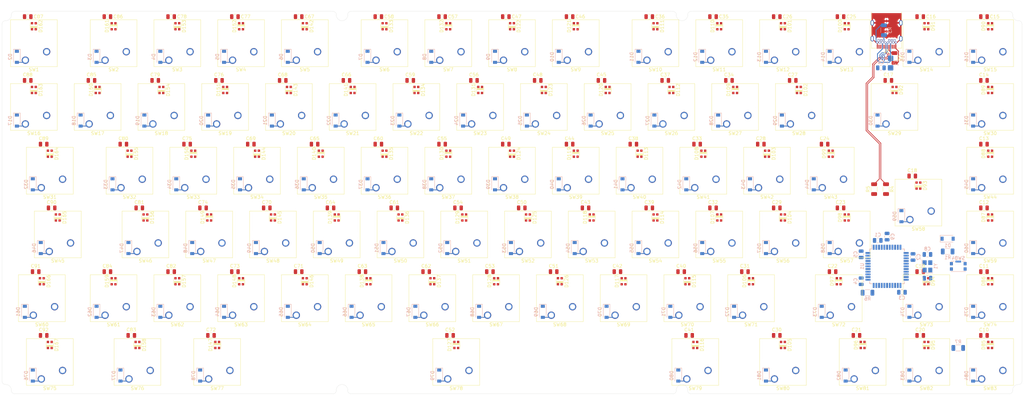
<source format=kicad_pcb>
(kicad_pcb (version 20171130) (host pcbnew 5.1.10)

  (general
    (thickness 1.6)
    (drawings 48)
    (tracks 260)
    (zones 0)
    (modules 362)
    (nets 216)
  )

  (page A3)
  (layers
    (0 F.Cu signal)
    (31 B.Cu signal)
    (32 B.Adhes user)
    (33 F.Adhes user)
    (34 B.Paste user)
    (35 F.Paste user)
    (36 B.SilkS user)
    (37 F.SilkS user)
    (38 B.Mask user)
    (39 F.Mask user)
    (40 Dwgs.User user)
    (41 Cmts.User user)
    (42 Eco1.User user)
    (43 Eco2.User user)
    (44 Edge.Cuts user)
    (45 Margin user)
    (46 B.CrtYd user)
    (47 F.CrtYd user)
    (48 B.Fab user)
    (49 F.Fab user)
  )

  (setup
    (last_trace_width 0.25)
    (trace_clearance 0.2)
    (zone_clearance 0.508)
    (zone_45_only no)
    (trace_min 0.2)
    (via_size 0.8)
    (via_drill 0.4)
    (via_min_size 0.6)
    (via_min_drill 0.3)
    (uvia_size 0.3)
    (uvia_drill 0.1)
    (uvias_allowed no)
    (uvia_min_size 0.2)
    (uvia_min_drill 0.1)
    (edge_width 0.05)
    (segment_width 0.2)
    (pcb_text_width 0.3)
    (pcb_text_size 1.5 1.5)
    (mod_edge_width 0.12)
    (mod_text_size 1 1)
    (mod_text_width 0.15)
    (pad_size 1.7 0.55)
    (pad_drill 0)
    (pad_to_mask_clearance 0.051)
    (solder_mask_min_width 0.25)
    (aux_axis_origin 0 0)
    (visible_elements FFFFF77F)
    (pcbplotparams
      (layerselection 0x010fc_ffffffff)
      (usegerberextensions false)
      (usegerberattributes false)
      (usegerberadvancedattributes false)
      (creategerberjobfile false)
      (excludeedgelayer true)
      (linewidth 0.100000)
      (plotframeref false)
      (viasonmask false)
      (mode 1)
      (useauxorigin false)
      (hpglpennumber 1)
      (hpglpenspeed 20)
      (hpglpendiameter 15.000000)
      (psnegative false)
      (psa4output false)
      (plotreference true)
      (plotvalue true)
      (plotinvisibletext false)
      (padsonsilk false)
      (subtractmaskfromsilk false)
      (outputformat 1)
      (mirror false)
      (drillshape 1)
      (scaleselection 1)
      (outputdirectory ""))
  )

  (net 0 "")
  (net 1 GND)
  (net 2 +5V)
  (net 3 "Net-(C7-Pad1)")
  (net 4 "Net-(C8-Pad2)")
  (net 5 "Net-(C9-Pad1)")
  (net 6 RST)
  (net 7 ROW0)
  (net 8 "Net-(D2-Pad2)")
  (net 9 "Net-(D3-Pad2)")
  (net 10 "Net-(D4-Pad2)")
  (net 11 "Net-(D5-Pad2)")
  (net 12 "Net-(D6-Pad2)")
  (net 13 "Net-(D7-Pad2)")
  (net 14 "Net-(D8-Pad2)")
  (net 15 "Net-(D9-Pad2)")
  (net 16 "Net-(D10-Pad2)")
  (net 17 "Net-(D11-Pad2)")
  (net 18 "Net-(D12-Pad2)")
  (net 19 "Net-(D13-Pad2)")
  (net 20 "Net-(D14-Pad2)")
  (net 21 "Net-(D15-Pad2)")
  (net 22 "Net-(D16-Pad2)")
  (net 23 ROW1)
  (net 24 "Net-(D17-Pad2)")
  (net 25 "Net-(D18-Pad2)")
  (net 26 "Net-(D19-Pad2)")
  (net 27 "Net-(D20-Pad2)")
  (net 28 "Net-(D21-Pad2)")
  (net 29 "Net-(D22-Pad2)")
  (net 30 "Net-(D23-Pad2)")
  (net 31 "Net-(D24-Pad2)")
  (net 32 "Net-(D25-Pad2)")
  (net 33 "Net-(D26-Pad2)")
  (net 34 "Net-(D27-Pad2)")
  (net 35 "Net-(D28-Pad2)")
  (net 36 "Net-(D29-Pad2)")
  (net 37 "Net-(D30-Pad2)")
  (net 38 "Net-(D31-Pad2)")
  (net 39 "Net-(D32-Pad2)")
  (net 40 ROW2)
  (net 41 "Net-(D33-Pad2)")
  (net 42 "Net-(D34-Pad2)")
  (net 43 "Net-(D35-Pad2)")
  (net 44 "Net-(D36-Pad2)")
  (net 45 "Net-(D37-Pad2)")
  (net 46 "Net-(D38-Pad2)")
  (net 47 "Net-(D39-Pad2)")
  (net 48 "Net-(D40-Pad2)")
  (net 49 "Net-(D41-Pad2)")
  (net 50 "Net-(D42-Pad2)")
  (net 51 "Net-(D43-Pad2)")
  (net 52 "Net-(D44-Pad2)")
  (net 53 "Net-(D45-Pad2)")
  (net 54 "Net-(D46-Pad2)")
  (net 55 ROW3)
  (net 56 "Net-(D47-Pad2)")
  (net 57 "Net-(D48-Pad2)")
  (net 58 "Net-(D49-Pad2)")
  (net 59 "Net-(D50-Pad2)")
  (net 60 "Net-(D51-Pad2)")
  (net 61 "Net-(D52-Pad2)")
  (net 62 "Net-(D53-Pad2)")
  (net 63 "Net-(D54-Pad2)")
  (net 64 "Net-(D55-Pad2)")
  (net 65 "Net-(D56-Pad2)")
  (net 66 "Net-(D57-Pad2)")
  (net 67 "Net-(D58-Pad2)")
  (net 68 "Net-(D59-Pad2)")
  (net 69 "Net-(D60-Pad2)")
  (net 70 ROW4)
  (net 71 "Net-(D61-Pad2)")
  (net 72 "Net-(D62-Pad2)")
  (net 73 "Net-(D63-Pad2)")
  (net 74 "Net-(D64-Pad2)")
  (net 75 "Net-(D65-Pad2)")
  (net 76 "Net-(D66-Pad2)")
  (net 77 "Net-(D67-Pad2)")
  (net 78 "Net-(D68-Pad2)")
  (net 79 "Net-(D69-Pad2)")
  (net 80 "Net-(D70-Pad2)")
  (net 81 "Net-(D71-Pad2)")
  (net 82 "Net-(D72-Pad2)")
  (net 83 "Net-(D73-Pad2)")
  (net 84 "Net-(D74-Pad2)")
  (net 85 "Net-(D75-Pad2)")
  (net 86 ROW5)
  (net 87 "Net-(D76-Pad2)")
  (net 88 "Net-(D77-Pad2)")
  (net 89 "Net-(D78-Pad2)")
  (net 90 "Net-(D79-Pad2)")
  (net 91 "Net-(D80-Pad2)")
  (net 92 "Net-(D81-Pad2)")
  (net 93 "Net-(D82-Pad2)")
  (net 94 "Net-(D83-Pad2)")
  (net 95 "Net-(D84-Pad2)")
  (net 96 "Net-(D85-Pad2)")
  (net 97 DIN)
  (net 98 "Net-(D86-Pad2)")
  (net 99 "Net-(D87-Pad2)")
  (net 100 "Net-(D88-Pad2)")
  (net 101 "Net-(D89-Pad2)")
  (net 102 "Net-(D90-Pad2)")
  (net 103 "Net-(D91-Pad2)")
  (net 104 "Net-(D92-Pad2)")
  (net 105 "Net-(D93-Pad2)")
  (net 106 "Net-(D94-Pad2)")
  (net 107 "Net-(D95-Pad2)")
  (net 108 "Net-(D96-Pad2)")
  (net 109 "Net-(D97-Pad2)")
  (net 110 "Net-(D98-Pad2)")
  (net 111 "Net-(D100-Pad4)")
  (net 112 "Net-(D100-Pad2)")
  (net 113 "Net-(D101-Pad2)")
  (net 114 "Net-(D102-Pad2)")
  (net 115 "Net-(D103-Pad2)")
  (net 116 "Net-(D104-Pad2)")
  (net 117 "Net-(D105-Pad2)")
  (net 118 "Net-(D106-Pad2)")
  (net 119 "Net-(D107-Pad2)")
  (net 120 "Net-(D108-Pad2)")
  (net 121 "Net-(D109-Pad2)")
  (net 122 "Net-(D110-Pad2)")
  (net 123 "Net-(D111-Pad2)")
  (net 124 "Net-(D112-Pad2)")
  (net 125 "Net-(D113-Pad2)")
  (net 126 "Net-(D114-Pad2)")
  (net 127 "Net-(D115-Pad2)")
  (net 128 "Net-(D116-Pad2)")
  (net 129 "Net-(D117-Pad2)")
  (net 130 "Net-(D118-Pad2)")
  (net 131 "Net-(D119-Pad2)")
  (net 132 "Net-(D120-Pad2)")
  (net 133 "Net-(D121-Pad2)")
  (net 134 "Net-(D122-Pad2)")
  (net 135 "Net-(D123-Pad2)")
  (net 136 "Net-(D124-Pad2)")
  (net 137 "Net-(D125-Pad2)")
  (net 138 "Net-(D126-Pad2)")
  (net 139 "Net-(D127-Pad2)")
  (net 140 "Net-(D128-Pad2)")
  (net 141 "Net-(D129-Pad2)")
  (net 142 "Net-(D130-Pad2)")
  (net 143 "Net-(D131-Pad2)")
  (net 144 "Net-(D132-Pad2)")
  (net 145 "Net-(D133-Pad2)")
  (net 146 "Net-(D134-Pad2)")
  (net 147 "Net-(D135-Pad2)")
  (net 148 "Net-(D136-Pad2)")
  (net 149 "Net-(D137-Pad2)")
  (net 150 "Net-(D138-Pad2)")
  (net 151 "Net-(D139-Pad2)")
  (net 152 "Net-(D140-Pad2)")
  (net 153 "Net-(D141-Pad2)")
  (net 154 "Net-(D142-Pad2)")
  (net 155 "Net-(D143-Pad2)")
  (net 156 "Net-(D144-Pad2)")
  (net 157 "Net-(D145-Pad2)")
  (net 158 "Net-(D146-Pad2)")
  (net 159 "Net-(D147-Pad2)")
  (net 160 "Net-(D148-Pad2)")
  (net 161 "Net-(D149-Pad2)")
  (net 162 "Net-(D150-Pad2)")
  (net 163 "Net-(D151-Pad2)")
  (net 164 "Net-(D152-Pad2)")
  (net 165 "Net-(D153-Pad2)")
  (net 166 "Net-(D154-Pad2)")
  (net 167 "Net-(D155-Pad2)")
  (net 168 "Net-(D156-Pad2)")
  (net 169 "Net-(D157-Pad2)")
  (net 170 "Net-(D158-Pad2)")
  (net 171 "Net-(D159-Pad2)")
  (net 172 "Net-(D160-Pad2)")
  (net 173 "Net-(D161-Pad2)")
  (net 174 "Net-(D162-Pad2)")
  (net 175 "Net-(D163-Pad2)")
  (net 176 "Net-(D164-Pad2)")
  (net 177 "Net-(D165-Pad2)")
  (net 178 "Net-(D166-Pad2)")
  (net 179 "Net-(D167-Pad2)")
  (net 180 "Net-(F1-Pad2)")
  (net 181 COL02)
  (net 182 COL00)
  (net 183 COL01)
  (net 184 D-)
  (net 185 D+)
  (net 186 "Net-(R6-Pad2)")
  (net 187 COL03)
  (net 188 COL04)
  (net 189 COL06)
  (net 190 COL07)
  (net 191 COL08)
  (net 192 COL09)
  (net 193 COL10)
  (net 194 COL11)
  (net 195 COL12)
  (net 196 COL13)
  (net 197 COL14)
  (net 198 COL15)
  (net 199 COL05)
  (net 200 "Net-(U1-Pad1)")
  (net 201 "Net-(U1-Pad42)")
  (net 202 "Net-(R7-Pad2)")
  (net 203 "Net-(J1-PadB11)")
  (net 204 "Net-(J1-PadB2)")
  (net 205 "Net-(J1-PadB5)")
  (net 206 "Net-(J1-PadB8)")
  (net 207 "Net-(J1-PadB3)")
  (net 208 "Net-(J1-PadB10)")
  (net 209 "Net-(J1-PadA2)")
  (net 210 "Net-(J1-PadA3)")
  (net 211 "Net-(J1-PadA5)")
  (net 212 "Net-(J1-PadA8)")
  (net 213 "Net-(J1-PadA10)")
  (net 214 "Net-(J1-PadA11)")
  (net 215 "Net-(U1-Pad12)")

  (net_class Default "Dies ist die voreingestellte Netzklasse."
    (clearance 0.2)
    (trace_width 0.25)
    (via_dia 0.8)
    (via_drill 0.4)
    (uvia_dia 0.3)
    (uvia_drill 0.1)
    (add_net +5V)
    (add_net COL00)
    (add_net COL01)
    (add_net COL02)
    (add_net COL03)
    (add_net COL04)
    (add_net COL05)
    (add_net COL06)
    (add_net COL07)
    (add_net COL08)
    (add_net COL09)
    (add_net COL10)
    (add_net COL11)
    (add_net COL12)
    (add_net COL13)
    (add_net COL14)
    (add_net COL15)
    (add_net D+)
    (add_net D-)
    (add_net DIN)
    (add_net GND)
    (add_net "Net-(C7-Pad1)")
    (add_net "Net-(C8-Pad2)")
    (add_net "Net-(C9-Pad1)")
    (add_net "Net-(D10-Pad2)")
    (add_net "Net-(D100-Pad2)")
    (add_net "Net-(D100-Pad4)")
    (add_net "Net-(D101-Pad2)")
    (add_net "Net-(D102-Pad2)")
    (add_net "Net-(D103-Pad2)")
    (add_net "Net-(D104-Pad2)")
    (add_net "Net-(D105-Pad2)")
    (add_net "Net-(D106-Pad2)")
    (add_net "Net-(D107-Pad2)")
    (add_net "Net-(D108-Pad2)")
    (add_net "Net-(D109-Pad2)")
    (add_net "Net-(D11-Pad2)")
    (add_net "Net-(D110-Pad2)")
    (add_net "Net-(D111-Pad2)")
    (add_net "Net-(D112-Pad2)")
    (add_net "Net-(D113-Pad2)")
    (add_net "Net-(D114-Pad2)")
    (add_net "Net-(D115-Pad2)")
    (add_net "Net-(D116-Pad2)")
    (add_net "Net-(D117-Pad2)")
    (add_net "Net-(D118-Pad2)")
    (add_net "Net-(D119-Pad2)")
    (add_net "Net-(D12-Pad2)")
    (add_net "Net-(D120-Pad2)")
    (add_net "Net-(D121-Pad2)")
    (add_net "Net-(D122-Pad2)")
    (add_net "Net-(D123-Pad2)")
    (add_net "Net-(D124-Pad2)")
    (add_net "Net-(D125-Pad2)")
    (add_net "Net-(D126-Pad2)")
    (add_net "Net-(D127-Pad2)")
    (add_net "Net-(D128-Pad2)")
    (add_net "Net-(D129-Pad2)")
    (add_net "Net-(D13-Pad2)")
    (add_net "Net-(D130-Pad2)")
    (add_net "Net-(D131-Pad2)")
    (add_net "Net-(D132-Pad2)")
    (add_net "Net-(D133-Pad2)")
    (add_net "Net-(D134-Pad2)")
    (add_net "Net-(D135-Pad2)")
    (add_net "Net-(D136-Pad2)")
    (add_net "Net-(D137-Pad2)")
    (add_net "Net-(D138-Pad2)")
    (add_net "Net-(D139-Pad2)")
    (add_net "Net-(D14-Pad2)")
    (add_net "Net-(D140-Pad2)")
    (add_net "Net-(D141-Pad2)")
    (add_net "Net-(D142-Pad2)")
    (add_net "Net-(D143-Pad2)")
    (add_net "Net-(D144-Pad2)")
    (add_net "Net-(D145-Pad2)")
    (add_net "Net-(D146-Pad2)")
    (add_net "Net-(D147-Pad2)")
    (add_net "Net-(D148-Pad2)")
    (add_net "Net-(D149-Pad2)")
    (add_net "Net-(D15-Pad2)")
    (add_net "Net-(D150-Pad2)")
    (add_net "Net-(D151-Pad2)")
    (add_net "Net-(D152-Pad2)")
    (add_net "Net-(D153-Pad2)")
    (add_net "Net-(D154-Pad2)")
    (add_net "Net-(D155-Pad2)")
    (add_net "Net-(D156-Pad2)")
    (add_net "Net-(D157-Pad2)")
    (add_net "Net-(D158-Pad2)")
    (add_net "Net-(D159-Pad2)")
    (add_net "Net-(D16-Pad2)")
    (add_net "Net-(D160-Pad2)")
    (add_net "Net-(D161-Pad2)")
    (add_net "Net-(D162-Pad2)")
    (add_net "Net-(D163-Pad2)")
    (add_net "Net-(D164-Pad2)")
    (add_net "Net-(D165-Pad2)")
    (add_net "Net-(D166-Pad2)")
    (add_net "Net-(D167-Pad2)")
    (add_net "Net-(D17-Pad2)")
    (add_net "Net-(D18-Pad2)")
    (add_net "Net-(D19-Pad2)")
    (add_net "Net-(D2-Pad2)")
    (add_net "Net-(D20-Pad2)")
    (add_net "Net-(D21-Pad2)")
    (add_net "Net-(D22-Pad2)")
    (add_net "Net-(D23-Pad2)")
    (add_net "Net-(D24-Pad2)")
    (add_net "Net-(D25-Pad2)")
    (add_net "Net-(D26-Pad2)")
    (add_net "Net-(D27-Pad2)")
    (add_net "Net-(D28-Pad2)")
    (add_net "Net-(D29-Pad2)")
    (add_net "Net-(D3-Pad2)")
    (add_net "Net-(D30-Pad2)")
    (add_net "Net-(D31-Pad2)")
    (add_net "Net-(D32-Pad2)")
    (add_net "Net-(D33-Pad2)")
    (add_net "Net-(D34-Pad2)")
    (add_net "Net-(D35-Pad2)")
    (add_net "Net-(D36-Pad2)")
    (add_net "Net-(D37-Pad2)")
    (add_net "Net-(D38-Pad2)")
    (add_net "Net-(D39-Pad2)")
    (add_net "Net-(D4-Pad2)")
    (add_net "Net-(D40-Pad2)")
    (add_net "Net-(D41-Pad2)")
    (add_net "Net-(D42-Pad2)")
    (add_net "Net-(D43-Pad2)")
    (add_net "Net-(D44-Pad2)")
    (add_net "Net-(D45-Pad2)")
    (add_net "Net-(D46-Pad2)")
    (add_net "Net-(D47-Pad2)")
    (add_net "Net-(D48-Pad2)")
    (add_net "Net-(D49-Pad2)")
    (add_net "Net-(D5-Pad2)")
    (add_net "Net-(D50-Pad2)")
    (add_net "Net-(D51-Pad2)")
    (add_net "Net-(D52-Pad2)")
    (add_net "Net-(D53-Pad2)")
    (add_net "Net-(D54-Pad2)")
    (add_net "Net-(D55-Pad2)")
    (add_net "Net-(D56-Pad2)")
    (add_net "Net-(D57-Pad2)")
    (add_net "Net-(D58-Pad2)")
    (add_net "Net-(D59-Pad2)")
    (add_net "Net-(D6-Pad2)")
    (add_net "Net-(D60-Pad2)")
    (add_net "Net-(D61-Pad2)")
    (add_net "Net-(D62-Pad2)")
    (add_net "Net-(D63-Pad2)")
    (add_net "Net-(D64-Pad2)")
    (add_net "Net-(D65-Pad2)")
    (add_net "Net-(D66-Pad2)")
    (add_net "Net-(D67-Pad2)")
    (add_net "Net-(D68-Pad2)")
    (add_net "Net-(D69-Pad2)")
    (add_net "Net-(D7-Pad2)")
    (add_net "Net-(D70-Pad2)")
    (add_net "Net-(D71-Pad2)")
    (add_net "Net-(D72-Pad2)")
    (add_net "Net-(D73-Pad2)")
    (add_net "Net-(D74-Pad2)")
    (add_net "Net-(D75-Pad2)")
    (add_net "Net-(D76-Pad2)")
    (add_net "Net-(D77-Pad2)")
    (add_net "Net-(D78-Pad2)")
    (add_net "Net-(D79-Pad2)")
    (add_net "Net-(D8-Pad2)")
    (add_net "Net-(D80-Pad2)")
    (add_net "Net-(D81-Pad2)")
    (add_net "Net-(D82-Pad2)")
    (add_net "Net-(D83-Pad2)")
    (add_net "Net-(D84-Pad2)")
    (add_net "Net-(D85-Pad2)")
    (add_net "Net-(D86-Pad2)")
    (add_net "Net-(D87-Pad2)")
    (add_net "Net-(D88-Pad2)")
    (add_net "Net-(D89-Pad2)")
    (add_net "Net-(D9-Pad2)")
    (add_net "Net-(D90-Pad2)")
    (add_net "Net-(D91-Pad2)")
    (add_net "Net-(D92-Pad2)")
    (add_net "Net-(D93-Pad2)")
    (add_net "Net-(D94-Pad2)")
    (add_net "Net-(D95-Pad2)")
    (add_net "Net-(D96-Pad2)")
    (add_net "Net-(D97-Pad2)")
    (add_net "Net-(D98-Pad2)")
    (add_net "Net-(F1-Pad2)")
    (add_net "Net-(J1-PadA10)")
    (add_net "Net-(J1-PadA11)")
    (add_net "Net-(J1-PadA2)")
    (add_net "Net-(J1-PadA3)")
    (add_net "Net-(J1-PadA5)")
    (add_net "Net-(J1-PadA8)")
    (add_net "Net-(J1-PadB10)")
    (add_net "Net-(J1-PadB11)")
    (add_net "Net-(J1-PadB2)")
    (add_net "Net-(J1-PadB3)")
    (add_net "Net-(J1-PadB5)")
    (add_net "Net-(J1-PadB8)")
    (add_net "Net-(R6-Pad2)")
    (add_net "Net-(R7-Pad2)")
    (add_net "Net-(U1-Pad1)")
    (add_net "Net-(U1-Pad12)")
    (add_net "Net-(U1-Pad42)")
    (add_net ROW0)
    (add_net ROW1)
    (add_net ROW2)
    (add_net ROW3)
    (add_net ROW4)
    (add_net ROW5)
    (add_net RST)
  )

  (module Button_Switch_Keyboard:SW_Cherry_MX_ISOEnter_PCB (layer F.Cu) (tedit 60E88C41) (tstamp 5F160517)
    (at 309.40375 100.33 180)
    (descr "Cherry MX keyswitch, ISO Enter, PCB mount, http://cherryamericas.com/wp-content/uploads/2014/12/mx_cat.pdf")
    (tags "Cherry MX keyswitch ISO enter PCB")
    (path /5F51BE8C/5F51CE2C)
    (fp_text reference SW58 (at -2.54 -2.794 180) (layer F.SilkS)
      (effects (font (size 1 1) (thickness 0.15)))
    )
    (fp_text value MX1A-G1NA (at -2.286 13.208 180) (layer F.Fab)
      (effects (font (size 1 1) (thickness 0.15)))
    )
    (fp_line (start -8.89 -1.27) (end 3.81 -1.27) (layer F.Fab) (width 0.1))
    (fp_line (start 3.81 -1.27) (end 3.81 11.43) (layer F.Fab) (width 0.1))
    (fp_line (start 3.81 11.43) (end -8.89 11.43) (layer F.Fab) (width 0.1))
    (fp_line (start -8.89 11.43) (end -8.89 -1.27) (layer F.Fab) (width 0.1))
    (fp_line (start -9.14 11.68) (end -9.14 -1.52) (layer F.CrtYd) (width 0.05))
    (fp_line (start 4.06 11.68) (end -9.14 11.68) (layer F.CrtYd) (width 0.05))
    (fp_line (start 4.06 -1.52) (end 4.06 11.68) (layer F.CrtYd) (width 0.05))
    (fp_line (start -9.14 -1.52) (end 4.06 -1.52) (layer F.CrtYd) (width 0.05))
    (fp_line (start 9.36625 -13.97) (end 9.36625 5.08) (layer Dwgs.User) (width 0.15))
    (fp_line (start 14.12875 24.13) (end -14.44625 24.13) (layer Dwgs.User) (width 0.15))
    (fp_line (start -14.44625 24.13) (end -14.44625 -13.97) (layer Dwgs.User) (width 0.15))
    (fp_line (start -14.44625 -13.97) (end 9.36625 -13.97) (layer Dwgs.User) (width 0.15))
    (fp_line (start 14.12875 5.08) (end 14.12875 24.13) (layer Dwgs.User) (width 0.15))
    (fp_line (start 9.36625 5.08) (end 14.12875 5.08) (layer Dwgs.User) (width 0.15))
    (fp_line (start -9.525 -1.905) (end 4.445 -1.905) (layer F.SilkS) (width 0.12))
    (fp_line (start 4.445 -1.905) (end 4.445 12.065) (layer F.SilkS) (width 0.12))
    (fp_line (start 4.445 12.065) (end -9.525 12.065) (layer F.SilkS) (width 0.12))
    (fp_line (start -9.525 12.065) (end -9.525 -1.905) (layer F.SilkS) (width 0.12))
    (fp_text user %R (at -2.54 -2.794 180) (layer F.Fab)
      (effects (font (size 1 1) (thickness 0.15)))
    )
    (pad 1 thru_hole circle (at 0 0 180) (size 2.2 2.2) (drill 1.5) (layers *.Cu *.Mask)
      (net 68 "Net-(D59-Pad2)"))
    (pad 2 thru_hole circle (at -6.35 2.54 180) (size 2.2 2.2) (drill 1.5) (layers *.Cu *.Mask)
      (net 197 COL14))
    (pad "" np_thru_hole circle (at -2.54 5.08 180) (size 4 4) (drill 4) (layers *.Cu *.Mask))
    (pad "" np_thru_hole circle (at -7.62 5.08 180) (size 1.7 1.7) (drill 1.7) (layers *.Cu *.Mask))
    (pad "" np_thru_hole circle (at 2.54 5.08 180) (size 1.7 1.7) (drill 1.7) (layers *.Cu *.Mask))
    (model ${KISYS3DMOD}/Button_Switch_Keyboard.3dshapes/SW_Cherry_MX_ISOEnter_PCB.wrl
      (at (xyz 0 0 0))
      (scale (xyz 1 1 1))
      (rotate (xyz 0 0 0))
    )
  )

  (module Button_Switch_Keyboard:SW_Cherry_MX_2.00u_PCB (layer F.Cu) (tedit 60E88B61) (tstamp 5F16021F)
    (at 302.26 71.755 180)
    (descr "Cherry MX keyswitch, 2.00u, PCB mount, http://cherryamericas.com/wp-content/uploads/2014/12/mx_cat.pdf")
    (tags "Cherry MX keyswitch 2.00u PCB")
    (path /5F51BE8C/5F51CE0E)
    (fp_text reference SW29 (at -2.54 -2.794 180) (layer F.SilkS)
      (effects (font (size 1 1) (thickness 0.15)))
    )
    (fp_text value MX1A-G1NA (at -2.54 12.954 180) (layer F.Fab)
      (effects (font (size 1 1) (thickness 0.15)))
    )
    (fp_line (start -8.89 -1.27) (end 3.81 -1.27) (layer F.Fab) (width 0.1))
    (fp_line (start 3.81 -1.27) (end 3.81 11.43) (layer F.Fab) (width 0.1))
    (fp_line (start 3.81 11.43) (end -8.89 11.43) (layer F.Fab) (width 0.1))
    (fp_line (start -8.89 11.43) (end -8.89 -1.27) (layer F.Fab) (width 0.1))
    (fp_line (start -9.14 11.68) (end -9.14 -1.52) (layer F.CrtYd) (width 0.05))
    (fp_line (start 4.06 11.68) (end -9.14 11.68) (layer F.CrtYd) (width 0.05))
    (fp_line (start 4.06 -1.52) (end 4.06 11.68) (layer F.CrtYd) (width 0.05))
    (fp_line (start -9.14 -1.52) (end 4.06 -1.52) (layer F.CrtYd) (width 0.05))
    (fp_line (start -21.59 -4.445) (end 16.51 -4.445) (layer Dwgs.User) (width 0.15))
    (fp_line (start 16.51 -4.445) (end 16.51 14.605) (layer Dwgs.User) (width 0.15))
    (fp_line (start 16.51 14.605) (end -21.59 14.605) (layer Dwgs.User) (width 0.15))
    (fp_line (start -21.59 14.605) (end -21.59 -4.445) (layer Dwgs.User) (width 0.15))
    (fp_line (start -9.525 -1.905) (end 4.445 -1.905) (layer F.SilkS) (width 0.12))
    (fp_line (start 4.445 -1.905) (end 4.445 12.065) (layer F.SilkS) (width 0.12))
    (fp_line (start 4.445 12.065) (end -9.525 12.065) (layer F.SilkS) (width 0.12))
    (fp_line (start -9.525 12.065) (end -9.525 -1.905) (layer F.SilkS) (width 0.12))
    (fp_text user %R (at -2.54 -2.794 180) (layer F.Fab)
      (effects (font (size 1 1) (thickness 0.15)))
    )
    (pad 1 thru_hole circle (at 0 0 180) (size 2.2 2.2) (drill 1.5) (layers *.Cu *.Mask)
      (net 37 "Net-(D30-Pad2)"))
    (pad 2 thru_hole circle (at -6.35 2.54 180) (size 2.2 2.2) (drill 1.5) (layers *.Cu *.Mask)
      (net 197 COL14))
    (pad "" np_thru_hole circle (at -2.54 5.08 180) (size 4 4) (drill 4) (layers *.Cu *.Mask))
    (pad "" np_thru_hole circle (at -7.62 5.08 180) (size 1.7 1.7) (drill 1.7) (layers *.Cu *.Mask))
    (pad "" np_thru_hole circle (at 2.54 5.08 180) (size 1.7 1.7) (drill 1.7) (layers *.Cu *.Mask))
    (model ${KISYS3DMOD}/Button_Switch_Keyboard.3dshapes/SW_Cherry_MX_2.00u_PCB.wrl
      (at (xyz 0 0 0))
      (scale (xyz 1 1 1))
      (rotate (xyz 0 0 0))
    )
  )

  (module Button_Switch_Keyboard:SW_Cherry_MX_6.25u_PCB (layer F.Cu) (tedit 60E88B4A) (tstamp 5F160723)
    (at 171.29125 147.955 180)
    (descr "Cherry MX keyswitch, 6.25u, PCB mount, http://cherryamericas.com/wp-content/uploads/2014/12/mx_cat.pdf")
    (tags "Cherry MX keyswitch 6.25u PCB")
    (path /5F51BE8C/5F84AEA9)
    (fp_text reference SW78 (at -2.54 -2.794 180) (layer F.SilkS)
      (effects (font (size 1 1) (thickness 0.15)))
    )
    (fp_text value MX1A-G1NA (at -2.54 12.954 180) (layer F.Fab)
      (effects (font (size 1 1) (thickness 0.15)))
    )
    (fp_line (start -8.89 -1.27) (end 3.81 -1.27) (layer F.Fab) (width 0.1))
    (fp_line (start 3.81 -1.27) (end 3.81 11.43) (layer F.Fab) (width 0.1))
    (fp_line (start 3.81 11.43) (end -8.89 11.43) (layer F.Fab) (width 0.1))
    (fp_line (start -8.89 11.43) (end -8.89 -1.27) (layer F.Fab) (width 0.1))
    (fp_line (start -9.14 11.68) (end -9.14 -1.52) (layer F.CrtYd) (width 0.05))
    (fp_line (start 4.06 11.68) (end -9.14 11.68) (layer F.CrtYd) (width 0.05))
    (fp_line (start 4.06 -1.52) (end 4.06 11.68) (layer F.CrtYd) (width 0.05))
    (fp_line (start -9.14 -1.52) (end 4.06 -1.52) (layer F.CrtYd) (width 0.05))
    (fp_line (start -62.07125 -4.445) (end 56.99125 -4.445) (layer Dwgs.User) (width 0.15))
    (fp_line (start 56.99125 -4.445) (end 56.99125 14.605) (layer Dwgs.User) (width 0.15))
    (fp_line (start 56.99125 14.605) (end -62.07125 14.605) (layer Dwgs.User) (width 0.15))
    (fp_line (start -62.07125 14.605) (end -62.07125 -4.445) (layer Dwgs.User) (width 0.15))
    (fp_line (start -9.525 -1.905) (end 4.445 -1.905) (layer F.SilkS) (width 0.12))
    (fp_line (start 4.445 -1.905) (end 4.445 12.065) (layer F.SilkS) (width 0.12))
    (fp_line (start 4.445 12.065) (end -9.525 12.065) (layer F.SilkS) (width 0.12))
    (fp_line (start -9.525 12.065) (end -9.525 -1.905) (layer F.SilkS) (width 0.12))
    (fp_text user %R (at -2.54 -2.794 180) (layer F.Fab)
      (effects (font (size 1 1) (thickness 0.15)))
    )
    (pad 1 thru_hole circle (at 0 0 180) (size 2.2 2.2) (drill 1.5) (layers *.Cu *.Mask)
      (net 90 "Net-(D79-Pad2)"))
    (pad 2 thru_hole circle (at -6.35 2.54 180) (size 2.2 2.2) (drill 1.5) (layers *.Cu *.Mask)
      (net 190 COL07))
    (pad "" np_thru_hole circle (at -2.54 5.08 180) (size 4 4) (drill 4) (layers *.Cu *.Mask))
    (pad "" np_thru_hole circle (at -7.62 5.08 180) (size 1.7 1.7) (drill 1.7) (layers *.Cu *.Mask))
    (pad "" np_thru_hole circle (at 2.54 5.08 180) (size 1.7 1.7) (drill 1.7) (layers *.Cu *.Mask))
    (model ${KISYS3DMOD}/Button_Switch_Keyboard.3dshapes/SW_Cherry_MX_6.25u_PCB.wrl
      (at (xyz 0 0 0))
      (scale (xyz 1 1 1))
      (rotate (xyz 0 0 0))
    )
  )

  (module MountingHole:MountingHole_3.2mm_M3 (layer F.Cu) (tedit 60E8488E) (tstamp 60E8A97D)
    (at 341.8 151.3)
    (descr "Mounting Hole 3.4mm, no annular, M3")
    (tags "mounting hole 3.4mm no annular m3")
    (attr virtual)
    (fp_text reference REF** (at 0 -4.2) (layer F.SilkS) hide
      (effects (font (size 1 1) (thickness 0.15)))
    )
    (fp_text value MountingHole_3.4mm_M3 (at 0 4.2) (layer F.Fab) hide
      (effects (font (size 1 1) (thickness 0.15)))
    )
    (pad "" smd circle (at 0 0) (size 3.4 3.4) (layers *.Paste))
  )

  (module MountingHole:MountingHole_3.2mm_M3 (layer F.Cu) (tedit 60E8488E) (tstamp 60E8A94A)
    (at 341.8 39.2)
    (descr "Mounting Hole 3.4mm, no annular, M3")
    (tags "mounting hole 3.4mm no annular m3")
    (attr virtual)
    (fp_text reference REF** (at 0 -4.2) (layer F.SilkS) hide
      (effects (font (size 1 1) (thickness 0.15)))
    )
    (fp_text value MountingHole_3.4mm_M3 (at 0 4.2) (layer F.Fab) hide
      (effects (font (size 1 1) (thickness 0.15)))
    )
    (pad "" smd circle (at 0 0) (size 3.4 3.4) (layers *.Paste))
  )

  (module MountingHole:MountingHole_3.2mm_M3 (layer F.Cu) (tedit 60E8488E) (tstamp 60E8A92F)
    (at 39.2 151.3)
    (descr "Mounting Hole 3.4mm, no annular, M3")
    (tags "mounting hole 3.4mm no annular m3")
    (attr virtual)
    (fp_text reference REF** (at 0 -4.2) (layer F.SilkS) hide
      (effects (font (size 1 1) (thickness 0.15)))
    )
    (fp_text value MountingHole_3.4mm_M3 (at 0 4.2) (layer F.Fab) hide
      (effects (font (size 1 1) (thickness 0.15)))
    )
    (pad "" smd circle (at 0 0) (size 3.4 3.4) (layers *.Paste))
  )

  (module MountingHole:MountingHole_3.2mm_M3 (layer F.Cu) (tedit 60E8488E) (tstamp 60E8A8F8)
    (at 39.2 39.2)
    (descr "Mounting Hole 3.4mm, no annular, M3")
    (tags "mounting hole 3.4mm no annular m3")
    (attr virtual)
    (fp_text reference REF** (at 0 -4.2) (layer F.SilkS) hide
      (effects (font (size 1 1) (thickness 0.15)))
    )
    (fp_text value MountingHole_3.4mm_M3 (at 0 4.2) (layer F.Fab) hide
      (effects (font (size 1 1) (thickness 0.15)))
    )
    (pad "" smd circle (at 0 0) (size 3.4 3.4) (layers *.Paste))
  )

  (module MountingHole:MountingHole_3.2mm_M3 (layer F.Cu) (tedit 60E8488E) (tstamp 60E8A1A1)
    (at 241.3 151.3)
    (descr "Mounting Hole 3.4mm, no annular, M3")
    (tags "mounting hole 3.4mm no annular m3")
    (attr virtual)
    (fp_text reference REF** (at 0 -4.2) (layer F.SilkS) hide
      (effects (font (size 1 1) (thickness 0.15)))
    )
    (fp_text value MountingHole_3.4mm_M3 (at 0 4.2) (layer F.Fab) hide
      (effects (font (size 1 1) (thickness 0.15)))
    )
    (pad "" smd circle (at 0 0) (size 3.4 3.4) (layers *.Paste))
  )

  (module MountingHole:MountingHole_3.2mm_M3 (layer F.Cu) (tedit 60E8488E) (tstamp 60E8A18C)
    (at 139.7 151.3)
    (descr "Mounting Hole 3.4mm, no annular, M3")
    (tags "mounting hole 3.4mm no annular m3")
    (attr virtual)
    (fp_text reference REF** (at 0 -4.2) (layer F.SilkS) hide
      (effects (font (size 1 1) (thickness 0.15)))
    )
    (fp_text value MountingHole_3.4mm_M3 (at 0 4.2) (layer F.Fab) hide
      (effects (font (size 1 1) (thickness 0.15)))
    )
    (pad "" smd circle (at 0 0) (size 3.4 3.4) (layers *.Paste))
  )

  (module MountingHole:MountingHole_3.2mm_M3 (layer F.Cu) (tedit 60E8488E) (tstamp 60E8A17F)
    (at 241.3 39.2)
    (descr "Mounting Hole 3.4mm, no annular, M3")
    (tags "mounting hole 3.4mm no annular m3")
    (attr virtual)
    (fp_text reference REF** (at 0 -4.2) (layer F.SilkS) hide
      (effects (font (size 1 1) (thickness 0.15)))
    )
    (fp_text value MountingHole_3.4mm_M3 (at 0 4.2) (layer F.Fab) hide
      (effects (font (size 1 1) (thickness 0.15)))
    )
    (pad "" smd circle (at 0 0) (size 3.4 3.4) (layers *.Paste))
  )

  (module MountingHole:MountingHole_3.2mm_M3 (layer F.Cu) (tedit 60E8488E) (tstamp 60E89FD7)
    (at 139.7 39.2)
    (descr "Mounting Hole 3.4mm, no annular, M3")
    (tags "mounting hole 3.4mm no annular m3")
    (attr virtual)
    (fp_text reference REF** (at 0 -4.2) (layer F.SilkS) hide
      (effects (font (size 1 1) (thickness 0.15)))
    )
    (fp_text value MountingHole_3.4mm_M3 (at 0 4.2) (layer F.Fab) hide
      (effects (font (size 1 1) (thickness 0.15)))
    )
    (pad "" smd circle (at 0 0) (size 3.4 3.4) (layers *.Paste))
  )

  (module Crystal:Crystal_SMD_3225-4Pin_3.2x2.5mm (layer B.Cu) (tedit 5A0FD1B2) (tstamp 60EED0B1)
    (at 314.6425 114.3 90)
    (descr "SMD Crystal SERIES SMD3225/4 http://www.txccrystal.com/images/pdf/7m-accuracy.pdf, 3.2x2.5mm^2 package")
    (tags "SMD SMT crystal")
    (path /5F294622)
    (attr smd)
    (fp_text reference Y1 (at 0 2.45 90) (layer B.SilkS)
      (effects (font (size 1 1) (thickness 0.15)) (justify mirror))
    )
    (fp_text value 16MHz (at 0 -2.45 90) (layer B.Fab)
      (effects (font (size 1 1) (thickness 0.15)) (justify mirror))
    )
    (fp_line (start 2.1 1.7) (end -2.1 1.7) (layer B.CrtYd) (width 0.05))
    (fp_line (start 2.1 -1.7) (end 2.1 1.7) (layer B.CrtYd) (width 0.05))
    (fp_line (start -2.1 -1.7) (end 2.1 -1.7) (layer B.CrtYd) (width 0.05))
    (fp_line (start -2.1 1.7) (end -2.1 -1.7) (layer B.CrtYd) (width 0.05))
    (fp_line (start -2 -1.65) (end 2 -1.65) (layer B.SilkS) (width 0.12))
    (fp_line (start -2 1.65) (end -2 -1.65) (layer B.SilkS) (width 0.12))
    (fp_line (start -1.6 -0.25) (end -0.6 -1.25) (layer B.Fab) (width 0.1))
    (fp_line (start 1.6 1.25) (end -1.6 1.25) (layer B.Fab) (width 0.1))
    (fp_line (start 1.6 -1.25) (end 1.6 1.25) (layer B.Fab) (width 0.1))
    (fp_line (start -1.6 -1.25) (end 1.6 -1.25) (layer B.Fab) (width 0.1))
    (fp_line (start -1.6 1.25) (end -1.6 -1.25) (layer B.Fab) (width 0.1))
    (fp_text user %R (at 0 0 90) (layer B.Fab)
      (effects (font (size 0.7 0.7) (thickness 0.105)) (justify mirror))
    )
    (pad 1 smd rect (at -1.1 -0.85 90) (size 1.4 1.2) (layers B.Cu B.Paste B.Mask)
      (net 3 "Net-(C7-Pad1)"))
    (pad 2 smd rect (at 1.1 -0.85 90) (size 1.4 1.2) (layers B.Cu B.Paste B.Mask)
      (net 1 GND))
    (pad 3 smd rect (at 1.1 0.85 90) (size 1.4 1.2) (layers B.Cu B.Paste B.Mask)
      (net 4 "Net-(C8-Pad2)"))
    (pad 4 smd rect (at -1.1 0.85 90) (size 1.4 1.2) (layers B.Cu B.Paste B.Mask)
      (net 1 GND))
    (model ${KISYS3DMOD}/Crystal.3dshapes/Crystal_SMD_3225-4Pin_3.2x2.5mm.wrl
      (at (xyz 0 0 0))
      (scale (xyz 1 1 1))
      (rotate (xyz 0 0 0))
    )
  )

  (module Button_Switch_SMD:SW_Push_1P1T-SH_NO_CK_KMR2xxG (layer B.Cu) (tedit 60EE1448) (tstamp 60EE10F7)
    (at 323.85 114.3 180)
    (descr "CK components KMR2 tactile switch with ground pin http://www.ckswitches.com/media/1479/kmr2.pdf")
    (tags "tactile switch kmr2")
    (path /60FEE33A)
    (attr smd)
    (fp_text reference SW84 (at 0 2.45) (layer B.SilkS)
      (effects (font (size 1 1) (thickness 0.15)) (justify mirror))
    )
    (fp_text value SW_Push (at 0 -2.55) (layer B.Fab)
      (effects (font (size 1 1) (thickness 0.15)) (justify mirror))
    )
    (fp_line (start -1.15 1.55) (end -2.2 1.55) (layer B.SilkS) (width 0.12))
    (fp_line (start -2.1 1.4) (end 2.1 1.4) (layer B.Fab) (width 0.1))
    (fp_line (start 2.1 1.4) (end 2.1 -1.4) (layer B.Fab) (width 0.1))
    (fp_line (start 2.1 -1.4) (end -2.1 -1.4) (layer B.Fab) (width 0.1))
    (fp_line (start -2.1 -1.4) (end -2.1 1.4) (layer B.Fab) (width 0.1))
    (fp_line (start 2.2 -0.05) (end 2.2 0.05) (layer B.SilkS) (width 0.12))
    (fp_line (start -2.8 1.8) (end 2.8 1.8) (layer B.CrtYd) (width 0.05))
    (fp_line (start 2.8 1.8) (end 2.8 -1.8) (layer B.CrtYd) (width 0.05))
    (fp_line (start 2.8 -1.8) (end -2.8 -1.8) (layer B.CrtYd) (width 0.05))
    (fp_line (start -2.8 -1.8) (end -2.8 1.8) (layer B.CrtYd) (width 0.05))
    (fp_circle (center 0 0) (end 0 -0.8) (layer B.Fab) (width 0.1))
    (fp_line (start -2.2 -1.55) (end 2.2 -1.55) (layer B.SilkS) (width 0.12))
    (fp_line (start 2.2 1.55) (end 1.15 1.55) (layer B.SilkS) (width 0.12))
    (fp_line (start -2.2 -0.05) (end -2.2 0.05) (layer B.SilkS) (width 0.12))
    (fp_text user %R (at 0 2.45) (layer B.Fab)
      (effects (font (size 1 1) (thickness 0.15)) (justify mirror))
    )
    (pad 2 smd rect (at 2.05 -0.8 180) (size 0.9 1) (layers B.Cu B.Paste B.Mask)
      (net 1 GND))
    (pad 1 smd rect (at 2.05 0.8 180) (size 0.9 1) (layers B.Cu B.Paste B.Mask)
      (net 6 RST))
    (pad 2 smd rect (at -2.05 -0.8 180) (size 0.9 1) (layers B.Cu B.Paste B.Mask)
      (net 1 GND))
    (pad 1 smd rect (at -2.05 0.8 180) (size 0.9 1) (layers B.Cu B.Paste B.Mask)
      (net 6 RST))
    (pad SH smd rect (at 0 1.425 180) (size 1.7 0.55) (layers B.Cu B.Paste B.Mask)
      (net 1 GND))
    (model ${KISYS3DMOD}/Button_Switch_SMD.3dshapes/SW_Push_1P1T-SH_NO_CK_KMR2xxG.wrl
      (at (xyz 0 0 0))
      (scale (xyz 1 1 1))
      (rotate (xyz 0 0 0))
    )
  )

  (module Resistor_SMD:R_1206_3216Metric (layer B.Cu) (tedit 5F68FEEE) (tstamp 5F26397F)
    (at 323.85 138.684 180)
    (descr "Resistor SMD 1206 (3216 Metric), square (rectangular) end terminal, IPC_7351 nominal, (Body size source: IPC-SM-782 page 72, https://www.pcb-3d.com/wordpress/wp-content/uploads/ipc-sm-782a_amendment_1_and_2.pdf), generated with kicad-footprint-generator")
    (tags resistor)
    (path /5F259898)
    (attr smd)
    (fp_text reference R7 (at 0 1.82) (layer B.SilkS)
      (effects (font (size 1 1) (thickness 0.15)) (justify mirror))
    )
    (fp_text value 470 (at 0 -1.82) (layer B.Fab)
      (effects (font (size 1 1) (thickness 0.15)) (justify mirror))
    )
    (fp_line (start -1.6 -0.8) (end -1.6 0.8) (layer B.Fab) (width 0.1))
    (fp_line (start -1.6 0.8) (end 1.6 0.8) (layer B.Fab) (width 0.1))
    (fp_line (start 1.6 0.8) (end 1.6 -0.8) (layer B.Fab) (width 0.1))
    (fp_line (start 1.6 -0.8) (end -1.6 -0.8) (layer B.Fab) (width 0.1))
    (fp_line (start -0.727064 0.91) (end 0.727064 0.91) (layer B.SilkS) (width 0.12))
    (fp_line (start -0.727064 -0.91) (end 0.727064 -0.91) (layer B.SilkS) (width 0.12))
    (fp_line (start -2.28 -1.12) (end -2.28 1.12) (layer B.CrtYd) (width 0.05))
    (fp_line (start -2.28 1.12) (end 2.28 1.12) (layer B.CrtYd) (width 0.05))
    (fp_line (start 2.28 1.12) (end 2.28 -1.12) (layer B.CrtYd) (width 0.05))
    (fp_line (start 2.28 -1.12) (end -2.28 -1.12) (layer B.CrtYd) (width 0.05))
    (fp_text user %R (at 0 0) (layer B.Fab)
      (effects (font (size 0.8 0.8) (thickness 0.12)) (justify mirror))
    )
    (pad 2 smd roundrect (at 1.4625 0 180) (size 1.125 1.75) (layers B.Cu B.Paste B.Mask) (roundrect_rratio 0.222222)
      (net 202 "Net-(R7-Pad2)"))
    (pad 1 smd roundrect (at -1.4625 0 180) (size 1.125 1.75) (layers B.Cu B.Paste B.Mask) (roundrect_rratio 0.222222)
      (net 97 DIN))
    (model ${KISYS3DMOD}/Resistor_SMD.3dshapes/R_1206_3216Metric.wrl
      (at (xyz 0 0 0))
      (scale (xyz 1 1 1))
      (rotate (xyz 0 0 0))
    )
  )

  (module Resistor_SMD:R_1206_3216Metric (layer B.Cu) (tedit 5F68FEEE) (tstamp 60EDADF2)
    (at 296.7355 122.174)
    (descr "Resistor SMD 1206 (3216 Metric), square (rectangular) end terminal, IPC_7351 nominal, (Body size source: IPC-SM-782 page 72, https://www.pcb-3d.com/wordpress/wp-content/uploads/ipc-sm-782a_amendment_1_and_2.pdf), generated with kicad-footprint-generator")
    (tags resistor)
    (path /5F0D539D)
    (attr smd)
    (fp_text reference R6 (at 0 1.82) (layer B.SilkS)
      (effects (font (size 1 1) (thickness 0.15)) (justify mirror))
    )
    (fp_text value 10k (at 0 -1.82) (layer B.Fab)
      (effects (font (size 1 1) (thickness 0.15)) (justify mirror))
    )
    (fp_line (start -1.6 -0.8) (end -1.6 0.8) (layer B.Fab) (width 0.1))
    (fp_line (start -1.6 0.8) (end 1.6 0.8) (layer B.Fab) (width 0.1))
    (fp_line (start 1.6 0.8) (end 1.6 -0.8) (layer B.Fab) (width 0.1))
    (fp_line (start 1.6 -0.8) (end -1.6 -0.8) (layer B.Fab) (width 0.1))
    (fp_line (start -0.727064 0.91) (end 0.727064 0.91) (layer B.SilkS) (width 0.12))
    (fp_line (start -0.727064 -0.91) (end 0.727064 -0.91) (layer B.SilkS) (width 0.12))
    (fp_line (start -2.28 -1.12) (end -2.28 1.12) (layer B.CrtYd) (width 0.05))
    (fp_line (start -2.28 1.12) (end 2.28 1.12) (layer B.CrtYd) (width 0.05))
    (fp_line (start 2.28 1.12) (end 2.28 -1.12) (layer B.CrtYd) (width 0.05))
    (fp_line (start 2.28 -1.12) (end -2.28 -1.12) (layer B.CrtYd) (width 0.05))
    (fp_text user %R (at 0 0) (layer B.Fab)
      (effects (font (size 0.8 0.8) (thickness 0.12)) (justify mirror))
    )
    (pad 2 smd roundrect (at 1.4625 0) (size 1.125 1.75) (layers B.Cu B.Paste B.Mask) (roundrect_rratio 0.222222)
      (net 186 "Net-(R6-Pad2)"))
    (pad 1 smd roundrect (at -1.4625 0) (size 1.125 1.75) (layers B.Cu B.Paste B.Mask) (roundrect_rratio 0.222222)
      (net 1 GND))
    (model ${KISYS3DMOD}/Resistor_SMD.3dshapes/R_1206_3216Metric.wrl
      (at (xyz 0 0 0))
      (scale (xyz 1 1 1))
      (rotate (xyz 0 0 0))
    )
  )

  (module Resistor_SMD:R_1206_3216Metric (layer F.Cu) (tedit 5F68FEEE) (tstamp 5F37A863)
    (at 298.704 91.2225 90)
    (descr "Resistor SMD 1206 (3216 Metric), square (rectangular) end terminal, IPC_7351 nominal, (Body size source: IPC-SM-782 page 72, https://www.pcb-3d.com/wordpress/wp-content/uploads/ipc-sm-782a_amendment_1_and_2.pdf), generated with kicad-footprint-generator")
    (tags resistor)
    (path /5F0B5901)
    (attr smd)
    (fp_text reference R5 (at 0 -1.82 90) (layer F.SilkS)
      (effects (font (size 1 1) (thickness 0.15)))
    )
    (fp_text value 22 (at 0 1.82 90) (layer F.Fab)
      (effects (font (size 1 1) (thickness 0.15)))
    )
    (fp_line (start -1.6 0.8) (end -1.6 -0.8) (layer F.Fab) (width 0.1))
    (fp_line (start -1.6 -0.8) (end 1.6 -0.8) (layer F.Fab) (width 0.1))
    (fp_line (start 1.6 -0.8) (end 1.6 0.8) (layer F.Fab) (width 0.1))
    (fp_line (start 1.6 0.8) (end -1.6 0.8) (layer F.Fab) (width 0.1))
    (fp_line (start -0.727064 -0.91) (end 0.727064 -0.91) (layer F.SilkS) (width 0.12))
    (fp_line (start -0.727064 0.91) (end 0.727064 0.91) (layer F.SilkS) (width 0.12))
    (fp_line (start -2.28 1.12) (end -2.28 -1.12) (layer F.CrtYd) (width 0.05))
    (fp_line (start -2.28 -1.12) (end 2.28 -1.12) (layer F.CrtYd) (width 0.05))
    (fp_line (start 2.28 -1.12) (end 2.28 1.12) (layer F.CrtYd) (width 0.05))
    (fp_line (start 2.28 1.12) (end -2.28 1.12) (layer F.CrtYd) (width 0.05))
    (fp_text user %R (at 0 0 90) (layer F.Fab)
      (effects (font (size 0.8 0.8) (thickness 0.12)))
    )
    (pad 2 smd roundrect (at 1.4625 0 90) (size 1.125 1.75) (layers F.Cu F.Paste F.Mask) (roundrect_rratio 0.222222)
      (net 184 D-))
    (pad 1 smd roundrect (at -1.4625 0 90) (size 1.125 1.75) (layers F.Cu F.Paste F.Mask) (roundrect_rratio 0.222222)
      (net 184 D-))
    (model ${KISYS3DMOD}/Resistor_SMD.3dshapes/R_1206_3216Metric.wrl
      (at (xyz 0 0 0))
      (scale (xyz 1 1 1))
      (rotate (xyz 0 0 0))
    )
  )

  (module Resistor_SMD:R_1206_3216Metric (layer F.Cu) (tedit 5F68FEEE) (tstamp 5F1B58E4)
    (at 302.26 91.2225 270)
    (descr "Resistor SMD 1206 (3216 Metric), square (rectangular) end terminal, IPC_7351 nominal, (Body size source: IPC-SM-782 page 72, https://www.pcb-3d.com/wordpress/wp-content/uploads/ipc-sm-782a_amendment_1_and_2.pdf), generated with kicad-footprint-generator")
    (tags resistor)
    (path /5F0AD349)
    (attr smd)
    (fp_text reference R4 (at 0 -1.82 90) (layer F.SilkS)
      (effects (font (size 1 1) (thickness 0.15)))
    )
    (fp_text value 22 (at 0 1.82 90) (layer F.Fab)
      (effects (font (size 1 1) (thickness 0.15)))
    )
    (fp_line (start -1.6 0.8) (end -1.6 -0.8) (layer F.Fab) (width 0.1))
    (fp_line (start -1.6 -0.8) (end 1.6 -0.8) (layer F.Fab) (width 0.1))
    (fp_line (start 1.6 -0.8) (end 1.6 0.8) (layer F.Fab) (width 0.1))
    (fp_line (start 1.6 0.8) (end -1.6 0.8) (layer F.Fab) (width 0.1))
    (fp_line (start -0.727064 -0.91) (end 0.727064 -0.91) (layer F.SilkS) (width 0.12))
    (fp_line (start -0.727064 0.91) (end 0.727064 0.91) (layer F.SilkS) (width 0.12))
    (fp_line (start -2.28 1.12) (end -2.28 -1.12) (layer F.CrtYd) (width 0.05))
    (fp_line (start -2.28 -1.12) (end 2.28 -1.12) (layer F.CrtYd) (width 0.05))
    (fp_line (start 2.28 -1.12) (end 2.28 1.12) (layer F.CrtYd) (width 0.05))
    (fp_line (start 2.28 1.12) (end -2.28 1.12) (layer F.CrtYd) (width 0.05))
    (fp_text user %R (at 0 0 90) (layer F.Fab)
      (effects (font (size 0.8 0.8) (thickness 0.12)))
    )
    (pad 2 smd roundrect (at 1.4625 0 270) (size 1.125 1.75) (layers F.Cu F.Paste F.Mask) (roundrect_rratio 0.222222)
      (net 185 D+))
    (pad 1 smd roundrect (at -1.4625 0 270) (size 1.125 1.75) (layers F.Cu F.Paste F.Mask) (roundrect_rratio 0.222222)
      (net 185 D+))
    (model ${KISYS3DMOD}/Resistor_SMD.3dshapes/R_1206_3216Metric.wrl
      (at (xyz 0 0 0))
      (scale (xyz 1 1 1))
      (rotate (xyz 0 0 0))
    )
  )

  (module Resistor_SMD:R_1206_3216Metric (layer B.Cu) (tedit 5F68FEEE) (tstamp 5F164238)
    (at 301.625 43.7245 90)
    (descr "Resistor SMD 1206 (3216 Metric), square (rectangular) end terminal, IPC_7351 nominal, (Body size source: IPC-SM-782 page 72, https://www.pcb-3d.com/wordpress/wp-content/uploads/ipc-sm-782a_amendment_1_and_2.pdf), generated with kicad-footprint-generator")
    (tags resistor)
    (path /5F030D08)
    (attr smd)
    (fp_text reference R3 (at 0 1.82 90) (layer B.SilkS)
      (effects (font (size 1 1) (thickness 0.15)) (justify mirror))
    )
    (fp_text value 5.1k (at 0 -1.82 90) (layer B.Fab)
      (effects (font (size 1 1) (thickness 0.15)) (justify mirror))
    )
    (fp_line (start -1.6 -0.8) (end -1.6 0.8) (layer B.Fab) (width 0.1))
    (fp_line (start -1.6 0.8) (end 1.6 0.8) (layer B.Fab) (width 0.1))
    (fp_line (start 1.6 0.8) (end 1.6 -0.8) (layer B.Fab) (width 0.1))
    (fp_line (start 1.6 -0.8) (end -1.6 -0.8) (layer B.Fab) (width 0.1))
    (fp_line (start -0.727064 0.91) (end 0.727064 0.91) (layer B.SilkS) (width 0.12))
    (fp_line (start -0.727064 -0.91) (end 0.727064 -0.91) (layer B.SilkS) (width 0.12))
    (fp_line (start -2.28 -1.12) (end -2.28 1.12) (layer B.CrtYd) (width 0.05))
    (fp_line (start -2.28 1.12) (end 2.28 1.12) (layer B.CrtYd) (width 0.05))
    (fp_line (start 2.28 1.12) (end 2.28 -1.12) (layer B.CrtYd) (width 0.05))
    (fp_line (start 2.28 -1.12) (end -2.28 -1.12) (layer B.CrtYd) (width 0.05))
    (fp_text user %R (at 0 0 90) (layer B.Fab)
      (effects (font (size 0.8 0.8) (thickness 0.12)) (justify mirror))
    )
    (pad 2 smd roundrect (at 1.4625 0 90) (size 1.125 1.75) (layers B.Cu B.Paste B.Mask) (roundrect_rratio 0.222222)
      (net 1 GND))
    (pad 1 smd roundrect (at -1.4625 0 90) (size 1.125 1.75) (layers B.Cu B.Paste B.Mask) (roundrect_rratio 0.222222)
      (net 205 "Net-(J1-PadB5)"))
    (model ${KISYS3DMOD}/Resistor_SMD.3dshapes/R_1206_3216Metric.wrl
      (at (xyz 0 0 0))
      (scale (xyz 1 1 1))
      (rotate (xyz 0 0 0))
    )
  )

  (module Resistor_SMD:R_1206_3216Metric (layer F.Cu) (tedit 5F68FEEE) (tstamp 60EBA96A)
    (at 304.8 52.0335 270)
    (descr "Resistor SMD 1206 (3216 Metric), square (rectangular) end terminal, IPC_7351 nominal, (Body size source: IPC-SM-782 page 72, https://www.pcb-3d.com/wordpress/wp-content/uploads/ipc-sm-782a_amendment_1_and_2.pdf), generated with kicad-footprint-generator")
    (tags resistor)
    (path /5F02FDA7)
    (attr smd)
    (fp_text reference R2 (at 0 -1.82 90) (layer F.SilkS)
      (effects (font (size 1 1) (thickness 0.15)))
    )
    (fp_text value 5.1k (at 0 1.82 90) (layer F.Fab)
      (effects (font (size 1 1) (thickness 0.15)))
    )
    (fp_line (start -1.6 0.8) (end -1.6 -0.8) (layer F.Fab) (width 0.1))
    (fp_line (start -1.6 -0.8) (end 1.6 -0.8) (layer F.Fab) (width 0.1))
    (fp_line (start 1.6 -0.8) (end 1.6 0.8) (layer F.Fab) (width 0.1))
    (fp_line (start 1.6 0.8) (end -1.6 0.8) (layer F.Fab) (width 0.1))
    (fp_line (start -0.727064 -0.91) (end 0.727064 -0.91) (layer F.SilkS) (width 0.12))
    (fp_line (start -0.727064 0.91) (end 0.727064 0.91) (layer F.SilkS) (width 0.12))
    (fp_line (start -2.28 1.12) (end -2.28 -1.12) (layer F.CrtYd) (width 0.05))
    (fp_line (start -2.28 -1.12) (end 2.28 -1.12) (layer F.CrtYd) (width 0.05))
    (fp_line (start 2.28 -1.12) (end 2.28 1.12) (layer F.CrtYd) (width 0.05))
    (fp_line (start 2.28 1.12) (end -2.28 1.12) (layer F.CrtYd) (width 0.05))
    (fp_text user %R (at 0 0 90) (layer F.Fab)
      (effects (font (size 0.8 0.8) (thickness 0.12)))
    )
    (pad 2 smd roundrect (at 1.4625 0 270) (size 1.125 1.75) (layers F.Cu F.Paste F.Mask) (roundrect_rratio 0.222222)
      (net 1 GND))
    (pad 1 smd roundrect (at -1.4625 0 270) (size 1.125 1.75) (layers F.Cu F.Paste F.Mask) (roundrect_rratio 0.222222)
      (net 211 "Net-(J1-PadA5)"))
    (model ${KISYS3DMOD}/Resistor_SMD.3dshapes/R_1206_3216Metric.wrl
      (at (xyz 0 0 0))
      (scale (xyz 1 1 1))
      (rotate (xyz 0 0 0))
    )
  )

  (module Resistor_SMD:R_1206_3216Metric (layer B.Cu) (tedit 5F68FEEE) (tstamp 60EED217)
    (at 320.675 109.855)
    (descr "Resistor SMD 1206 (3216 Metric), square (rectangular) end terminal, IPC_7351 nominal, (Body size source: IPC-SM-782 page 72, https://www.pcb-3d.com/wordpress/wp-content/uploads/ipc-sm-782a_amendment_1_and_2.pdf), generated with kicad-footprint-generator")
    (tags resistor)
    (path /5F058934)
    (attr smd)
    (fp_text reference R1 (at 0 1.82) (layer B.SilkS)
      (effects (font (size 1 1) (thickness 0.15)) (justify mirror))
    )
    (fp_text value 10k (at 0 -1.82) (layer B.Fab)
      (effects (font (size 1 1) (thickness 0.15)) (justify mirror))
    )
    (fp_line (start -1.6 -0.8) (end -1.6 0.8) (layer B.Fab) (width 0.1))
    (fp_line (start -1.6 0.8) (end 1.6 0.8) (layer B.Fab) (width 0.1))
    (fp_line (start 1.6 0.8) (end 1.6 -0.8) (layer B.Fab) (width 0.1))
    (fp_line (start 1.6 -0.8) (end -1.6 -0.8) (layer B.Fab) (width 0.1))
    (fp_line (start -0.727064 0.91) (end 0.727064 0.91) (layer B.SilkS) (width 0.12))
    (fp_line (start -0.727064 -0.91) (end 0.727064 -0.91) (layer B.SilkS) (width 0.12))
    (fp_line (start -2.28 -1.12) (end -2.28 1.12) (layer B.CrtYd) (width 0.05))
    (fp_line (start -2.28 1.12) (end 2.28 1.12) (layer B.CrtYd) (width 0.05))
    (fp_line (start 2.28 1.12) (end 2.28 -1.12) (layer B.CrtYd) (width 0.05))
    (fp_line (start 2.28 -1.12) (end -2.28 -1.12) (layer B.CrtYd) (width 0.05))
    (fp_text user %R (at 0 0) (layer B.Fab)
      (effects (font (size 0.8 0.8) (thickness 0.12)) (justify mirror))
    )
    (pad 2 smd roundrect (at 1.4625 0) (size 1.125 1.75) (layers B.Cu B.Paste B.Mask) (roundrect_rratio 0.222222)
      (net 6 RST))
    (pad 1 smd roundrect (at -1.4625 0) (size 1.125 1.75) (layers B.Cu B.Paste B.Mask) (roundrect_rratio 0.222222)
      (net 2 +5V))
    (model ${KISYS3DMOD}/Resistor_SMD.3dshapes/R_1206_3216Metric.wrl
      (at (xyz 0 0 0))
      (scale (xyz 1 1 1))
      (rotate (xyz 0 0 0))
    )
  )

  (module kezboard-pcb:USB_C_Receptacle_Stewart_SS-52400-003 (layer F.Cu) (tedit 5F26DA6C) (tstamp 5F25978F)
    (at 302.41875 38.1 180)
    (descr https://belfuse.com/resources/drawings/stewartconnector/dr-stw-ss-52400-003.pdf)
    (path /5EFFEB48)
    (fp_text reference J1 (at 0 -11.9) (layer F.SilkS)
      (effects (font (size 1 1) (thickness 0.15)))
    )
    (fp_text value USB_C_Receptacle (at 0 2.54) (layer F.Fab)
      (effects (font (size 1 1) (thickness 0.15)))
    )
    (fp_line (start 4.49 -4.35) (end 4.49 -7.35) (layer F.SilkS) (width 0.12))
    (fp_line (start -4.49 -7.35) (end -4.49 -4.35) (layer F.SilkS) (width 0.12))
    (fp_line (start 4.49 -11) (end 3 -11) (layer F.SilkS) (width 0.12))
    (fp_line (start -4.49 -11) (end -4.49 -9) (layer F.SilkS) (width 0.12))
    (fp_line (start -3 -11) (end -4.49 -11) (layer F.SilkS) (width 0.12))
    (fp_line (start -5.08 -11.43) (end -5.08 1.27) (layer F.CrtYd) (width 0.05))
    (fp_line (start 5.08 1.27) (end 5.08 -11.43) (layer F.CrtYd) (width 0.05))
    (fp_line (start -4.37 0.95) (end 4.37 0.95) (layer F.Fab) (width 0.1))
    (fp_line (start -4.37 -10.88) (end -4.37 0.95) (layer F.Fab) (width 0.1))
    (fp_line (start 4.37 -10.88) (end -4.37 -10.88) (layer F.Fab) (width 0.1))
    (fp_line (start 4.37 0.95) (end 4.37 -10.88) (layer F.Fab) (width 0.1))
    (fp_line (start -2 0) (end 2 0) (layer Dwgs.User) (width 0.1))
    (fp_line (start -5.08 1.27) (end 5.08 1.27) (layer F.CrtYd) (width 0.05))
    (fp_line (start -5.08 -11.43) (end 5.08 -11.43) (layer F.CrtYd) (width 0.05))
    (fp_line (start 4.49 -9) (end 4.49 -11) (layer F.SilkS) (width 0.12))
    (fp_line (start 4.49 -0.21) (end 4.49 -2.55) (layer F.SilkS) (width 0.12))
    (fp_line (start -4.49 -2.55) (end -4.49 -0.21) (layer F.SilkS) (width 0.12))
    (fp_text user %R (at 0 -4.52) (layer F.Fab)
      (effects (font (size 1 1) (thickness 0.15)))
    )
    (fp_text user "PCB Edge" (at 0 -0.5) (layer Dwgs.User)
      (effects (font (size 0.5 0.5) (thickness 0.1)))
    )
    (pad B11 thru_hole circle (at -2.4 -8.62 180) (size 0.65 0.65) (drill 0.4) (layers *.Cu *.Mask)
      (net 203 "Net-(J1-PadB11)"))
    (pad B2 thru_hole circle (at 2.4 -8.62 180) (size 0.65 0.65) (drill 0.4) (layers *.Cu *.Mask)
      (net 204 "Net-(J1-PadB2)"))
    (pad B12 thru_hole circle (at -2.8 -9.33 180) (size 0.65 0.65) (drill 0.4) (layers *.Cu *.Mask)
      (net 1 GND))
    (pad B5 thru_hole circle (at 0.8 -8.62 180) (size 0.65 0.65) (drill 0.4) (layers *.Cu *.Mask)
      (net 205 "Net-(J1-PadB5)"))
    (pad B8 thru_hole circle (at -0.8 -8.62 180) (size 0.65 0.65) (drill 0.4) (layers *.Cu *.Mask)
      (net 206 "Net-(J1-PadB8)"))
    (pad B3 thru_hole circle (at 1.6 -8.62 180) (size 0.65 0.65) (drill 0.4) (layers *.Cu *.Mask)
      (net 207 "Net-(J1-PadB3)"))
    (pad B10 thru_hole circle (at -1.6 -8.62 180) (size 0.65 0.65) (drill 0.4) (layers *.Cu *.Mask)
      (net 208 "Net-(J1-PadB10)"))
    (pad B1 thru_hole circle (at 2.8 -9.33 180) (size 0.65 0.65) (drill 0.4) (layers *.Cu *.Mask)
      (net 1 GND))
    (pad S1 thru_hole circle (at -2 -9.33 180) (size 0.65 0.65) (drill 0.4) (layers *.Cu *.Mask)
      (net 1 GND))
    (pad S1 thru_hole circle (at 2 -9.33 180) (size 0.65 0.65) (drill 0.4) (layers *.Cu *.Mask)
      (net 1 GND))
    (pad B9 thru_hole circle (at -1.2 -9.33 180) (size 0.65 0.65) (drill 0.4) (layers *.Cu *.Mask)
      (net 180 "Net-(F1-Pad2)"))
    (pad B4 thru_hole circle (at 1.2 -9.33 180) (size 0.65 0.65) (drill 0.4) (layers *.Cu *.Mask)
      (net 180 "Net-(F1-Pad2)"))
    (pad B7 thru_hole circle (at -0.4 -9.33 180) (size 0.65 0.65) (drill 0.4) (layers *.Cu *.Mask)
      (net 184 D-))
    (pad B6 thru_hole circle (at 0.4 -9.33 180) (size 0.65 0.65) (drill 0.4) (layers *.Cu *.Mask)
      (net 185 D+))
    (pad S1 smd rect (at 0 -6 180) (size 0.2 1) (layers F.Cu F.Paste F.Mask)
      (net 1 GND))
    (pad S1 smd rect (at 0 -2.9 180) (size 0.2 1) (layers F.Cu F.Paste F.Mask)
      (net 1 GND))
    (pad S1 thru_hole oval (at 4.27 -8.18 180) (size 1 1.6) (drill oval 0.6 1.2) (layers *.Cu *.Mask)
      (net 1 GND))
    (pad S1 thru_hole oval (at -4.27 -8.18 180) (size 1 1.6) (drill oval 0.6 1.2) (layers *.Cu *.Mask)
      (net 1 GND))
    (pad S1 thru_hole oval (at -4.27 -3.45 180) (size 1 1.6) (drill oval 0.6 1.2) (layers *.Cu *.Mask)
      (net 1 GND))
    (pad S1 thru_hole oval (at 4.27 -3.45 180) (size 1 1.6) (drill oval 0.6 1.2) (layers *.Cu *.Mask)
      (net 1 GND))
    (pad A1 smd rect (at -2.75 -10.58 180) (size 0.3 1.2) (layers F.Cu F.Paste F.Mask)
      (net 1 GND))
    (pad A2 smd rect (at -2.25 -10.58 180) (size 0.3 1.2) (layers F.Cu F.Paste F.Mask)
      (net 209 "Net-(J1-PadA2)"))
    (pad A3 smd rect (at -1.75 -10.58 180) (size 0.3 1.2) (layers F.Cu F.Paste F.Mask)
      (net 210 "Net-(J1-PadA3)"))
    (pad A4 smd rect (at -1.25 -10.58 180) (size 0.3 1.2) (layers F.Cu F.Paste F.Mask)
      (net 180 "Net-(F1-Pad2)"))
    (pad A5 smd rect (at -0.75 -10.58 180) (size 0.3 1.2) (layers F.Cu F.Paste F.Mask)
      (net 211 "Net-(J1-PadA5)"))
    (pad A6 smd rect (at -0.25 -10.58 180) (size 0.3 1.2) (layers F.Cu F.Paste F.Mask)
      (net 185 D+))
    (pad A7 smd rect (at 0.25 -10.58 180) (size 0.3 1.2) (layers F.Cu F.Paste F.Mask)
      (net 184 D-))
    (pad A8 smd rect (at 0.75 -10.58 180) (size 0.3 1.2) (layers F.Cu F.Paste F.Mask)
      (net 212 "Net-(J1-PadA8)"))
    (pad A9 smd rect (at 1.25 -10.58 180) (size 0.3 1.2) (layers F.Cu F.Paste F.Mask)
      (net 180 "Net-(F1-Pad2)"))
    (pad A10 smd rect (at 1.75 -10.58 180) (size 0.3 1.2) (layers F.Cu F.Paste F.Mask)
      (net 213 "Net-(J1-PadA10)"))
    (pad A11 smd rect (at 2.25 -10.58 180) (size 0.3 1.2) (layers F.Cu F.Paste F.Mask)
      (net 214 "Net-(J1-PadA11)"))
    (pad A12 smd rect (at 2.75 -10.58 180) (size 0.3 1.2) (layers F.Cu F.Paste F.Mask)
      (net 1 GND))
  )

  (module Fuse:Fuse_1206_3216Metric_Castellated (layer B.Cu) (tedit 5F68FEF1) (tstamp 60EBA9BB)
    (at 303.61875 53.5575 90)
    (descr "Fuse SMD 1206 (3216 Metric), castellated end terminal, IPC_7351. (Body size source: http://www.tortai-tech.com/upload/download/2011102023233369053.pdf), generated with kicad-footprint-generator")
    (tags "fuse castellated")
    (path /5F286423)
    (attr smd)
    (fp_text reference F1 (at 0 1.78 90) (layer B.SilkS)
      (effects (font (size 1 1) (thickness 0.15)) (justify mirror))
    )
    (fp_text value 500mA (at 0 -1.78 90) (layer B.Fab)
      (effects (font (size 1 1) (thickness 0.15)) (justify mirror))
    )
    (fp_line (start -1.6 -0.8) (end -1.6 0.8) (layer B.Fab) (width 0.1))
    (fp_line (start -1.6 0.8) (end 1.6 0.8) (layer B.Fab) (width 0.1))
    (fp_line (start 1.6 0.8) (end 1.6 -0.8) (layer B.Fab) (width 0.1))
    (fp_line (start 1.6 -0.8) (end -1.6 -0.8) (layer B.Fab) (width 0.1))
    (fp_line (start -0.490455 0.91) (end 0.490455 0.91) (layer B.SilkS) (width 0.12))
    (fp_line (start -0.490455 -0.91) (end 0.490455 -0.91) (layer B.SilkS) (width 0.12))
    (fp_line (start -2.48 -1.08) (end -2.48 1.08) (layer B.CrtYd) (width 0.05))
    (fp_line (start -2.48 1.08) (end 2.48 1.08) (layer B.CrtYd) (width 0.05))
    (fp_line (start 2.48 1.08) (end 2.48 -1.08) (layer B.CrtYd) (width 0.05))
    (fp_line (start 2.48 -1.08) (end -2.48 -1.08) (layer B.CrtYd) (width 0.05))
    (fp_text user %R (at 0 0 90) (layer B.Fab)
      (effects (font (size 0.8 0.8) (thickness 0.12)) (justify mirror))
    )
    (pad 2 smd roundrect (at 1.425 0 90) (size 1.6 1.65) (layers B.Cu B.Paste B.Mask) (roundrect_rratio 0.15625)
      (net 180 "Net-(F1-Pad2)"))
    (pad 1 smd roundrect (at -1.425 0 90) (size 1.6 1.65) (layers B.Cu B.Paste B.Mask) (roundrect_rratio 0.15625)
      (net 2 +5V))
    (model ${KISYS3DMOD}/Fuse.3dshapes/Fuse_1206_3216Metric_Castellated.wrl
      (at (xyz 0 0 0))
      (scale (xyz 1 1 1))
      (rotate (xyz 0 0 0))
    )
  )

  (module Capacitor_SMD:C_0805_2012Metric (layer F.Cu) (tedit 5F68FEEE) (tstamp 5F15F123)
    (at 50.546 134.9375 180)
    (descr "Capacitor SMD 0805 (2012 Metric), square (rectangular) end terminal, IPC_7351 nominal, (Body size source: IPC-SM-782 page 76, https://www.pcb-3d.com/wordpress/wp-content/uploads/ipc-sm-782a_amendment_1_and_2.pdf, https://docs.google.com/spreadsheets/d/1BsfQQcO9C6DZCsRaXUlFlo91Tg2WpOkGARC1WS5S8t0/edit?usp=sharing), generated with kicad-footprint-generator")
    (tags capacitor)
    (path /5F949B9C/5FB73237)
    (attr smd)
    (fp_text reference C92 (at 0 1.68) (layer F.SilkS)
      (effects (font (size 1 1) (thickness 0.15)))
    )
    (fp_text value 0.1uF (at 0 1.68) (layer F.Fab)
      (effects (font (size 1 1) (thickness 0.15)))
    )
    (fp_line (start -1 0.625) (end -1 -0.625) (layer F.Fab) (width 0.1))
    (fp_line (start -1 -0.625) (end 1 -0.625) (layer F.Fab) (width 0.1))
    (fp_line (start 1 -0.625) (end 1 0.625) (layer F.Fab) (width 0.1))
    (fp_line (start 1 0.625) (end -1 0.625) (layer F.Fab) (width 0.1))
    (fp_line (start -0.261252 -0.735) (end 0.261252 -0.735) (layer F.SilkS) (width 0.12))
    (fp_line (start -0.261252 0.735) (end 0.261252 0.735) (layer F.SilkS) (width 0.12))
    (fp_line (start -1.7 0.98) (end -1.7 -0.98) (layer F.CrtYd) (width 0.05))
    (fp_line (start -1.7 -0.98) (end 1.7 -0.98) (layer F.CrtYd) (width 0.05))
    (fp_line (start 1.7 -0.98) (end 1.7 0.98) (layer F.CrtYd) (width 0.05))
    (fp_line (start 1.7 0.98) (end -1.7 0.98) (layer F.CrtYd) (width 0.05))
    (fp_text user %R (at 0 0) (layer F.Fab)
      (effects (font (size 0.5 0.5) (thickness 0.08)))
    )
    (pad 2 smd roundrect (at 0.95 0 180) (size 1 1.45) (layers F.Cu F.Paste F.Mask) (roundrect_rratio 0.25)
      (net 1 GND))
    (pad 1 smd roundrect (at -0.95 0 180) (size 1 1.45) (layers F.Cu F.Paste F.Mask) (roundrect_rratio 0.25)
      (net 2 +5V))
    (model ${KISYS3DMOD}/Capacitor_SMD.3dshapes/C_0805_2012Metric.wrl
      (at (xyz 0 0 0))
      (scale (xyz 1 1 1))
      (rotate (xyz 0 0 0))
    )
  )

  (module Capacitor_SMD:C_0805_2012Metric (layer F.Cu) (tedit 5F68FEEE) (tstamp 5F15F112)
    (at 48.16475 115.8875 180)
    (descr "Capacitor SMD 0805 (2012 Metric), square (rectangular) end terminal, IPC_7351 nominal, (Body size source: IPC-SM-782 page 76, https://www.pcb-3d.com/wordpress/wp-content/uploads/ipc-sm-782a_amendment_1_and_2.pdf, https://docs.google.com/spreadsheets/d/1BsfQQcO9C6DZCsRaXUlFlo91Tg2WpOkGARC1WS5S8t0/edit?usp=sharing), generated with kicad-footprint-generator")
    (tags capacitor)
    (path /5F949B9C/5FB73214)
    (attr smd)
    (fp_text reference C91 (at 0 1.68) (layer F.SilkS)
      (effects (font (size 1 1) (thickness 0.15)))
    )
    (fp_text value 0.1uF (at 0 1.68) (layer F.Fab)
      (effects (font (size 1 1) (thickness 0.15)))
    )
    (fp_line (start -1 0.625) (end -1 -0.625) (layer F.Fab) (width 0.1))
    (fp_line (start -1 -0.625) (end 1 -0.625) (layer F.Fab) (width 0.1))
    (fp_line (start 1 -0.625) (end 1 0.625) (layer F.Fab) (width 0.1))
    (fp_line (start 1 0.625) (end -1 0.625) (layer F.Fab) (width 0.1))
    (fp_line (start -0.261252 -0.735) (end 0.261252 -0.735) (layer F.SilkS) (width 0.12))
    (fp_line (start -0.261252 0.735) (end 0.261252 0.735) (layer F.SilkS) (width 0.12))
    (fp_line (start -1.7 0.98) (end -1.7 -0.98) (layer F.CrtYd) (width 0.05))
    (fp_line (start -1.7 -0.98) (end 1.7 -0.98) (layer F.CrtYd) (width 0.05))
    (fp_line (start 1.7 -0.98) (end 1.7 0.98) (layer F.CrtYd) (width 0.05))
    (fp_line (start 1.7 0.98) (end -1.7 0.98) (layer F.CrtYd) (width 0.05))
    (fp_text user %R (at 0 0) (layer F.Fab)
      (effects (font (size 0.5 0.5) (thickness 0.08)))
    )
    (pad 2 smd roundrect (at 0.95 0 180) (size 1 1.45) (layers F.Cu F.Paste F.Mask) (roundrect_rratio 0.25)
      (net 1 GND))
    (pad 1 smd roundrect (at -0.95 0 180) (size 1 1.45) (layers F.Cu F.Paste F.Mask) (roundrect_rratio 0.25)
      (net 2 +5V))
    (model ${KISYS3DMOD}/Capacitor_SMD.3dshapes/C_0805_2012Metric.wrl
      (at (xyz 0 0 0))
      (scale (xyz 1 1 1))
      (rotate (xyz 0 0 0))
    )
  )

  (module Capacitor_SMD:C_0805_2012Metric (layer F.Cu) (tedit 5F68FEEE) (tstamp 5F15F101)
    (at 52.92725 96.8375 180)
    (descr "Capacitor SMD 0805 (2012 Metric), square (rectangular) end terminal, IPC_7351 nominal, (Body size source: IPC-SM-782 page 76, https://www.pcb-3d.com/wordpress/wp-content/uploads/ipc-sm-782a_amendment_1_and_2.pdf, https://docs.google.com/spreadsheets/d/1BsfQQcO9C6DZCsRaXUlFlo91Tg2WpOkGARC1WS5S8t0/edit?usp=sharing), generated with kicad-footprint-generator")
    (tags capacitor)
    (path /5F949B9C/5FB731F1)
    (attr smd)
    (fp_text reference C90 (at 0 1.68) (layer F.SilkS)
      (effects (font (size 1 1) (thickness 0.15)))
    )
    (fp_text value 0.1uF (at 0 1.68) (layer F.Fab)
      (effects (font (size 1 1) (thickness 0.15)))
    )
    (fp_line (start -1 0.625) (end -1 -0.625) (layer F.Fab) (width 0.1))
    (fp_line (start -1 -0.625) (end 1 -0.625) (layer F.Fab) (width 0.1))
    (fp_line (start 1 -0.625) (end 1 0.625) (layer F.Fab) (width 0.1))
    (fp_line (start 1 0.625) (end -1 0.625) (layer F.Fab) (width 0.1))
    (fp_line (start -0.261252 -0.735) (end 0.261252 -0.735) (layer F.SilkS) (width 0.12))
    (fp_line (start -0.261252 0.735) (end 0.261252 0.735) (layer F.SilkS) (width 0.12))
    (fp_line (start -1.7 0.98) (end -1.7 -0.98) (layer F.CrtYd) (width 0.05))
    (fp_line (start -1.7 -0.98) (end 1.7 -0.98) (layer F.CrtYd) (width 0.05))
    (fp_line (start 1.7 -0.98) (end 1.7 0.98) (layer F.CrtYd) (width 0.05))
    (fp_line (start 1.7 0.98) (end -1.7 0.98) (layer F.CrtYd) (width 0.05))
    (fp_text user %R (at 0 0) (layer F.Fab)
      (effects (font (size 0.5 0.5) (thickness 0.08)))
    )
    (pad 2 smd roundrect (at 0.95 0 180) (size 1 1.45) (layers F.Cu F.Paste F.Mask) (roundrect_rratio 0.25)
      (net 1 GND))
    (pad 1 smd roundrect (at -0.95 0 180) (size 1 1.45) (layers F.Cu F.Paste F.Mask) (roundrect_rratio 0.25)
      (net 2 +5V))
    (model ${KISYS3DMOD}/Capacitor_SMD.3dshapes/C_0805_2012Metric.wrl
      (at (xyz 0 0 0))
      (scale (xyz 1 1 1))
      (rotate (xyz 0 0 0))
    )
  )

  (module Capacitor_SMD:C_0805_2012Metric (layer F.Cu) (tedit 5F68FEEE) (tstamp 5F15F0F0)
    (at 50.546 77.7875 180)
    (descr "Capacitor SMD 0805 (2012 Metric), square (rectangular) end terminal, IPC_7351 nominal, (Body size source: IPC-SM-782 page 76, https://www.pcb-3d.com/wordpress/wp-content/uploads/ipc-sm-782a_amendment_1_and_2.pdf, https://docs.google.com/spreadsheets/d/1BsfQQcO9C6DZCsRaXUlFlo91Tg2WpOkGARC1WS5S8t0/edit?usp=sharing), generated with kicad-footprint-generator")
    (tags capacitor)
    (path /5F949B9C/5FB731CE)
    (attr smd)
    (fp_text reference C89 (at 0 1.68) (layer F.SilkS)
      (effects (font (size 1 1) (thickness 0.15)))
    )
    (fp_text value 0.1uF (at 0 1.68) (layer F.Fab)
      (effects (font (size 1 1) (thickness 0.15)))
    )
    (fp_line (start -1 0.625) (end -1 -0.625) (layer F.Fab) (width 0.1))
    (fp_line (start -1 -0.625) (end 1 -0.625) (layer F.Fab) (width 0.1))
    (fp_line (start 1 -0.625) (end 1 0.625) (layer F.Fab) (width 0.1))
    (fp_line (start 1 0.625) (end -1 0.625) (layer F.Fab) (width 0.1))
    (fp_line (start -0.261252 -0.735) (end 0.261252 -0.735) (layer F.SilkS) (width 0.12))
    (fp_line (start -0.261252 0.735) (end 0.261252 0.735) (layer F.SilkS) (width 0.12))
    (fp_line (start -1.7 0.98) (end -1.7 -0.98) (layer F.CrtYd) (width 0.05))
    (fp_line (start -1.7 -0.98) (end 1.7 -0.98) (layer F.CrtYd) (width 0.05))
    (fp_line (start 1.7 -0.98) (end 1.7 0.98) (layer F.CrtYd) (width 0.05))
    (fp_line (start 1.7 0.98) (end -1.7 0.98) (layer F.CrtYd) (width 0.05))
    (fp_text user %R (at 0 0) (layer F.Fab)
      (effects (font (size 0.5 0.5) (thickness 0.08)))
    )
    (pad 2 smd roundrect (at 0.95 0 180) (size 1 1.45) (layers F.Cu F.Paste F.Mask) (roundrect_rratio 0.25)
      (net 1 GND))
    (pad 1 smd roundrect (at -0.95 0 180) (size 1 1.45) (layers F.Cu F.Paste F.Mask) (roundrect_rratio 0.25)
      (net 2 +5V))
    (model ${KISYS3DMOD}/Capacitor_SMD.3dshapes/C_0805_2012Metric.wrl
      (at (xyz 0 0 0))
      (scale (xyz 1 1 1))
      (rotate (xyz 0 0 0))
    )
  )

  (module Capacitor_SMD:C_0805_2012Metric (layer F.Cu) (tedit 5F68FEEE) (tstamp 5F267EAC)
    (at 45.7835 58.7375 180)
    (descr "Capacitor SMD 0805 (2012 Metric), square (rectangular) end terminal, IPC_7351 nominal, (Body size source: IPC-SM-782 page 76, https://www.pcb-3d.com/wordpress/wp-content/uploads/ipc-sm-782a_amendment_1_and_2.pdf, https://docs.google.com/spreadsheets/d/1BsfQQcO9C6DZCsRaXUlFlo91Tg2WpOkGARC1WS5S8t0/edit?usp=sharing), generated with kicad-footprint-generator")
    (tags capacitor)
    (path /5F949B9C/5FB731AB)
    (attr smd)
    (fp_text reference C88 (at 0 1.68) (layer F.SilkS)
      (effects (font (size 1 1) (thickness 0.15)))
    )
    (fp_text value 0.1uF (at 0 1.68) (layer F.Fab)
      (effects (font (size 1 1) (thickness 0.15)))
    )
    (fp_line (start -1 0.625) (end -1 -0.625) (layer F.Fab) (width 0.1))
    (fp_line (start -1 -0.625) (end 1 -0.625) (layer F.Fab) (width 0.1))
    (fp_line (start 1 -0.625) (end 1 0.625) (layer F.Fab) (width 0.1))
    (fp_line (start 1 0.625) (end -1 0.625) (layer F.Fab) (width 0.1))
    (fp_line (start -0.261252 -0.735) (end 0.261252 -0.735) (layer F.SilkS) (width 0.12))
    (fp_line (start -0.261252 0.735) (end 0.261252 0.735) (layer F.SilkS) (width 0.12))
    (fp_line (start -1.7 0.98) (end -1.7 -0.98) (layer F.CrtYd) (width 0.05))
    (fp_line (start -1.7 -0.98) (end 1.7 -0.98) (layer F.CrtYd) (width 0.05))
    (fp_line (start 1.7 -0.98) (end 1.7 0.98) (layer F.CrtYd) (width 0.05))
    (fp_line (start 1.7 0.98) (end -1.7 0.98) (layer F.CrtYd) (width 0.05))
    (fp_text user %R (at 0 0) (layer F.Fab)
      (effects (font (size 0.5 0.5) (thickness 0.08)))
    )
    (pad 2 smd roundrect (at 0.95 0 180) (size 1 1.45) (layers F.Cu F.Paste F.Mask) (roundrect_rratio 0.25)
      (net 1 GND))
    (pad 1 smd roundrect (at -0.95 0 180) (size 1 1.45) (layers F.Cu F.Paste F.Mask) (roundrect_rratio 0.25)
      (net 2 +5V))
    (model ${KISYS3DMOD}/Capacitor_SMD.3dshapes/C_0805_2012Metric.wrl
      (at (xyz 0 0 0))
      (scale (xyz 1 1 1))
      (rotate (xyz 0 0 0))
    )
  )

  (module Capacitor_SMD:C_0805_2012Metric (layer F.Cu) (tedit 5F68FEEE) (tstamp 5F269C39)
    (at 45.7835 39.6875 180)
    (descr "Capacitor SMD 0805 (2012 Metric), square (rectangular) end terminal, IPC_7351 nominal, (Body size source: IPC-SM-782 page 76, https://www.pcb-3d.com/wordpress/wp-content/uploads/ipc-sm-782a_amendment_1_and_2.pdf, https://docs.google.com/spreadsheets/d/1BsfQQcO9C6DZCsRaXUlFlo91Tg2WpOkGARC1WS5S8t0/edit?usp=sharing), generated with kicad-footprint-generator")
    (tags capacitor)
    (path /5F949B9C/5FB73188)
    (attr smd)
    (fp_text reference C87 (at -3.2 0) (layer F.SilkS)
      (effects (font (size 1 1) (thickness 0.15)))
    )
    (fp_text value 0.1uF (at 0 1.68) (layer F.Fab)
      (effects (font (size 1 1) (thickness 0.15)))
    )
    (fp_line (start -1 0.625) (end -1 -0.625) (layer F.Fab) (width 0.1))
    (fp_line (start -1 -0.625) (end 1 -0.625) (layer F.Fab) (width 0.1))
    (fp_line (start 1 -0.625) (end 1 0.625) (layer F.Fab) (width 0.1))
    (fp_line (start 1 0.625) (end -1 0.625) (layer F.Fab) (width 0.1))
    (fp_line (start -0.261252 -0.735) (end 0.261252 -0.735) (layer F.SilkS) (width 0.12))
    (fp_line (start -0.261252 0.735) (end 0.261252 0.735) (layer F.SilkS) (width 0.12))
    (fp_line (start -1.7 0.98) (end -1.7 -0.98) (layer F.CrtYd) (width 0.05))
    (fp_line (start -1.7 -0.98) (end 1.7 -0.98) (layer F.CrtYd) (width 0.05))
    (fp_line (start 1.7 -0.98) (end 1.7 0.98) (layer F.CrtYd) (width 0.05))
    (fp_line (start 1.7 0.98) (end -1.7 0.98) (layer F.CrtYd) (width 0.05))
    (fp_text user %R (at 0 0) (layer F.Fab)
      (effects (font (size 0.5 0.5) (thickness 0.08)))
    )
    (pad 2 smd roundrect (at 0.95 0 180) (size 1 1.45) (layers F.Cu F.Paste F.Mask) (roundrect_rratio 0.25)
      (net 1 GND))
    (pad 1 smd roundrect (at -0.95 0 180) (size 1 1.45) (layers F.Cu F.Paste F.Mask) (roundrect_rratio 0.25)
      (net 2 +5V))
    (model ${KISYS3DMOD}/Capacitor_SMD.3dshapes/C_0805_2012Metric.wrl
      (at (xyz 0 0 0))
      (scale (xyz 1 1 1))
      (rotate (xyz 0 0 0))
    )
  )

  (module Capacitor_SMD:C_0805_2012Metric (layer F.Cu) (tedit 5F68FEEE) (tstamp 5F15F0BD)
    (at 69.596 39.6875)
    (descr "Capacitor SMD 0805 (2012 Metric), square (rectangular) end terminal, IPC_7351 nominal, (Body size source: IPC-SM-782 page 76, https://www.pcb-3d.com/wordpress/wp-content/uploads/ipc-sm-782a_amendment_1_and_2.pdf, https://docs.google.com/spreadsheets/d/1BsfQQcO9C6DZCsRaXUlFlo91Tg2WpOkGARC1WS5S8t0/edit?usp=sharing), generated with kicad-footprint-generator")
    (tags capacitor)
    (path /5F949B9C/5F944F33)
    (attr smd)
    (fp_text reference C86 (at 3.2 0) (layer F.SilkS)
      (effects (font (size 1 1) (thickness 0.15)))
    )
    (fp_text value 0.1uF (at 0 1.68) (layer F.Fab)
      (effects (font (size 1 1) (thickness 0.15)))
    )
    (fp_line (start -1 0.625) (end -1 -0.625) (layer F.Fab) (width 0.1))
    (fp_line (start -1 -0.625) (end 1 -0.625) (layer F.Fab) (width 0.1))
    (fp_line (start 1 -0.625) (end 1 0.625) (layer F.Fab) (width 0.1))
    (fp_line (start 1 0.625) (end -1 0.625) (layer F.Fab) (width 0.1))
    (fp_line (start -0.261252 -0.735) (end 0.261252 -0.735) (layer F.SilkS) (width 0.12))
    (fp_line (start -0.261252 0.735) (end 0.261252 0.735) (layer F.SilkS) (width 0.12))
    (fp_line (start -1.7 0.98) (end -1.7 -0.98) (layer F.CrtYd) (width 0.05))
    (fp_line (start -1.7 -0.98) (end 1.7 -0.98) (layer F.CrtYd) (width 0.05))
    (fp_line (start 1.7 -0.98) (end 1.7 0.98) (layer F.CrtYd) (width 0.05))
    (fp_line (start 1.7 0.98) (end -1.7 0.98) (layer F.CrtYd) (width 0.05))
    (fp_text user %R (at 0 0) (layer F.Fab)
      (effects (font (size 0.5 0.5) (thickness 0.08)))
    )
    (pad 2 smd roundrect (at 0.95 0) (size 1 1.45) (layers F.Cu F.Paste F.Mask) (roundrect_rratio 0.25)
      (net 1 GND))
    (pad 1 smd roundrect (at -0.95 0) (size 1 1.45) (layers F.Cu F.Paste F.Mask) (roundrect_rratio 0.25)
      (net 2 +5V))
    (model ${KISYS3DMOD}/Capacitor_SMD.3dshapes/C_0805_2012Metric.wrl
      (at (xyz 0 0 0))
      (scale (xyz 1 1 1))
      (rotate (xyz 0 0 0))
    )
  )

  (module Capacitor_SMD:C_0805_2012Metric (layer F.Cu) (tedit 5F68FEEE) (tstamp 5F15F0AC)
    (at 64.8335 58.7375)
    (descr "Capacitor SMD 0805 (2012 Metric), square (rectangular) end terminal, IPC_7351 nominal, (Body size source: IPC-SM-782 page 76, https://www.pcb-3d.com/wordpress/wp-content/uploads/ipc-sm-782a_amendment_1_and_2.pdf, https://docs.google.com/spreadsheets/d/1BsfQQcO9C6DZCsRaXUlFlo91Tg2WpOkGARC1WS5S8t0/edit?usp=sharing), generated with kicad-footprint-generator")
    (tags capacitor)
    (path /5F949B9C/5F944F10)
    (attr smd)
    (fp_text reference C85 (at 0 -1.68) (layer F.SilkS)
      (effects (font (size 1 1) (thickness 0.15)))
    )
    (fp_text value 0.1uF (at 0 1.68) (layer F.Fab)
      (effects (font (size 1 1) (thickness 0.15)))
    )
    (fp_line (start -1 0.625) (end -1 -0.625) (layer F.Fab) (width 0.1))
    (fp_line (start -1 -0.625) (end 1 -0.625) (layer F.Fab) (width 0.1))
    (fp_line (start 1 -0.625) (end 1 0.625) (layer F.Fab) (width 0.1))
    (fp_line (start 1 0.625) (end -1 0.625) (layer F.Fab) (width 0.1))
    (fp_line (start -0.261252 -0.735) (end 0.261252 -0.735) (layer F.SilkS) (width 0.12))
    (fp_line (start -0.261252 0.735) (end 0.261252 0.735) (layer F.SilkS) (width 0.12))
    (fp_line (start -1.7 0.98) (end -1.7 -0.98) (layer F.CrtYd) (width 0.05))
    (fp_line (start -1.7 -0.98) (end 1.7 -0.98) (layer F.CrtYd) (width 0.05))
    (fp_line (start 1.7 -0.98) (end 1.7 0.98) (layer F.CrtYd) (width 0.05))
    (fp_line (start 1.7 0.98) (end -1.7 0.98) (layer F.CrtYd) (width 0.05))
    (fp_text user %R (at 0 0) (layer F.Fab)
      (effects (font (size 0.5 0.5) (thickness 0.08)))
    )
    (pad 2 smd roundrect (at 0.95 0) (size 1 1.45) (layers F.Cu F.Paste F.Mask) (roundrect_rratio 0.25)
      (net 1 GND))
    (pad 1 smd roundrect (at -0.95 0) (size 1 1.45) (layers F.Cu F.Paste F.Mask) (roundrect_rratio 0.25)
      (net 2 +5V))
    (model ${KISYS3DMOD}/Capacitor_SMD.3dshapes/C_0805_2012Metric.wrl
      (at (xyz 0 0 0))
      (scale (xyz 1 1 1))
      (rotate (xyz 0 0 0))
    )
  )

  (module Capacitor_SMD:C_0805_2012Metric (layer F.Cu) (tedit 5F68FEEE) (tstamp 5F15F09B)
    (at 69.596 115.8875)
    (descr "Capacitor SMD 0805 (2012 Metric), square (rectangular) end terminal, IPC_7351 nominal, (Body size source: IPC-SM-782 page 76, https://www.pcb-3d.com/wordpress/wp-content/uploads/ipc-sm-782a_amendment_1_and_2.pdf, https://docs.google.com/spreadsheets/d/1BsfQQcO9C6DZCsRaXUlFlo91Tg2WpOkGARC1WS5S8t0/edit?usp=sharing), generated with kicad-footprint-generator")
    (tags capacitor)
    (path /5F949B9C/5F944EED)
    (attr smd)
    (fp_text reference C84 (at 0 -1.68) (layer F.SilkS)
      (effects (font (size 1 1) (thickness 0.15)))
    )
    (fp_text value 0.1uF (at 0 1.68) (layer F.Fab)
      (effects (font (size 1 1) (thickness 0.15)))
    )
    (fp_line (start -1 0.625) (end -1 -0.625) (layer F.Fab) (width 0.1))
    (fp_line (start -1 -0.625) (end 1 -0.625) (layer F.Fab) (width 0.1))
    (fp_line (start 1 -0.625) (end 1 0.625) (layer F.Fab) (width 0.1))
    (fp_line (start 1 0.625) (end -1 0.625) (layer F.Fab) (width 0.1))
    (fp_line (start -0.261252 -0.735) (end 0.261252 -0.735) (layer F.SilkS) (width 0.12))
    (fp_line (start -0.261252 0.735) (end 0.261252 0.735) (layer F.SilkS) (width 0.12))
    (fp_line (start -1.7 0.98) (end -1.7 -0.98) (layer F.CrtYd) (width 0.05))
    (fp_line (start -1.7 -0.98) (end 1.7 -0.98) (layer F.CrtYd) (width 0.05))
    (fp_line (start 1.7 -0.98) (end 1.7 0.98) (layer F.CrtYd) (width 0.05))
    (fp_line (start 1.7 0.98) (end -1.7 0.98) (layer F.CrtYd) (width 0.05))
    (fp_text user %R (at 0 0) (layer F.Fab)
      (effects (font (size 0.5 0.5) (thickness 0.08)))
    )
    (pad 2 smd roundrect (at 0.95 0) (size 1 1.45) (layers F.Cu F.Paste F.Mask) (roundrect_rratio 0.25)
      (net 1 GND))
    (pad 1 smd roundrect (at -0.95 0) (size 1 1.45) (layers F.Cu F.Paste F.Mask) (roundrect_rratio 0.25)
      (net 2 +5V))
    (model ${KISYS3DMOD}/Capacitor_SMD.3dshapes/C_0805_2012Metric.wrl
      (at (xyz 0 0 0))
      (scale (xyz 1 1 1))
      (rotate (xyz 0 0 0))
    )
  )

  (module Capacitor_SMD:C_0805_2012Metric (layer F.Cu) (tedit 5F68FEEE) (tstamp 5F15F08A)
    (at 76.73975 134.9375 180)
    (descr "Capacitor SMD 0805 (2012 Metric), square (rectangular) end terminal, IPC_7351 nominal, (Body size source: IPC-SM-782 page 76, https://www.pcb-3d.com/wordpress/wp-content/uploads/ipc-sm-782a_amendment_1_and_2.pdf, https://docs.google.com/spreadsheets/d/1BsfQQcO9C6DZCsRaXUlFlo91Tg2WpOkGARC1WS5S8t0/edit?usp=sharing), generated with kicad-footprint-generator")
    (tags capacitor)
    (path /5F949B9C/5F944ECA)
    (attr smd)
    (fp_text reference C83 (at 0 1.68) (layer F.SilkS)
      (effects (font (size 1 1) (thickness 0.15)))
    )
    (fp_text value 0.1uF (at 0 1.68) (layer F.Fab)
      (effects (font (size 1 1) (thickness 0.15)))
    )
    (fp_line (start -1 0.625) (end -1 -0.625) (layer F.Fab) (width 0.1))
    (fp_line (start -1 -0.625) (end 1 -0.625) (layer F.Fab) (width 0.1))
    (fp_line (start 1 -0.625) (end 1 0.625) (layer F.Fab) (width 0.1))
    (fp_line (start 1 0.625) (end -1 0.625) (layer F.Fab) (width 0.1))
    (fp_line (start -0.261252 -0.735) (end 0.261252 -0.735) (layer F.SilkS) (width 0.12))
    (fp_line (start -0.261252 0.735) (end 0.261252 0.735) (layer F.SilkS) (width 0.12))
    (fp_line (start -1.7 0.98) (end -1.7 -0.98) (layer F.CrtYd) (width 0.05))
    (fp_line (start -1.7 -0.98) (end 1.7 -0.98) (layer F.CrtYd) (width 0.05))
    (fp_line (start 1.7 -0.98) (end 1.7 0.98) (layer F.CrtYd) (width 0.05))
    (fp_line (start 1.7 0.98) (end -1.7 0.98) (layer F.CrtYd) (width 0.05))
    (fp_text user %R (at 0 0) (layer F.Fab)
      (effects (font (size 0.5 0.5) (thickness 0.08)))
    )
    (pad 2 smd roundrect (at 0.95 0 180) (size 1 1.45) (layers F.Cu F.Paste F.Mask) (roundrect_rratio 0.25)
      (net 1 GND))
    (pad 1 smd roundrect (at -0.95 0 180) (size 1 1.45) (layers F.Cu F.Paste F.Mask) (roundrect_rratio 0.25)
      (net 2 +5V))
    (model ${KISYS3DMOD}/Capacitor_SMD.3dshapes/C_0805_2012Metric.wrl
      (at (xyz 0 0 0))
      (scale (xyz 1 1 1))
      (rotate (xyz 0 0 0))
    )
  )

  (module Capacitor_SMD:C_0805_2012Metric (layer F.Cu) (tedit 5F68FEEE) (tstamp 5F15F079)
    (at 88.646 115.8875 180)
    (descr "Capacitor SMD 0805 (2012 Metric), square (rectangular) end terminal, IPC_7351 nominal, (Body size source: IPC-SM-782 page 76, https://www.pcb-3d.com/wordpress/wp-content/uploads/ipc-sm-782a_amendment_1_and_2.pdf, https://docs.google.com/spreadsheets/d/1BsfQQcO9C6DZCsRaXUlFlo91Tg2WpOkGARC1WS5S8t0/edit?usp=sharing), generated with kicad-footprint-generator")
    (tags capacitor)
    (path /5F949B9C/5F944EA7)
    (attr smd)
    (fp_text reference C82 (at 0 1.68) (layer F.SilkS)
      (effects (font (size 1 1) (thickness 0.15)))
    )
    (fp_text value 0.1uF (at 0 1.68) (layer F.Fab)
      (effects (font (size 1 1) (thickness 0.15)))
    )
    (fp_line (start -1 0.625) (end -1 -0.625) (layer F.Fab) (width 0.1))
    (fp_line (start -1 -0.625) (end 1 -0.625) (layer F.Fab) (width 0.1))
    (fp_line (start 1 -0.625) (end 1 0.625) (layer F.Fab) (width 0.1))
    (fp_line (start 1 0.625) (end -1 0.625) (layer F.Fab) (width 0.1))
    (fp_line (start -0.261252 -0.735) (end 0.261252 -0.735) (layer F.SilkS) (width 0.12))
    (fp_line (start -0.261252 0.735) (end 0.261252 0.735) (layer F.SilkS) (width 0.12))
    (fp_line (start -1.7 0.98) (end -1.7 -0.98) (layer F.CrtYd) (width 0.05))
    (fp_line (start -1.7 -0.98) (end 1.7 -0.98) (layer F.CrtYd) (width 0.05))
    (fp_line (start 1.7 -0.98) (end 1.7 0.98) (layer F.CrtYd) (width 0.05))
    (fp_line (start 1.7 0.98) (end -1.7 0.98) (layer F.CrtYd) (width 0.05))
    (fp_text user %R (at 0 0) (layer F.Fab)
      (effects (font (size 0.5 0.5) (thickness 0.08)))
    )
    (pad 2 smd roundrect (at 0.95 0 180) (size 1 1.45) (layers F.Cu F.Paste F.Mask) (roundrect_rratio 0.25)
      (net 1 GND))
    (pad 1 smd roundrect (at -0.95 0 180) (size 1 1.45) (layers F.Cu F.Paste F.Mask) (roundrect_rratio 0.25)
      (net 2 +5V))
    (model ${KISYS3DMOD}/Capacitor_SMD.3dshapes/C_0805_2012Metric.wrl
      (at (xyz 0 0 0))
      (scale (xyz 1 1 1))
      (rotate (xyz 0 0 0))
    )
  )

  (module Capacitor_SMD:C_0805_2012Metric (layer F.Cu) (tedit 5F68FEEE) (tstamp 5F15F068)
    (at 79.121 96.8375 180)
    (descr "Capacitor SMD 0805 (2012 Metric), square (rectangular) end terminal, IPC_7351 nominal, (Body size source: IPC-SM-782 page 76, https://www.pcb-3d.com/wordpress/wp-content/uploads/ipc-sm-782a_amendment_1_and_2.pdf, https://docs.google.com/spreadsheets/d/1BsfQQcO9C6DZCsRaXUlFlo91Tg2WpOkGARC1WS5S8t0/edit?usp=sharing), generated with kicad-footprint-generator")
    (tags capacitor)
    (path /5F949B9C/5F944E84)
    (attr smd)
    (fp_text reference C81 (at 0 1.68) (layer F.SilkS)
      (effects (font (size 1 1) (thickness 0.15)))
    )
    (fp_text value 0.1uF (at 0 1.68) (layer F.Fab)
      (effects (font (size 1 1) (thickness 0.15)))
    )
    (fp_line (start -1 0.625) (end -1 -0.625) (layer F.Fab) (width 0.1))
    (fp_line (start -1 -0.625) (end 1 -0.625) (layer F.Fab) (width 0.1))
    (fp_line (start 1 -0.625) (end 1 0.625) (layer F.Fab) (width 0.1))
    (fp_line (start 1 0.625) (end -1 0.625) (layer F.Fab) (width 0.1))
    (fp_line (start -0.261252 -0.735) (end 0.261252 -0.735) (layer F.SilkS) (width 0.12))
    (fp_line (start -0.261252 0.735) (end 0.261252 0.735) (layer F.SilkS) (width 0.12))
    (fp_line (start -1.7 0.98) (end -1.7 -0.98) (layer F.CrtYd) (width 0.05))
    (fp_line (start -1.7 -0.98) (end 1.7 -0.98) (layer F.CrtYd) (width 0.05))
    (fp_line (start 1.7 -0.98) (end 1.7 0.98) (layer F.CrtYd) (width 0.05))
    (fp_line (start 1.7 0.98) (end -1.7 0.98) (layer F.CrtYd) (width 0.05))
    (fp_text user %R (at 0 0) (layer F.Fab)
      (effects (font (size 0.5 0.5) (thickness 0.08)))
    )
    (pad 2 smd roundrect (at 0.95 0 180) (size 1 1.45) (layers F.Cu F.Paste F.Mask) (roundrect_rratio 0.25)
      (net 1 GND))
    (pad 1 smd roundrect (at -0.95 0 180) (size 1 1.45) (layers F.Cu F.Paste F.Mask) (roundrect_rratio 0.25)
      (net 2 +5V))
    (model ${KISYS3DMOD}/Capacitor_SMD.3dshapes/C_0805_2012Metric.wrl
      (at (xyz 0 0 0))
      (scale (xyz 1 1 1))
      (rotate (xyz 0 0 0))
    )
  )

  (module Capacitor_SMD:C_0805_2012Metric (layer F.Cu) (tedit 5F68FEEE) (tstamp 5F1BEDFF)
    (at 74.3585 77.7875 180)
    (descr "Capacitor SMD 0805 (2012 Metric), square (rectangular) end terminal, IPC_7351 nominal, (Body size source: IPC-SM-782 page 76, https://www.pcb-3d.com/wordpress/wp-content/uploads/ipc-sm-782a_amendment_1_and_2.pdf, https://docs.google.com/spreadsheets/d/1BsfQQcO9C6DZCsRaXUlFlo91Tg2WpOkGARC1WS5S8t0/edit?usp=sharing), generated with kicad-footprint-generator")
    (tags capacitor)
    (path /5F949B9C/5F944E61)
    (attr smd)
    (fp_text reference C80 (at 0 1.68) (layer F.SilkS)
      (effects (font (size 1 1) (thickness 0.15)))
    )
    (fp_text value 0.1uF (at 0 1.68) (layer F.Fab)
      (effects (font (size 1 1) (thickness 0.15)))
    )
    (fp_line (start -1 0.625) (end -1 -0.625) (layer F.Fab) (width 0.1))
    (fp_line (start -1 -0.625) (end 1 -0.625) (layer F.Fab) (width 0.1))
    (fp_line (start 1 -0.625) (end 1 0.625) (layer F.Fab) (width 0.1))
    (fp_line (start 1 0.625) (end -1 0.625) (layer F.Fab) (width 0.1))
    (fp_line (start -0.261252 -0.735) (end 0.261252 -0.735) (layer F.SilkS) (width 0.12))
    (fp_line (start -0.261252 0.735) (end 0.261252 0.735) (layer F.SilkS) (width 0.12))
    (fp_line (start -1.7 0.98) (end -1.7 -0.98) (layer F.CrtYd) (width 0.05))
    (fp_line (start -1.7 -0.98) (end 1.7 -0.98) (layer F.CrtYd) (width 0.05))
    (fp_line (start 1.7 -0.98) (end 1.7 0.98) (layer F.CrtYd) (width 0.05))
    (fp_line (start 1.7 0.98) (end -1.7 0.98) (layer F.CrtYd) (width 0.05))
    (fp_text user %R (at 0 0) (layer F.Fab)
      (effects (font (size 0.5 0.5) (thickness 0.08)))
    )
    (pad 2 smd roundrect (at 0.95 0 180) (size 1 1.45) (layers F.Cu F.Paste F.Mask) (roundrect_rratio 0.25)
      (net 1 GND))
    (pad 1 smd roundrect (at -0.95 0 180) (size 1 1.45) (layers F.Cu F.Paste F.Mask) (roundrect_rratio 0.25)
      (net 2 +5V))
    (model ${KISYS3DMOD}/Capacitor_SMD.3dshapes/C_0805_2012Metric.wrl
      (at (xyz 0 0 0))
      (scale (xyz 1 1 1))
      (rotate (xyz 0 0 0))
    )
  )

  (module Capacitor_SMD:C_0805_2012Metric (layer F.Cu) (tedit 5F68FEEE) (tstamp 5F15F046)
    (at 83.8835 58.7375 180)
    (descr "Capacitor SMD 0805 (2012 Metric), square (rectangular) end terminal, IPC_7351 nominal, (Body size source: IPC-SM-782 page 76, https://www.pcb-3d.com/wordpress/wp-content/uploads/ipc-sm-782a_amendment_1_and_2.pdf, https://docs.google.com/spreadsheets/d/1BsfQQcO9C6DZCsRaXUlFlo91Tg2WpOkGARC1WS5S8t0/edit?usp=sharing), generated with kicad-footprint-generator")
    (tags capacitor)
    (path /5F949B9C/5F7EFD3B)
    (attr smd)
    (fp_text reference C79 (at 0 1.68) (layer F.SilkS)
      (effects (font (size 1 1) (thickness 0.15)))
    )
    (fp_text value 0.1uF (at 0 1.68) (layer F.Fab)
      (effects (font (size 1 1) (thickness 0.15)))
    )
    (fp_line (start -1 0.625) (end -1 -0.625) (layer F.Fab) (width 0.1))
    (fp_line (start -1 -0.625) (end 1 -0.625) (layer F.Fab) (width 0.1))
    (fp_line (start 1 -0.625) (end 1 0.625) (layer F.Fab) (width 0.1))
    (fp_line (start 1 0.625) (end -1 0.625) (layer F.Fab) (width 0.1))
    (fp_line (start -0.261252 -0.735) (end 0.261252 -0.735) (layer F.SilkS) (width 0.12))
    (fp_line (start -0.261252 0.735) (end 0.261252 0.735) (layer F.SilkS) (width 0.12))
    (fp_line (start -1.7 0.98) (end -1.7 -0.98) (layer F.CrtYd) (width 0.05))
    (fp_line (start -1.7 -0.98) (end 1.7 -0.98) (layer F.CrtYd) (width 0.05))
    (fp_line (start 1.7 -0.98) (end 1.7 0.98) (layer F.CrtYd) (width 0.05))
    (fp_line (start 1.7 0.98) (end -1.7 0.98) (layer F.CrtYd) (width 0.05))
    (fp_text user %R (at 0 0) (layer F.Fab)
      (effects (font (size 0.5 0.5) (thickness 0.08)))
    )
    (pad 2 smd roundrect (at 0.95 0 180) (size 1 1.45) (layers F.Cu F.Paste F.Mask) (roundrect_rratio 0.25)
      (net 1 GND))
    (pad 1 smd roundrect (at -0.95 0 180) (size 1 1.45) (layers F.Cu F.Paste F.Mask) (roundrect_rratio 0.25)
      (net 2 +5V))
    (model ${KISYS3DMOD}/Capacitor_SMD.3dshapes/C_0805_2012Metric.wrl
      (at (xyz 0 0 0))
      (scale (xyz 1 1 1))
      (rotate (xyz 0 0 0))
    )
  )

  (module Capacitor_SMD:C_0805_2012Metric (layer F.Cu) (tedit 5F68FEEE) (tstamp 5F21E55E)
    (at 88.646 39.6875 180)
    (descr "Capacitor SMD 0805 (2012 Metric), square (rectangular) end terminal, IPC_7351 nominal, (Body size source: IPC-SM-782 page 76, https://www.pcb-3d.com/wordpress/wp-content/uploads/ipc-sm-782a_amendment_1_and_2.pdf, https://docs.google.com/spreadsheets/d/1BsfQQcO9C6DZCsRaXUlFlo91Tg2WpOkGARC1WS5S8t0/edit?usp=sharing), generated with kicad-footprint-generator")
    (tags capacitor)
    (path /5F949B9C/5F7EFD19)
    (attr smd)
    (fp_text reference C78 (at -3.2 0) (layer F.SilkS)
      (effects (font (size 1 1) (thickness 0.15)))
    )
    (fp_text value 0.1uF (at 0 1.68) (layer F.Fab)
      (effects (font (size 1 1) (thickness 0.15)))
    )
    (fp_line (start -1 0.625) (end -1 -0.625) (layer F.Fab) (width 0.1))
    (fp_line (start -1 -0.625) (end 1 -0.625) (layer F.Fab) (width 0.1))
    (fp_line (start 1 -0.625) (end 1 0.625) (layer F.Fab) (width 0.1))
    (fp_line (start 1 0.625) (end -1 0.625) (layer F.Fab) (width 0.1))
    (fp_line (start -0.261252 -0.735) (end 0.261252 -0.735) (layer F.SilkS) (width 0.12))
    (fp_line (start -0.261252 0.735) (end 0.261252 0.735) (layer F.SilkS) (width 0.12))
    (fp_line (start -1.7 0.98) (end -1.7 -0.98) (layer F.CrtYd) (width 0.05))
    (fp_line (start -1.7 -0.98) (end 1.7 -0.98) (layer F.CrtYd) (width 0.05))
    (fp_line (start 1.7 -0.98) (end 1.7 0.98) (layer F.CrtYd) (width 0.05))
    (fp_line (start 1.7 0.98) (end -1.7 0.98) (layer F.CrtYd) (width 0.05))
    (fp_text user %R (at 0 0) (layer F.Fab)
      (effects (font (size 0.5 0.5) (thickness 0.08)))
    )
    (pad 2 smd roundrect (at 0.95 0 180) (size 1 1.45) (layers F.Cu F.Paste F.Mask) (roundrect_rratio 0.25)
      (net 1 GND))
    (pad 1 smd roundrect (at -0.95 0 180) (size 1 1.45) (layers F.Cu F.Paste F.Mask) (roundrect_rratio 0.25)
      (net 2 +5V))
    (model ${KISYS3DMOD}/Capacitor_SMD.3dshapes/C_0805_2012Metric.wrl
      (at (xyz 0 0 0))
      (scale (xyz 1 1 1))
      (rotate (xyz 0 0 0))
    )
  )

  (module Capacitor_SMD:C_0805_2012Metric (layer F.Cu) (tedit 5F68FEEE) (tstamp 5F15F024)
    (at 107.696 39.6875)
    (descr "Capacitor SMD 0805 (2012 Metric), square (rectangular) end terminal, IPC_7351 nominal, (Body size source: IPC-SM-782 page 76, https://www.pcb-3d.com/wordpress/wp-content/uploads/ipc-sm-782a_amendment_1_and_2.pdf, https://docs.google.com/spreadsheets/d/1BsfQQcO9C6DZCsRaXUlFlo91Tg2WpOkGARC1WS5S8t0/edit?usp=sharing), generated with kicad-footprint-generator")
    (tags capacitor)
    (path /5F949B9C/5F7EFCF6)
    (attr smd)
    (fp_text reference C77 (at 3.2 0) (layer F.SilkS)
      (effects (font (size 1 1) (thickness 0.15)))
    )
    (fp_text value 0.1uF (at 0 1.68) (layer F.Fab)
      (effects (font (size 1 1) (thickness 0.15)))
    )
    (fp_line (start -1 0.625) (end -1 -0.625) (layer F.Fab) (width 0.1))
    (fp_line (start -1 -0.625) (end 1 -0.625) (layer F.Fab) (width 0.1))
    (fp_line (start 1 -0.625) (end 1 0.625) (layer F.Fab) (width 0.1))
    (fp_line (start 1 0.625) (end -1 0.625) (layer F.Fab) (width 0.1))
    (fp_line (start -0.261252 -0.735) (end 0.261252 -0.735) (layer F.SilkS) (width 0.12))
    (fp_line (start -0.261252 0.735) (end 0.261252 0.735) (layer F.SilkS) (width 0.12))
    (fp_line (start -1.7 0.98) (end -1.7 -0.98) (layer F.CrtYd) (width 0.05))
    (fp_line (start -1.7 -0.98) (end 1.7 -0.98) (layer F.CrtYd) (width 0.05))
    (fp_line (start 1.7 -0.98) (end 1.7 0.98) (layer F.CrtYd) (width 0.05))
    (fp_line (start 1.7 0.98) (end -1.7 0.98) (layer F.CrtYd) (width 0.05))
    (fp_text user %R (at 0 0) (layer F.Fab)
      (effects (font (size 0.5 0.5) (thickness 0.08)))
    )
    (pad 2 smd roundrect (at 0.95 0) (size 1 1.45) (layers F.Cu F.Paste F.Mask) (roundrect_rratio 0.25)
      (net 1 GND))
    (pad 1 smd roundrect (at -0.95 0) (size 1 1.45) (layers F.Cu F.Paste F.Mask) (roundrect_rratio 0.25)
      (net 2 +5V))
    (model ${KISYS3DMOD}/Capacitor_SMD.3dshapes/C_0805_2012Metric.wrl
      (at (xyz 0 0 0))
      (scale (xyz 1 1 1))
      (rotate (xyz 0 0 0))
    )
  )

  (module Capacitor_SMD:C_0805_2012Metric (layer F.Cu) (tedit 5F68FEEE) (tstamp 5F15F013)
    (at 102.9335 58.7375)
    (descr "Capacitor SMD 0805 (2012 Metric), square (rectangular) end terminal, IPC_7351 nominal, (Body size source: IPC-SM-782 page 76, https://www.pcb-3d.com/wordpress/wp-content/uploads/ipc-sm-782a_amendment_1_and_2.pdf, https://docs.google.com/spreadsheets/d/1BsfQQcO9C6DZCsRaXUlFlo91Tg2WpOkGARC1WS5S8t0/edit?usp=sharing), generated with kicad-footprint-generator")
    (tags capacitor)
    (path /5F949B9C/5F7EFCD3)
    (attr smd)
    (fp_text reference C76 (at 0 -1.68) (layer F.SilkS)
      (effects (font (size 1 1) (thickness 0.15)))
    )
    (fp_text value 0.1uF (at 0 1.68) (layer F.Fab)
      (effects (font (size 1 1) (thickness 0.15)))
    )
    (fp_line (start -1 0.625) (end -1 -0.625) (layer F.Fab) (width 0.1))
    (fp_line (start -1 -0.625) (end 1 -0.625) (layer F.Fab) (width 0.1))
    (fp_line (start 1 -0.625) (end 1 0.625) (layer F.Fab) (width 0.1))
    (fp_line (start 1 0.625) (end -1 0.625) (layer F.Fab) (width 0.1))
    (fp_line (start -0.261252 -0.735) (end 0.261252 -0.735) (layer F.SilkS) (width 0.12))
    (fp_line (start -0.261252 0.735) (end 0.261252 0.735) (layer F.SilkS) (width 0.12))
    (fp_line (start -1.7 0.98) (end -1.7 -0.98) (layer F.CrtYd) (width 0.05))
    (fp_line (start -1.7 -0.98) (end 1.7 -0.98) (layer F.CrtYd) (width 0.05))
    (fp_line (start 1.7 -0.98) (end 1.7 0.98) (layer F.CrtYd) (width 0.05))
    (fp_line (start 1.7 0.98) (end -1.7 0.98) (layer F.CrtYd) (width 0.05))
    (fp_text user %R (at 0 0) (layer F.Fab)
      (effects (font (size 0.5 0.5) (thickness 0.08)))
    )
    (pad 2 smd roundrect (at 0.95 0) (size 1 1.45) (layers F.Cu F.Paste F.Mask) (roundrect_rratio 0.25)
      (net 1 GND))
    (pad 1 smd roundrect (at -0.95 0) (size 1 1.45) (layers F.Cu F.Paste F.Mask) (roundrect_rratio 0.25)
      (net 2 +5V))
    (model ${KISYS3DMOD}/Capacitor_SMD.3dshapes/C_0805_2012Metric.wrl
      (at (xyz 0 0 0))
      (scale (xyz 1 1 1))
      (rotate (xyz 0 0 0))
    )
  )

  (module Capacitor_SMD:C_0805_2012Metric (layer F.Cu) (tedit 5F68FEEE) (tstamp 5F15F002)
    (at 93.4085 77.7875)
    (descr "Capacitor SMD 0805 (2012 Metric), square (rectangular) end terminal, IPC_7351 nominal, (Body size source: IPC-SM-782 page 76, https://www.pcb-3d.com/wordpress/wp-content/uploads/ipc-sm-782a_amendment_1_and_2.pdf, https://docs.google.com/spreadsheets/d/1BsfQQcO9C6DZCsRaXUlFlo91Tg2WpOkGARC1WS5S8t0/edit?usp=sharing), generated with kicad-footprint-generator")
    (tags capacitor)
    (path /5F949B9C/5F7EFCB0)
    (attr smd)
    (fp_text reference C75 (at 0 -1.68) (layer F.SilkS)
      (effects (font (size 1 1) (thickness 0.15)))
    )
    (fp_text value 0.1uF (at 0 1.68) (layer F.Fab)
      (effects (font (size 1 1) (thickness 0.15)))
    )
    (fp_line (start -1 0.625) (end -1 -0.625) (layer F.Fab) (width 0.1))
    (fp_line (start -1 -0.625) (end 1 -0.625) (layer F.Fab) (width 0.1))
    (fp_line (start 1 -0.625) (end 1 0.625) (layer F.Fab) (width 0.1))
    (fp_line (start 1 0.625) (end -1 0.625) (layer F.Fab) (width 0.1))
    (fp_line (start -0.261252 -0.735) (end 0.261252 -0.735) (layer F.SilkS) (width 0.12))
    (fp_line (start -0.261252 0.735) (end 0.261252 0.735) (layer F.SilkS) (width 0.12))
    (fp_line (start -1.7 0.98) (end -1.7 -0.98) (layer F.CrtYd) (width 0.05))
    (fp_line (start -1.7 -0.98) (end 1.7 -0.98) (layer F.CrtYd) (width 0.05))
    (fp_line (start 1.7 -0.98) (end 1.7 0.98) (layer F.CrtYd) (width 0.05))
    (fp_line (start 1.7 0.98) (end -1.7 0.98) (layer F.CrtYd) (width 0.05))
    (fp_text user %R (at 0 0) (layer F.Fab)
      (effects (font (size 0.5 0.5) (thickness 0.08)))
    )
    (pad 2 smd roundrect (at 0.95 0) (size 1 1.45) (layers F.Cu F.Paste F.Mask) (roundrect_rratio 0.25)
      (net 1 GND))
    (pad 1 smd roundrect (at -0.95 0) (size 1 1.45) (layers F.Cu F.Paste F.Mask) (roundrect_rratio 0.25)
      (net 2 +5V))
    (model ${KISYS3DMOD}/Capacitor_SMD.3dshapes/C_0805_2012Metric.wrl
      (at (xyz 0 0 0))
      (scale (xyz 1 1 1))
      (rotate (xyz 0 0 0))
    )
  )

  (module Capacitor_SMD:C_0805_2012Metric (layer F.Cu) (tedit 5F68FEEE) (tstamp 5F15EFF1)
    (at 98.171 96.8375)
    (descr "Capacitor SMD 0805 (2012 Metric), square (rectangular) end terminal, IPC_7351 nominal, (Body size source: IPC-SM-782 page 76, https://www.pcb-3d.com/wordpress/wp-content/uploads/ipc-sm-782a_amendment_1_and_2.pdf, https://docs.google.com/spreadsheets/d/1BsfQQcO9C6DZCsRaXUlFlo91Tg2WpOkGARC1WS5S8t0/edit?usp=sharing), generated with kicad-footprint-generator")
    (tags capacitor)
    (path /5F949B9C/5F7EFC8D)
    (attr smd)
    (fp_text reference C74 (at 0 -1.68) (layer F.SilkS)
      (effects (font (size 1 1) (thickness 0.15)))
    )
    (fp_text value 0.1uF (at 0 1.68) (layer F.Fab)
      (effects (font (size 1 1) (thickness 0.15)))
    )
    (fp_line (start -1 0.625) (end -1 -0.625) (layer F.Fab) (width 0.1))
    (fp_line (start -1 -0.625) (end 1 -0.625) (layer F.Fab) (width 0.1))
    (fp_line (start 1 -0.625) (end 1 0.625) (layer F.Fab) (width 0.1))
    (fp_line (start 1 0.625) (end -1 0.625) (layer F.Fab) (width 0.1))
    (fp_line (start -0.261252 -0.735) (end 0.261252 -0.735) (layer F.SilkS) (width 0.12))
    (fp_line (start -0.261252 0.735) (end 0.261252 0.735) (layer F.SilkS) (width 0.12))
    (fp_line (start -1.7 0.98) (end -1.7 -0.98) (layer F.CrtYd) (width 0.05))
    (fp_line (start -1.7 -0.98) (end 1.7 -0.98) (layer F.CrtYd) (width 0.05))
    (fp_line (start 1.7 -0.98) (end 1.7 0.98) (layer F.CrtYd) (width 0.05))
    (fp_line (start 1.7 0.98) (end -1.7 0.98) (layer F.CrtYd) (width 0.05))
    (fp_text user %R (at 0 0) (layer F.Fab)
      (effects (font (size 0.5 0.5) (thickness 0.08)))
    )
    (pad 2 smd roundrect (at 0.95 0) (size 1 1.45) (layers F.Cu F.Paste F.Mask) (roundrect_rratio 0.25)
      (net 1 GND))
    (pad 1 smd roundrect (at -0.95 0) (size 1 1.45) (layers F.Cu F.Paste F.Mask) (roundrect_rratio 0.25)
      (net 2 +5V))
    (model ${KISYS3DMOD}/Capacitor_SMD.3dshapes/C_0805_2012Metric.wrl
      (at (xyz 0 0 0))
      (scale (xyz 1 1 1))
      (rotate (xyz 0 0 0))
    )
  )

  (module Capacitor_SMD:C_0805_2012Metric (layer F.Cu) (tedit 5F68FEEE) (tstamp 5F15EFE0)
    (at 107.696 115.8875)
    (descr "Capacitor SMD 0805 (2012 Metric), square (rectangular) end terminal, IPC_7351 nominal, (Body size source: IPC-SM-782 page 76, https://www.pcb-3d.com/wordpress/wp-content/uploads/ipc-sm-782a_amendment_1_and_2.pdf, https://docs.google.com/spreadsheets/d/1BsfQQcO9C6DZCsRaXUlFlo91Tg2WpOkGARC1WS5S8t0/edit?usp=sharing), generated with kicad-footprint-generator")
    (tags capacitor)
    (path /5F949B9C/5F7EFC6A)
    (attr smd)
    (fp_text reference C73 (at 0 -1.68) (layer F.SilkS)
      (effects (font (size 1 1) (thickness 0.15)))
    )
    (fp_text value 0.1uF (at 0 1.68) (layer F.Fab)
      (effects (font (size 1 1) (thickness 0.15)))
    )
    (fp_line (start -1 0.625) (end -1 -0.625) (layer F.Fab) (width 0.1))
    (fp_line (start -1 -0.625) (end 1 -0.625) (layer F.Fab) (width 0.1))
    (fp_line (start 1 -0.625) (end 1 0.625) (layer F.Fab) (width 0.1))
    (fp_line (start 1 0.625) (end -1 0.625) (layer F.Fab) (width 0.1))
    (fp_line (start -0.261252 -0.735) (end 0.261252 -0.735) (layer F.SilkS) (width 0.12))
    (fp_line (start -0.261252 0.735) (end 0.261252 0.735) (layer F.SilkS) (width 0.12))
    (fp_line (start -1.7 0.98) (end -1.7 -0.98) (layer F.CrtYd) (width 0.05))
    (fp_line (start -1.7 -0.98) (end 1.7 -0.98) (layer F.CrtYd) (width 0.05))
    (fp_line (start 1.7 -0.98) (end 1.7 0.98) (layer F.CrtYd) (width 0.05))
    (fp_line (start 1.7 0.98) (end -1.7 0.98) (layer F.CrtYd) (width 0.05))
    (fp_text user %R (at 0 0) (layer F.Fab)
      (effects (font (size 0.5 0.5) (thickness 0.08)))
    )
    (pad 2 smd roundrect (at 0.95 0) (size 1 1.45) (layers F.Cu F.Paste F.Mask) (roundrect_rratio 0.25)
      (net 1 GND))
    (pad 1 smd roundrect (at -0.95 0) (size 1 1.45) (layers F.Cu F.Paste F.Mask) (roundrect_rratio 0.25)
      (net 2 +5V))
    (model ${KISYS3DMOD}/Capacitor_SMD.3dshapes/C_0805_2012Metric.wrl
      (at (xyz 0 0 0))
      (scale (xyz 1 1 1))
      (rotate (xyz 0 0 0))
    )
  )

  (module Capacitor_SMD:C_0805_2012Metric (layer F.Cu) (tedit 5F68FEEE) (tstamp 5F2673DA)
    (at 100.55225 134.9375)
    (descr "Capacitor SMD 0805 (2012 Metric), square (rectangular) end terminal, IPC_7351 nominal, (Body size source: IPC-SM-782 page 76, https://www.pcb-3d.com/wordpress/wp-content/uploads/ipc-sm-782a_amendment_1_and_2.pdf, https://docs.google.com/spreadsheets/d/1BsfQQcO9C6DZCsRaXUlFlo91Tg2WpOkGARC1WS5S8t0/edit?usp=sharing), generated with kicad-footprint-generator")
    (tags capacitor)
    (path /5F949B9C/5F7EFC47)
    (attr smd)
    (fp_text reference C72 (at 0 -1.68) (layer F.SilkS)
      (effects (font (size 1 1) (thickness 0.15)))
    )
    (fp_text value 0.1uF (at 0 1.68) (layer F.Fab)
      (effects (font (size 1 1) (thickness 0.15)))
    )
    (fp_line (start -1 0.625) (end -1 -0.625) (layer F.Fab) (width 0.1))
    (fp_line (start -1 -0.625) (end 1 -0.625) (layer F.Fab) (width 0.1))
    (fp_line (start 1 -0.625) (end 1 0.625) (layer F.Fab) (width 0.1))
    (fp_line (start 1 0.625) (end -1 0.625) (layer F.Fab) (width 0.1))
    (fp_line (start -0.261252 -0.735) (end 0.261252 -0.735) (layer F.SilkS) (width 0.12))
    (fp_line (start -0.261252 0.735) (end 0.261252 0.735) (layer F.SilkS) (width 0.12))
    (fp_line (start -1.7 0.98) (end -1.7 -0.98) (layer F.CrtYd) (width 0.05))
    (fp_line (start -1.7 -0.98) (end 1.7 -0.98) (layer F.CrtYd) (width 0.05))
    (fp_line (start 1.7 -0.98) (end 1.7 0.98) (layer F.CrtYd) (width 0.05))
    (fp_line (start 1.7 0.98) (end -1.7 0.98) (layer F.CrtYd) (width 0.05))
    (fp_text user %R (at 0 0) (layer F.Fab)
      (effects (font (size 0.5 0.5) (thickness 0.08)))
    )
    (pad 2 smd roundrect (at 0.95 0) (size 1 1.45) (layers F.Cu F.Paste F.Mask) (roundrect_rratio 0.25)
      (net 1 GND))
    (pad 1 smd roundrect (at -0.95 0) (size 1 1.45) (layers F.Cu F.Paste F.Mask) (roundrect_rratio 0.25)
      (net 2 +5V))
    (model ${KISYS3DMOD}/Capacitor_SMD.3dshapes/C_0805_2012Metric.wrl
      (at (xyz 0 0 0))
      (scale (xyz 1 1 1))
      (rotate (xyz 0 0 0))
    )
  )

  (module Capacitor_SMD:C_0805_2012Metric (layer F.Cu) (tedit 5F68FEEE) (tstamp 5F15EFBE)
    (at 126.746 115.8875 180)
    (descr "Capacitor SMD 0805 (2012 Metric), square (rectangular) end terminal, IPC_7351 nominal, (Body size source: IPC-SM-782 page 76, https://www.pcb-3d.com/wordpress/wp-content/uploads/ipc-sm-782a_amendment_1_and_2.pdf, https://docs.google.com/spreadsheets/d/1BsfQQcO9C6DZCsRaXUlFlo91Tg2WpOkGARC1WS5S8t0/edit?usp=sharing), generated with kicad-footprint-generator")
    (tags capacitor)
    (path /5F949B9C/5F7EFC24)
    (attr smd)
    (fp_text reference C71 (at 0 1.68) (layer F.SilkS)
      (effects (font (size 1 1) (thickness 0.15)))
    )
    (fp_text value 0.1uF (at 0 1.68) (layer F.Fab)
      (effects (font (size 1 1) (thickness 0.15)))
    )
    (fp_line (start -1 0.625) (end -1 -0.625) (layer F.Fab) (width 0.1))
    (fp_line (start -1 -0.625) (end 1 -0.625) (layer F.Fab) (width 0.1))
    (fp_line (start 1 -0.625) (end 1 0.625) (layer F.Fab) (width 0.1))
    (fp_line (start 1 0.625) (end -1 0.625) (layer F.Fab) (width 0.1))
    (fp_line (start -0.261252 -0.735) (end 0.261252 -0.735) (layer F.SilkS) (width 0.12))
    (fp_line (start -0.261252 0.735) (end 0.261252 0.735) (layer F.SilkS) (width 0.12))
    (fp_line (start -1.7 0.98) (end -1.7 -0.98) (layer F.CrtYd) (width 0.05))
    (fp_line (start -1.7 -0.98) (end 1.7 -0.98) (layer F.CrtYd) (width 0.05))
    (fp_line (start 1.7 -0.98) (end 1.7 0.98) (layer F.CrtYd) (width 0.05))
    (fp_line (start 1.7 0.98) (end -1.7 0.98) (layer F.CrtYd) (width 0.05))
    (fp_text user %R (at 0 0) (layer F.Fab)
      (effects (font (size 0.5 0.5) (thickness 0.08)))
    )
    (pad 2 smd roundrect (at 0.95 0 180) (size 1 1.45) (layers F.Cu F.Paste F.Mask) (roundrect_rratio 0.25)
      (net 1 GND))
    (pad 1 smd roundrect (at -0.95 0 180) (size 1 1.45) (layers F.Cu F.Paste F.Mask) (roundrect_rratio 0.25)
      (net 2 +5V))
    (model ${KISYS3DMOD}/Capacitor_SMD.3dshapes/C_0805_2012Metric.wrl
      (at (xyz 0 0 0))
      (scale (xyz 1 1 1))
      (rotate (xyz 0 0 0))
    )
  )

  (module Capacitor_SMD:C_0805_2012Metric (layer F.Cu) (tedit 5F68FEEE) (tstamp 5F15EFAD)
    (at 117.221 96.8375 180)
    (descr "Capacitor SMD 0805 (2012 Metric), square (rectangular) end terminal, IPC_7351 nominal, (Body size source: IPC-SM-782 page 76, https://www.pcb-3d.com/wordpress/wp-content/uploads/ipc-sm-782a_amendment_1_and_2.pdf, https://docs.google.com/spreadsheets/d/1BsfQQcO9C6DZCsRaXUlFlo91Tg2WpOkGARC1WS5S8t0/edit?usp=sharing), generated with kicad-footprint-generator")
    (tags capacitor)
    (path /5F949B9C/5F7EFC01)
    (attr smd)
    (fp_text reference C70 (at 0 1.68) (layer F.SilkS)
      (effects (font (size 1 1) (thickness 0.15)))
    )
    (fp_text value 0.1uF (at 0 1.68) (layer F.Fab)
      (effects (font (size 1 1) (thickness 0.15)))
    )
    (fp_line (start -1 0.625) (end -1 -0.625) (layer F.Fab) (width 0.1))
    (fp_line (start -1 -0.625) (end 1 -0.625) (layer F.Fab) (width 0.1))
    (fp_line (start 1 -0.625) (end 1 0.625) (layer F.Fab) (width 0.1))
    (fp_line (start 1 0.625) (end -1 0.625) (layer F.Fab) (width 0.1))
    (fp_line (start -0.261252 -0.735) (end 0.261252 -0.735) (layer F.SilkS) (width 0.12))
    (fp_line (start -0.261252 0.735) (end 0.261252 0.735) (layer F.SilkS) (width 0.12))
    (fp_line (start -1.7 0.98) (end -1.7 -0.98) (layer F.CrtYd) (width 0.05))
    (fp_line (start -1.7 -0.98) (end 1.7 -0.98) (layer F.CrtYd) (width 0.05))
    (fp_line (start 1.7 -0.98) (end 1.7 0.98) (layer F.CrtYd) (width 0.05))
    (fp_line (start 1.7 0.98) (end -1.7 0.98) (layer F.CrtYd) (width 0.05))
    (fp_text user %R (at 0 0) (layer F.Fab)
      (effects (font (size 0.5 0.5) (thickness 0.08)))
    )
    (pad 2 smd roundrect (at 0.95 0 180) (size 1 1.45) (layers F.Cu F.Paste F.Mask) (roundrect_rratio 0.25)
      (net 1 GND))
    (pad 1 smd roundrect (at -0.95 0 180) (size 1 1.45) (layers F.Cu F.Paste F.Mask) (roundrect_rratio 0.25)
      (net 2 +5V))
    (model ${KISYS3DMOD}/Capacitor_SMD.3dshapes/C_0805_2012Metric.wrl
      (at (xyz 0 0 0))
      (scale (xyz 1 1 1))
      (rotate (xyz 0 0 0))
    )
  )

  (module Capacitor_SMD:C_0805_2012Metric (layer F.Cu) (tedit 5F68FEEE) (tstamp 5F15EF9C)
    (at 112.4585 77.7875 180)
    (descr "Capacitor SMD 0805 (2012 Metric), square (rectangular) end terminal, IPC_7351 nominal, (Body size source: IPC-SM-782 page 76, https://www.pcb-3d.com/wordpress/wp-content/uploads/ipc-sm-782a_amendment_1_and_2.pdf, https://docs.google.com/spreadsheets/d/1BsfQQcO9C6DZCsRaXUlFlo91Tg2WpOkGARC1WS5S8t0/edit?usp=sharing), generated with kicad-footprint-generator")
    (tags capacitor)
    (path /5F949B9C/5F78DCB9)
    (attr smd)
    (fp_text reference C69 (at 0 1.68) (layer F.SilkS)
      (effects (font (size 1 1) (thickness 0.15)))
    )
    (fp_text value 0.1uF (at 0 1.68) (layer F.Fab)
      (effects (font (size 1 1) (thickness 0.15)))
    )
    (fp_line (start -1 0.625) (end -1 -0.625) (layer F.Fab) (width 0.1))
    (fp_line (start -1 -0.625) (end 1 -0.625) (layer F.Fab) (width 0.1))
    (fp_line (start 1 -0.625) (end 1 0.625) (layer F.Fab) (width 0.1))
    (fp_line (start 1 0.625) (end -1 0.625) (layer F.Fab) (width 0.1))
    (fp_line (start -0.261252 -0.735) (end 0.261252 -0.735) (layer F.SilkS) (width 0.12))
    (fp_line (start -0.261252 0.735) (end 0.261252 0.735) (layer F.SilkS) (width 0.12))
    (fp_line (start -1.7 0.98) (end -1.7 -0.98) (layer F.CrtYd) (width 0.05))
    (fp_line (start -1.7 -0.98) (end 1.7 -0.98) (layer F.CrtYd) (width 0.05))
    (fp_line (start 1.7 -0.98) (end 1.7 0.98) (layer F.CrtYd) (width 0.05))
    (fp_line (start 1.7 0.98) (end -1.7 0.98) (layer F.CrtYd) (width 0.05))
    (fp_text user %R (at 0 0) (layer F.Fab)
      (effects (font (size 0.5 0.5) (thickness 0.08)))
    )
    (pad 2 smd roundrect (at 0.95 0 180) (size 1 1.45) (layers F.Cu F.Paste F.Mask) (roundrect_rratio 0.25)
      (net 1 GND))
    (pad 1 smd roundrect (at -0.95 0 180) (size 1 1.45) (layers F.Cu F.Paste F.Mask) (roundrect_rratio 0.25)
      (net 2 +5V))
    (model ${KISYS3DMOD}/Capacitor_SMD.3dshapes/C_0805_2012Metric.wrl
      (at (xyz 0 0 0))
      (scale (xyz 1 1 1))
      (rotate (xyz 0 0 0))
    )
  )

  (module Capacitor_SMD:C_0805_2012Metric (layer F.Cu) (tedit 5F68FEEE) (tstamp 5F1BEA37)
    (at 121.9835 58.7375 180)
    (descr "Capacitor SMD 0805 (2012 Metric), square (rectangular) end terminal, IPC_7351 nominal, (Body size source: IPC-SM-782 page 76, https://www.pcb-3d.com/wordpress/wp-content/uploads/ipc-sm-782a_amendment_1_and_2.pdf, https://docs.google.com/spreadsheets/d/1BsfQQcO9C6DZCsRaXUlFlo91Tg2WpOkGARC1WS5S8t0/edit?usp=sharing), generated with kicad-footprint-generator")
    (tags capacitor)
    (path /5F949B9C/5F78DC97)
    (attr smd)
    (fp_text reference C68 (at 0 1.68) (layer F.SilkS)
      (effects (font (size 1 1) (thickness 0.15)))
    )
    (fp_text value 0.1uF (at 0 1.68) (layer F.Fab)
      (effects (font (size 1 1) (thickness 0.15)))
    )
    (fp_line (start -1 0.625) (end -1 -0.625) (layer F.Fab) (width 0.1))
    (fp_line (start -1 -0.625) (end 1 -0.625) (layer F.Fab) (width 0.1))
    (fp_line (start 1 -0.625) (end 1 0.625) (layer F.Fab) (width 0.1))
    (fp_line (start 1 0.625) (end -1 0.625) (layer F.Fab) (width 0.1))
    (fp_line (start -0.261252 -0.735) (end 0.261252 -0.735) (layer F.SilkS) (width 0.12))
    (fp_line (start -0.261252 0.735) (end 0.261252 0.735) (layer F.SilkS) (width 0.12))
    (fp_line (start -1.7 0.98) (end -1.7 -0.98) (layer F.CrtYd) (width 0.05))
    (fp_line (start -1.7 -0.98) (end 1.7 -0.98) (layer F.CrtYd) (width 0.05))
    (fp_line (start 1.7 -0.98) (end 1.7 0.98) (layer F.CrtYd) (width 0.05))
    (fp_line (start 1.7 0.98) (end -1.7 0.98) (layer F.CrtYd) (width 0.05))
    (fp_text user %R (at 0 0) (layer F.Fab)
      (effects (font (size 0.5 0.5) (thickness 0.08)))
    )
    (pad 2 smd roundrect (at 0.95 0 180) (size 1 1.45) (layers F.Cu F.Paste F.Mask) (roundrect_rratio 0.25)
      (net 1 GND))
    (pad 1 smd roundrect (at -0.95 0 180) (size 1 1.45) (layers F.Cu F.Paste F.Mask) (roundrect_rratio 0.25)
      (net 2 +5V))
    (model ${KISYS3DMOD}/Capacitor_SMD.3dshapes/C_0805_2012Metric.wrl
      (at (xyz 0 0 0))
      (scale (xyz 1 1 1))
      (rotate (xyz 0 0 0))
    )
  )

  (module Capacitor_SMD:C_0805_2012Metric (layer F.Cu) (tedit 5F68FEEE) (tstamp 5F15EF7A)
    (at 126.746 39.6875 180)
    (descr "Capacitor SMD 0805 (2012 Metric), square (rectangular) end terminal, IPC_7351 nominal, (Body size source: IPC-SM-782 page 76, https://www.pcb-3d.com/wordpress/wp-content/uploads/ipc-sm-782a_amendment_1_and_2.pdf, https://docs.google.com/spreadsheets/d/1BsfQQcO9C6DZCsRaXUlFlo91Tg2WpOkGARC1WS5S8t0/edit?usp=sharing), generated with kicad-footprint-generator")
    (tags capacitor)
    (path /5F949B9C/5F78DC74)
    (attr smd)
    (fp_text reference C67 (at -3.2 0) (layer F.SilkS)
      (effects (font (size 1 1) (thickness 0.15)))
    )
    (fp_text value 0.1uF (at 0 1.68) (layer F.Fab)
      (effects (font (size 1 1) (thickness 0.15)))
    )
    (fp_line (start -1 0.625) (end -1 -0.625) (layer F.Fab) (width 0.1))
    (fp_line (start -1 -0.625) (end 1 -0.625) (layer F.Fab) (width 0.1))
    (fp_line (start 1 -0.625) (end 1 0.625) (layer F.Fab) (width 0.1))
    (fp_line (start 1 0.625) (end -1 0.625) (layer F.Fab) (width 0.1))
    (fp_line (start -0.261252 -0.735) (end 0.261252 -0.735) (layer F.SilkS) (width 0.12))
    (fp_line (start -0.261252 0.735) (end 0.261252 0.735) (layer F.SilkS) (width 0.12))
    (fp_line (start -1.7 0.98) (end -1.7 -0.98) (layer F.CrtYd) (width 0.05))
    (fp_line (start -1.7 -0.98) (end 1.7 -0.98) (layer F.CrtYd) (width 0.05))
    (fp_line (start 1.7 -0.98) (end 1.7 0.98) (layer F.CrtYd) (width 0.05))
    (fp_line (start 1.7 0.98) (end -1.7 0.98) (layer F.CrtYd) (width 0.05))
    (fp_text user %R (at 0 0) (layer F.Fab)
      (effects (font (size 0.5 0.5) (thickness 0.08)))
    )
    (pad 2 smd roundrect (at 0.95 0 180) (size 1 1.45) (layers F.Cu F.Paste F.Mask) (roundrect_rratio 0.25)
      (net 1 GND))
    (pad 1 smd roundrect (at -0.95 0 180) (size 1 1.45) (layers F.Cu F.Paste F.Mask) (roundrect_rratio 0.25)
      (net 2 +5V))
    (model ${KISYS3DMOD}/Capacitor_SMD.3dshapes/C_0805_2012Metric.wrl
      (at (xyz 0 0 0))
      (scale (xyz 1 1 1))
      (rotate (xyz 0 0 0))
    )
  )

  (module Capacitor_SMD:C_0805_2012Metric (layer F.Cu) (tedit 5F68FEEE) (tstamp 5F15EF69)
    (at 141.0335 58.7375)
    (descr "Capacitor SMD 0805 (2012 Metric), square (rectangular) end terminal, IPC_7351 nominal, (Body size source: IPC-SM-782 page 76, https://www.pcb-3d.com/wordpress/wp-content/uploads/ipc-sm-782a_amendment_1_and_2.pdf, https://docs.google.com/spreadsheets/d/1BsfQQcO9C6DZCsRaXUlFlo91Tg2WpOkGARC1WS5S8t0/edit?usp=sharing), generated with kicad-footprint-generator")
    (tags capacitor)
    (path /5F949B9C/5F78DC51)
    (attr smd)
    (fp_text reference C66 (at 0 -1.68) (layer F.SilkS)
      (effects (font (size 1 1) (thickness 0.15)))
    )
    (fp_text value 0.1uF (at 0 1.68) (layer F.Fab)
      (effects (font (size 1 1) (thickness 0.15)))
    )
    (fp_line (start -1 0.625) (end -1 -0.625) (layer F.Fab) (width 0.1))
    (fp_line (start -1 -0.625) (end 1 -0.625) (layer F.Fab) (width 0.1))
    (fp_line (start 1 -0.625) (end 1 0.625) (layer F.Fab) (width 0.1))
    (fp_line (start 1 0.625) (end -1 0.625) (layer F.Fab) (width 0.1))
    (fp_line (start -0.261252 -0.735) (end 0.261252 -0.735) (layer F.SilkS) (width 0.12))
    (fp_line (start -0.261252 0.735) (end 0.261252 0.735) (layer F.SilkS) (width 0.12))
    (fp_line (start -1.7 0.98) (end -1.7 -0.98) (layer F.CrtYd) (width 0.05))
    (fp_line (start -1.7 -0.98) (end 1.7 -0.98) (layer F.CrtYd) (width 0.05))
    (fp_line (start 1.7 -0.98) (end 1.7 0.98) (layer F.CrtYd) (width 0.05))
    (fp_line (start 1.7 0.98) (end -1.7 0.98) (layer F.CrtYd) (width 0.05))
    (fp_text user %R (at 0 0) (layer F.Fab)
      (effects (font (size 0.5 0.5) (thickness 0.08)))
    )
    (pad 2 smd roundrect (at 0.95 0) (size 1 1.45) (layers F.Cu F.Paste F.Mask) (roundrect_rratio 0.25)
      (net 1 GND))
    (pad 1 smd roundrect (at -0.95 0) (size 1 1.45) (layers F.Cu F.Paste F.Mask) (roundrect_rratio 0.25)
      (net 2 +5V))
    (model ${KISYS3DMOD}/Capacitor_SMD.3dshapes/C_0805_2012Metric.wrl
      (at (xyz 0 0 0))
      (scale (xyz 1 1 1))
      (rotate (xyz 0 0 0))
    )
  )

  (module Capacitor_SMD:C_0805_2012Metric (layer F.Cu) (tedit 5F68FEEE) (tstamp 5F15EF58)
    (at 131.5085 77.7875)
    (descr "Capacitor SMD 0805 (2012 Metric), square (rectangular) end terminal, IPC_7351 nominal, (Body size source: IPC-SM-782 page 76, https://www.pcb-3d.com/wordpress/wp-content/uploads/ipc-sm-782a_amendment_1_and_2.pdf, https://docs.google.com/spreadsheets/d/1BsfQQcO9C6DZCsRaXUlFlo91Tg2WpOkGARC1WS5S8t0/edit?usp=sharing), generated with kicad-footprint-generator")
    (tags capacitor)
    (path /5F949B9C/5F78DC2E)
    (attr smd)
    (fp_text reference C65 (at 0 -1.68) (layer F.SilkS)
      (effects (font (size 1 1) (thickness 0.15)))
    )
    (fp_text value 0.1uF (at 0 1.68) (layer F.Fab)
      (effects (font (size 1 1) (thickness 0.15)))
    )
    (fp_line (start -1 0.625) (end -1 -0.625) (layer F.Fab) (width 0.1))
    (fp_line (start -1 -0.625) (end 1 -0.625) (layer F.Fab) (width 0.1))
    (fp_line (start 1 -0.625) (end 1 0.625) (layer F.Fab) (width 0.1))
    (fp_line (start 1 0.625) (end -1 0.625) (layer F.Fab) (width 0.1))
    (fp_line (start -0.261252 -0.735) (end 0.261252 -0.735) (layer F.SilkS) (width 0.12))
    (fp_line (start -0.261252 0.735) (end 0.261252 0.735) (layer F.SilkS) (width 0.12))
    (fp_line (start -1.7 0.98) (end -1.7 -0.98) (layer F.CrtYd) (width 0.05))
    (fp_line (start -1.7 -0.98) (end 1.7 -0.98) (layer F.CrtYd) (width 0.05))
    (fp_line (start 1.7 -0.98) (end 1.7 0.98) (layer F.CrtYd) (width 0.05))
    (fp_line (start 1.7 0.98) (end -1.7 0.98) (layer F.CrtYd) (width 0.05))
    (fp_text user %R (at 0 0) (layer F.Fab)
      (effects (font (size 0.5 0.5) (thickness 0.08)))
    )
    (pad 2 smd roundrect (at 0.95 0) (size 1 1.45) (layers F.Cu F.Paste F.Mask) (roundrect_rratio 0.25)
      (net 1 GND))
    (pad 1 smd roundrect (at -0.95 0) (size 1 1.45) (layers F.Cu F.Paste F.Mask) (roundrect_rratio 0.25)
      (net 2 +5V))
    (model ${KISYS3DMOD}/Capacitor_SMD.3dshapes/C_0805_2012Metric.wrl
      (at (xyz 0 0 0))
      (scale (xyz 1 1 1))
      (rotate (xyz 0 0 0))
    )
  )

  (module Capacitor_SMD:C_0805_2012Metric (layer F.Cu) (tedit 5F68FEEE) (tstamp 5F15EF47)
    (at 136.271 96.8375)
    (descr "Capacitor SMD 0805 (2012 Metric), square (rectangular) end terminal, IPC_7351 nominal, (Body size source: IPC-SM-782 page 76, https://www.pcb-3d.com/wordpress/wp-content/uploads/ipc-sm-782a_amendment_1_and_2.pdf, https://docs.google.com/spreadsheets/d/1BsfQQcO9C6DZCsRaXUlFlo91Tg2WpOkGARC1WS5S8t0/edit?usp=sharing), generated with kicad-footprint-generator")
    (tags capacitor)
    (path /5F949B9C/5F78DC0B)
    (attr smd)
    (fp_text reference C64 (at 0 -1.68) (layer F.SilkS)
      (effects (font (size 1 1) (thickness 0.15)))
    )
    (fp_text value 0.1uF (at 0 1.68) (layer F.Fab)
      (effects (font (size 1 1) (thickness 0.15)))
    )
    (fp_line (start -1 0.625) (end -1 -0.625) (layer F.Fab) (width 0.1))
    (fp_line (start -1 -0.625) (end 1 -0.625) (layer F.Fab) (width 0.1))
    (fp_line (start 1 -0.625) (end 1 0.625) (layer F.Fab) (width 0.1))
    (fp_line (start 1 0.625) (end -1 0.625) (layer F.Fab) (width 0.1))
    (fp_line (start -0.261252 -0.735) (end 0.261252 -0.735) (layer F.SilkS) (width 0.12))
    (fp_line (start -0.261252 0.735) (end 0.261252 0.735) (layer F.SilkS) (width 0.12))
    (fp_line (start -1.7 0.98) (end -1.7 -0.98) (layer F.CrtYd) (width 0.05))
    (fp_line (start -1.7 -0.98) (end 1.7 -0.98) (layer F.CrtYd) (width 0.05))
    (fp_line (start 1.7 -0.98) (end 1.7 0.98) (layer F.CrtYd) (width 0.05))
    (fp_line (start 1.7 0.98) (end -1.7 0.98) (layer F.CrtYd) (width 0.05))
    (fp_text user %R (at 0 0) (layer F.Fab)
      (effects (font (size 0.5 0.5) (thickness 0.08)))
    )
    (pad 2 smd roundrect (at 0.95 0) (size 1 1.45) (layers F.Cu F.Paste F.Mask) (roundrect_rratio 0.25)
      (net 1 GND))
    (pad 1 smd roundrect (at -0.95 0) (size 1 1.45) (layers F.Cu F.Paste F.Mask) (roundrect_rratio 0.25)
      (net 2 +5V))
    (model ${KISYS3DMOD}/Capacitor_SMD.3dshapes/C_0805_2012Metric.wrl
      (at (xyz 0 0 0))
      (scale (xyz 1 1 1))
      (rotate (xyz 0 0 0))
    )
  )

  (module Capacitor_SMD:C_0805_2012Metric (layer F.Cu) (tedit 5F68FEEE) (tstamp 5F15EF36)
    (at 145.796 115.8875)
    (descr "Capacitor SMD 0805 (2012 Metric), square (rectangular) end terminal, IPC_7351 nominal, (Body size source: IPC-SM-782 page 76, https://www.pcb-3d.com/wordpress/wp-content/uploads/ipc-sm-782a_amendment_1_and_2.pdf, https://docs.google.com/spreadsheets/d/1BsfQQcO9C6DZCsRaXUlFlo91Tg2WpOkGARC1WS5S8t0/edit?usp=sharing), generated with kicad-footprint-generator")
    (tags capacitor)
    (path /5F949B9C/5F78DBE8)
    (attr smd)
    (fp_text reference C63 (at 0 -1.68) (layer F.SilkS)
      (effects (font (size 1 1) (thickness 0.15)))
    )
    (fp_text value 0.1uF (at 0 1.68) (layer F.Fab)
      (effects (font (size 1 1) (thickness 0.15)))
    )
    (fp_line (start -1 0.625) (end -1 -0.625) (layer F.Fab) (width 0.1))
    (fp_line (start -1 -0.625) (end 1 -0.625) (layer F.Fab) (width 0.1))
    (fp_line (start 1 -0.625) (end 1 0.625) (layer F.Fab) (width 0.1))
    (fp_line (start 1 0.625) (end -1 0.625) (layer F.Fab) (width 0.1))
    (fp_line (start -0.261252 -0.735) (end 0.261252 -0.735) (layer F.SilkS) (width 0.12))
    (fp_line (start -0.261252 0.735) (end 0.261252 0.735) (layer F.SilkS) (width 0.12))
    (fp_line (start -1.7 0.98) (end -1.7 -0.98) (layer F.CrtYd) (width 0.05))
    (fp_line (start -1.7 -0.98) (end 1.7 -0.98) (layer F.CrtYd) (width 0.05))
    (fp_line (start 1.7 -0.98) (end 1.7 0.98) (layer F.CrtYd) (width 0.05))
    (fp_line (start 1.7 0.98) (end -1.7 0.98) (layer F.CrtYd) (width 0.05))
    (fp_text user %R (at 0 0) (layer F.Fab)
      (effects (font (size 0.5 0.5) (thickness 0.08)))
    )
    (pad 2 smd roundrect (at 0.95 0) (size 1 1.45) (layers F.Cu F.Paste F.Mask) (roundrect_rratio 0.25)
      (net 1 GND))
    (pad 1 smd roundrect (at -0.95 0) (size 1 1.45) (layers F.Cu F.Paste F.Mask) (roundrect_rratio 0.25)
      (net 2 +5V))
    (model ${KISYS3DMOD}/Capacitor_SMD.3dshapes/C_0805_2012Metric.wrl
      (at (xyz 0 0 0))
      (scale (xyz 1 1 1))
      (rotate (xyz 0 0 0))
    )
  )

  (module Capacitor_SMD:C_0805_2012Metric (layer F.Cu) (tedit 5F68FEEE) (tstamp 5F15EF25)
    (at 164.846 115.8875 180)
    (descr "Capacitor SMD 0805 (2012 Metric), square (rectangular) end terminal, IPC_7351 nominal, (Body size source: IPC-SM-782 page 76, https://www.pcb-3d.com/wordpress/wp-content/uploads/ipc-sm-782a_amendment_1_and_2.pdf, https://docs.google.com/spreadsheets/d/1BsfQQcO9C6DZCsRaXUlFlo91Tg2WpOkGARC1WS5S8t0/edit?usp=sharing), generated with kicad-footprint-generator")
    (tags capacitor)
    (path /5F949B9C/5F78DBC5)
    (attr smd)
    (fp_text reference C62 (at 0 1.68) (layer F.SilkS)
      (effects (font (size 1 1) (thickness 0.15)))
    )
    (fp_text value 0.1uF (at 0 1.68) (layer F.Fab)
      (effects (font (size 1 1) (thickness 0.15)))
    )
    (fp_line (start -1 0.625) (end -1 -0.625) (layer F.Fab) (width 0.1))
    (fp_line (start -1 -0.625) (end 1 -0.625) (layer F.Fab) (width 0.1))
    (fp_line (start 1 -0.625) (end 1 0.625) (layer F.Fab) (width 0.1))
    (fp_line (start 1 0.625) (end -1 0.625) (layer F.Fab) (width 0.1))
    (fp_line (start -0.261252 -0.735) (end 0.261252 -0.735) (layer F.SilkS) (width 0.12))
    (fp_line (start -0.261252 0.735) (end 0.261252 0.735) (layer F.SilkS) (width 0.12))
    (fp_line (start -1.7 0.98) (end -1.7 -0.98) (layer F.CrtYd) (width 0.05))
    (fp_line (start -1.7 -0.98) (end 1.7 -0.98) (layer F.CrtYd) (width 0.05))
    (fp_line (start 1.7 -0.98) (end 1.7 0.98) (layer F.CrtYd) (width 0.05))
    (fp_line (start 1.7 0.98) (end -1.7 0.98) (layer F.CrtYd) (width 0.05))
    (fp_text user %R (at 0 0) (layer F.Fab)
      (effects (font (size 0.5 0.5) (thickness 0.08)))
    )
    (pad 2 smd roundrect (at 0.95 0 180) (size 1 1.45) (layers F.Cu F.Paste F.Mask) (roundrect_rratio 0.25)
      (net 1 GND))
    (pad 1 smd roundrect (at -0.95 0 180) (size 1 1.45) (layers F.Cu F.Paste F.Mask) (roundrect_rratio 0.25)
      (net 2 +5V))
    (model ${KISYS3DMOD}/Capacitor_SMD.3dshapes/C_0805_2012Metric.wrl
      (at (xyz 0 0 0))
      (scale (xyz 1 1 1))
      (rotate (xyz 0 0 0))
    )
  )

  (module Capacitor_SMD:C_0805_2012Metric (layer F.Cu) (tedit 5F68FEEE) (tstamp 5F26DDBC)
    (at 155.321 96.8375 180)
    (descr "Capacitor SMD 0805 (2012 Metric), square (rectangular) end terminal, IPC_7351 nominal, (Body size source: IPC-SM-782 page 76, https://www.pcb-3d.com/wordpress/wp-content/uploads/ipc-sm-782a_amendment_1_and_2.pdf, https://docs.google.com/spreadsheets/d/1BsfQQcO9C6DZCsRaXUlFlo91Tg2WpOkGARC1WS5S8t0/edit?usp=sharing), generated with kicad-footprint-generator")
    (tags capacitor)
    (path /5F949B9C/5F78DBA2)
    (attr smd)
    (fp_text reference C61 (at 0 1.68) (layer F.SilkS)
      (effects (font (size 1 1) (thickness 0.15)))
    )
    (fp_text value 0.1uF (at 0 1.68) (layer F.Fab)
      (effects (font (size 1 1) (thickness 0.15)))
    )
    (fp_line (start -1 0.625) (end -1 -0.625) (layer F.Fab) (width 0.1))
    (fp_line (start -1 -0.625) (end 1 -0.625) (layer F.Fab) (width 0.1))
    (fp_line (start 1 -0.625) (end 1 0.625) (layer F.Fab) (width 0.1))
    (fp_line (start 1 0.625) (end -1 0.625) (layer F.Fab) (width 0.1))
    (fp_line (start -0.261252 -0.735) (end 0.261252 -0.735) (layer F.SilkS) (width 0.12))
    (fp_line (start -0.261252 0.735) (end 0.261252 0.735) (layer F.SilkS) (width 0.12))
    (fp_line (start -1.7 0.98) (end -1.7 -0.98) (layer F.CrtYd) (width 0.05))
    (fp_line (start -1.7 -0.98) (end 1.7 -0.98) (layer F.CrtYd) (width 0.05))
    (fp_line (start 1.7 -0.98) (end 1.7 0.98) (layer F.CrtYd) (width 0.05))
    (fp_line (start 1.7 0.98) (end -1.7 0.98) (layer F.CrtYd) (width 0.05))
    (fp_text user %R (at 0 0) (layer F.Fab)
      (effects (font (size 0.5 0.5) (thickness 0.08)))
    )
    (pad 2 smd roundrect (at 0.95 0 180) (size 1 1.45) (layers F.Cu F.Paste F.Mask) (roundrect_rratio 0.25)
      (net 1 GND))
    (pad 1 smd roundrect (at -0.95 0 180) (size 1 1.45) (layers F.Cu F.Paste F.Mask) (roundrect_rratio 0.25)
      (net 2 +5V))
    (model ${KISYS3DMOD}/Capacitor_SMD.3dshapes/C_0805_2012Metric.wrl
      (at (xyz 0 0 0))
      (scale (xyz 1 1 1))
      (rotate (xyz 0 0 0))
    )
  )

  (module Capacitor_SMD:C_0805_2012Metric (layer F.Cu) (tedit 5F68FEEE) (tstamp 5F15EF03)
    (at 150.5585 77.7875 180)
    (descr "Capacitor SMD 0805 (2012 Metric), square (rectangular) end terminal, IPC_7351 nominal, (Body size source: IPC-SM-782 page 76, https://www.pcb-3d.com/wordpress/wp-content/uploads/ipc-sm-782a_amendment_1_and_2.pdf, https://docs.google.com/spreadsheets/d/1BsfQQcO9C6DZCsRaXUlFlo91Tg2WpOkGARC1WS5S8t0/edit?usp=sharing), generated with kicad-footprint-generator")
    (tags capacitor)
    (path /5F949B9C/5F78DB7F)
    (attr smd)
    (fp_text reference C60 (at 0 1.68) (layer F.SilkS)
      (effects (font (size 1 1) (thickness 0.15)))
    )
    (fp_text value 0.1uF (at 0 1.68) (layer F.Fab)
      (effects (font (size 1 1) (thickness 0.15)))
    )
    (fp_line (start -1 0.625) (end -1 -0.625) (layer F.Fab) (width 0.1))
    (fp_line (start -1 -0.625) (end 1 -0.625) (layer F.Fab) (width 0.1))
    (fp_line (start 1 -0.625) (end 1 0.625) (layer F.Fab) (width 0.1))
    (fp_line (start 1 0.625) (end -1 0.625) (layer F.Fab) (width 0.1))
    (fp_line (start -0.261252 -0.735) (end 0.261252 -0.735) (layer F.SilkS) (width 0.12))
    (fp_line (start -0.261252 0.735) (end 0.261252 0.735) (layer F.SilkS) (width 0.12))
    (fp_line (start -1.7 0.98) (end -1.7 -0.98) (layer F.CrtYd) (width 0.05))
    (fp_line (start -1.7 -0.98) (end 1.7 -0.98) (layer F.CrtYd) (width 0.05))
    (fp_line (start 1.7 -0.98) (end 1.7 0.98) (layer F.CrtYd) (width 0.05))
    (fp_line (start 1.7 0.98) (end -1.7 0.98) (layer F.CrtYd) (width 0.05))
    (fp_text user %R (at 0 0) (layer F.Fab)
      (effects (font (size 0.5 0.5) (thickness 0.08)))
    )
    (pad 2 smd roundrect (at 0.95 0 180) (size 1 1.45) (layers F.Cu F.Paste F.Mask) (roundrect_rratio 0.25)
      (net 1 GND))
    (pad 1 smd roundrect (at -0.95 0 180) (size 1 1.45) (layers F.Cu F.Paste F.Mask) (roundrect_rratio 0.25)
      (net 2 +5V))
    (model ${KISYS3DMOD}/Capacitor_SMD.3dshapes/C_0805_2012Metric.wrl
      (at (xyz 0 0 0))
      (scale (xyz 1 1 1))
      (rotate (xyz 0 0 0))
    )
  )

  (module Capacitor_SMD:C_0805_2012Metric (layer F.Cu) (tedit 5F68FEEE) (tstamp 5F15EEF2)
    (at 160.0835 58.7375 180)
    (descr "Capacitor SMD 0805 (2012 Metric), square (rectangular) end terminal, IPC_7351 nominal, (Body size source: IPC-SM-782 page 76, https://www.pcb-3d.com/wordpress/wp-content/uploads/ipc-sm-782a_amendment_1_and_2.pdf, https://docs.google.com/spreadsheets/d/1BsfQQcO9C6DZCsRaXUlFlo91Tg2WpOkGARC1WS5S8t0/edit?usp=sharing), generated with kicad-footprint-generator")
    (tags capacitor)
    (path /5F949B9C/5F72C2D9)
    (attr smd)
    (fp_text reference C59 (at 0 1.68) (layer F.SilkS)
      (effects (font (size 1 1) (thickness 0.15)))
    )
    (fp_text value 0.1uF (at 0 1.68) (layer F.Fab)
      (effects (font (size 1 1) (thickness 0.15)))
    )
    (fp_line (start -1 0.625) (end -1 -0.625) (layer F.Fab) (width 0.1))
    (fp_line (start -1 -0.625) (end 1 -0.625) (layer F.Fab) (width 0.1))
    (fp_line (start 1 -0.625) (end 1 0.625) (layer F.Fab) (width 0.1))
    (fp_line (start 1 0.625) (end -1 0.625) (layer F.Fab) (width 0.1))
    (fp_line (start -0.261252 -0.735) (end 0.261252 -0.735) (layer F.SilkS) (width 0.12))
    (fp_line (start -0.261252 0.735) (end 0.261252 0.735) (layer F.SilkS) (width 0.12))
    (fp_line (start -1.7 0.98) (end -1.7 -0.98) (layer F.CrtYd) (width 0.05))
    (fp_line (start -1.7 -0.98) (end 1.7 -0.98) (layer F.CrtYd) (width 0.05))
    (fp_line (start 1.7 -0.98) (end 1.7 0.98) (layer F.CrtYd) (width 0.05))
    (fp_line (start 1.7 0.98) (end -1.7 0.98) (layer F.CrtYd) (width 0.05))
    (fp_text user %R (at 0 0) (layer F.Fab)
      (effects (font (size 0.5 0.5) (thickness 0.08)))
    )
    (pad 2 smd roundrect (at 0.95 0 180) (size 1 1.45) (layers F.Cu F.Paste F.Mask) (roundrect_rratio 0.25)
      (net 1 GND))
    (pad 1 smd roundrect (at -0.95 0 180) (size 1 1.45) (layers F.Cu F.Paste F.Mask) (roundrect_rratio 0.25)
      (net 2 +5V))
    (model ${KISYS3DMOD}/Capacitor_SMD.3dshapes/C_0805_2012Metric.wrl
      (at (xyz 0 0 0))
      (scale (xyz 1 1 1))
      (rotate (xyz 0 0 0))
    )
  )

  (module Capacitor_SMD:C_0805_2012Metric (layer F.Cu) (tedit 5F68FEEE) (tstamp 5F15EEE1)
    (at 150.5585 39.6875 180)
    (descr "Capacitor SMD 0805 (2012 Metric), square (rectangular) end terminal, IPC_7351 nominal, (Body size source: IPC-SM-782 page 76, https://www.pcb-3d.com/wordpress/wp-content/uploads/ipc-sm-782a_amendment_1_and_2.pdf, https://docs.google.com/spreadsheets/d/1BsfQQcO9C6DZCsRaXUlFlo91Tg2WpOkGARC1WS5S8t0/edit?usp=sharing), generated with kicad-footprint-generator")
    (tags capacitor)
    (path /5F949B9C/5F72C2B7)
    (attr smd)
    (fp_text reference C58 (at -3.2 0) (layer F.SilkS)
      (effects (font (size 1 1) (thickness 0.15)))
    )
    (fp_text value 0.1uF (at 0 1.68) (layer F.Fab)
      (effects (font (size 1 1) (thickness 0.15)))
    )
    (fp_line (start -1 0.625) (end -1 -0.625) (layer F.Fab) (width 0.1))
    (fp_line (start -1 -0.625) (end 1 -0.625) (layer F.Fab) (width 0.1))
    (fp_line (start 1 -0.625) (end 1 0.625) (layer F.Fab) (width 0.1))
    (fp_line (start 1 0.625) (end -1 0.625) (layer F.Fab) (width 0.1))
    (fp_line (start -0.261252 -0.735) (end 0.261252 -0.735) (layer F.SilkS) (width 0.12))
    (fp_line (start -0.261252 0.735) (end 0.261252 0.735) (layer F.SilkS) (width 0.12))
    (fp_line (start -1.7 0.98) (end -1.7 -0.98) (layer F.CrtYd) (width 0.05))
    (fp_line (start -1.7 -0.98) (end 1.7 -0.98) (layer F.CrtYd) (width 0.05))
    (fp_line (start 1.7 -0.98) (end 1.7 0.98) (layer F.CrtYd) (width 0.05))
    (fp_line (start 1.7 0.98) (end -1.7 0.98) (layer F.CrtYd) (width 0.05))
    (fp_text user %R (at 0 0) (layer F.Fab)
      (effects (font (size 0.5 0.5) (thickness 0.08)))
    )
    (pad 2 smd roundrect (at 0.95 0 180) (size 1 1.45) (layers F.Cu F.Paste F.Mask) (roundrect_rratio 0.25)
      (net 1 GND))
    (pad 1 smd roundrect (at -0.95 0 180) (size 1 1.45) (layers F.Cu F.Paste F.Mask) (roundrect_rratio 0.25)
      (net 2 +5V))
    (model ${KISYS3DMOD}/Capacitor_SMD.3dshapes/C_0805_2012Metric.wrl
      (at (xyz 0 0 0))
      (scale (xyz 1 1 1))
      (rotate (xyz 0 0 0))
    )
  )

  (module Capacitor_SMD:C_0805_2012Metric (layer F.Cu) (tedit 5F68FEEE) (tstamp 5F1BE50F)
    (at 169.6085 39.6875)
    (descr "Capacitor SMD 0805 (2012 Metric), square (rectangular) end terminal, IPC_7351 nominal, (Body size source: IPC-SM-782 page 76, https://www.pcb-3d.com/wordpress/wp-content/uploads/ipc-sm-782a_amendment_1_and_2.pdf, https://docs.google.com/spreadsheets/d/1BsfQQcO9C6DZCsRaXUlFlo91Tg2WpOkGARC1WS5S8t0/edit?usp=sharing), generated with kicad-footprint-generator")
    (tags capacitor)
    (path /5F949B9C/5F72C294)
    (attr smd)
    (fp_text reference C57 (at 3.2 0) (layer F.SilkS)
      (effects (font (size 1 1) (thickness 0.15)))
    )
    (fp_text value 0.1uF (at 0 1.68) (layer F.Fab)
      (effects (font (size 1 1) (thickness 0.15)))
    )
    (fp_line (start 1.7 0.98) (end -1.7 0.98) (layer F.CrtYd) (width 0.05))
    (fp_line (start 1.7 -0.98) (end 1.7 0.98) (layer F.CrtYd) (width 0.05))
    (fp_line (start -1.7 -0.98) (end 1.7 -0.98) (layer F.CrtYd) (width 0.05))
    (fp_line (start -1.7 0.98) (end -1.7 -0.98) (layer F.CrtYd) (width 0.05))
    (fp_line (start -0.261252 0.735) (end 0.261252 0.735) (layer F.SilkS) (width 0.12))
    (fp_line (start -0.261252 -0.735) (end 0.261252 -0.735) (layer F.SilkS) (width 0.12))
    (fp_line (start 1 0.625) (end -1 0.625) (layer F.Fab) (width 0.1))
    (fp_line (start 1 -0.625) (end 1 0.625) (layer F.Fab) (width 0.1))
    (fp_line (start -1 -0.625) (end 1 -0.625) (layer F.Fab) (width 0.1))
    (fp_line (start -1 0.625) (end -1 -0.625) (layer F.Fab) (width 0.1))
    (fp_text user %R (at 0 0) (layer F.Fab)
      (effects (font (size 0.5 0.5) (thickness 0.08)))
    )
    (pad 1 smd roundrect (at -0.95 0) (size 1 1.45) (layers F.Cu F.Paste F.Mask) (roundrect_rratio 0.25)
      (net 2 +5V))
    (pad 2 smd roundrect (at 0.95 0) (size 1 1.45) (layers F.Cu F.Paste F.Mask) (roundrect_rratio 0.25)
      (net 1 GND))
    (model ${KISYS3DMOD}/Capacitor_SMD.3dshapes/C_0805_2012Metric.wrl
      (at (xyz 0 0 0))
      (scale (xyz 1 1 1))
      (rotate (xyz 0 0 0))
    )
  )

  (module Capacitor_SMD:C_0805_2012Metric (layer F.Cu) (tedit 5F68FEEE) (tstamp 5F1BE3DC)
    (at 179.1335 58.7375)
    (descr "Capacitor SMD 0805 (2012 Metric), square (rectangular) end terminal, IPC_7351 nominal, (Body size source: IPC-SM-782 page 76, https://www.pcb-3d.com/wordpress/wp-content/uploads/ipc-sm-782a_amendment_1_and_2.pdf, https://docs.google.com/spreadsheets/d/1BsfQQcO9C6DZCsRaXUlFlo91Tg2WpOkGARC1WS5S8t0/edit?usp=sharing), generated with kicad-footprint-generator")
    (tags capacitor)
    (path /5F949B9C/5F72C271)
    (attr smd)
    (fp_text reference C56 (at 0 -1.68) (layer F.SilkS)
      (effects (font (size 1 1) (thickness 0.15)))
    )
    (fp_text value 0.1uF (at 0 1.68) (layer F.Fab)
      (effects (font (size 1 1) (thickness 0.15)))
    )
    (fp_line (start -1 0.625) (end -1 -0.625) (layer F.Fab) (width 0.1))
    (fp_line (start -1 -0.625) (end 1 -0.625) (layer F.Fab) (width 0.1))
    (fp_line (start 1 -0.625) (end 1 0.625) (layer F.Fab) (width 0.1))
    (fp_line (start 1 0.625) (end -1 0.625) (layer F.Fab) (width 0.1))
    (fp_line (start -0.261252 -0.735) (end 0.261252 -0.735) (layer F.SilkS) (width 0.12))
    (fp_line (start -0.261252 0.735) (end 0.261252 0.735) (layer F.SilkS) (width 0.12))
    (fp_line (start -1.7 0.98) (end -1.7 -0.98) (layer F.CrtYd) (width 0.05))
    (fp_line (start -1.7 -0.98) (end 1.7 -0.98) (layer F.CrtYd) (width 0.05))
    (fp_line (start 1.7 -0.98) (end 1.7 0.98) (layer F.CrtYd) (width 0.05))
    (fp_line (start 1.7 0.98) (end -1.7 0.98) (layer F.CrtYd) (width 0.05))
    (fp_text user %R (at 0 0) (layer F.Fab)
      (effects (font (size 0.5 0.5) (thickness 0.08)))
    )
    (pad 2 smd roundrect (at 0.95 0) (size 1 1.45) (layers F.Cu F.Paste F.Mask) (roundrect_rratio 0.25)
      (net 1 GND))
    (pad 1 smd roundrect (at -0.95 0) (size 1 1.45) (layers F.Cu F.Paste F.Mask) (roundrect_rratio 0.25)
      (net 2 +5V))
    (model ${KISYS3DMOD}/Capacitor_SMD.3dshapes/C_0805_2012Metric.wrl
      (at (xyz 0 0 0))
      (scale (xyz 1 1 1))
      (rotate (xyz 0 0 0))
    )
  )

  (module Capacitor_SMD:C_0805_2012Metric (layer F.Cu) (tedit 5F68FEEE) (tstamp 5F15EEAE)
    (at 169.6085 77.7875)
    (descr "Capacitor SMD 0805 (2012 Metric), square (rectangular) end terminal, IPC_7351 nominal, (Body size source: IPC-SM-782 page 76, https://www.pcb-3d.com/wordpress/wp-content/uploads/ipc-sm-782a_amendment_1_and_2.pdf, https://docs.google.com/spreadsheets/d/1BsfQQcO9C6DZCsRaXUlFlo91Tg2WpOkGARC1WS5S8t0/edit?usp=sharing), generated with kicad-footprint-generator")
    (tags capacitor)
    (path /5F949B9C/5F72C24E)
    (attr smd)
    (fp_text reference C55 (at 0 -1.68) (layer F.SilkS)
      (effects (font (size 1 1) (thickness 0.15)))
    )
    (fp_text value 0.1uF (at 0 1.68) (layer F.Fab)
      (effects (font (size 1 1) (thickness 0.15)))
    )
    (fp_line (start -1 0.625) (end -1 -0.625) (layer F.Fab) (width 0.1))
    (fp_line (start -1 -0.625) (end 1 -0.625) (layer F.Fab) (width 0.1))
    (fp_line (start 1 -0.625) (end 1 0.625) (layer F.Fab) (width 0.1))
    (fp_line (start 1 0.625) (end -1 0.625) (layer F.Fab) (width 0.1))
    (fp_line (start -0.261252 -0.735) (end 0.261252 -0.735) (layer F.SilkS) (width 0.12))
    (fp_line (start -0.261252 0.735) (end 0.261252 0.735) (layer F.SilkS) (width 0.12))
    (fp_line (start -1.7 0.98) (end -1.7 -0.98) (layer F.CrtYd) (width 0.05))
    (fp_line (start -1.7 -0.98) (end 1.7 -0.98) (layer F.CrtYd) (width 0.05))
    (fp_line (start 1.7 -0.98) (end 1.7 0.98) (layer F.CrtYd) (width 0.05))
    (fp_line (start 1.7 0.98) (end -1.7 0.98) (layer F.CrtYd) (width 0.05))
    (fp_text user %R (at 0 0) (layer F.Fab)
      (effects (font (size 0.5 0.5) (thickness 0.08)))
    )
    (pad 2 smd roundrect (at 0.95 0) (size 1 1.45) (layers F.Cu F.Paste F.Mask) (roundrect_rratio 0.25)
      (net 1 GND))
    (pad 1 smd roundrect (at -0.95 0) (size 1 1.45) (layers F.Cu F.Paste F.Mask) (roundrect_rratio 0.25)
      (net 2 +5V))
    (model ${KISYS3DMOD}/Capacitor_SMD.3dshapes/C_0805_2012Metric.wrl
      (at (xyz 0 0 0))
      (scale (xyz 1 1 1))
      (rotate (xyz 0 0 0))
    )
  )

  (module Capacitor_SMD:C_0805_2012Metric (layer F.Cu) (tedit 5F68FEEE) (tstamp 5F15EE9D)
    (at 174.371 96.8375)
    (descr "Capacitor SMD 0805 (2012 Metric), square (rectangular) end terminal, IPC_7351 nominal, (Body size source: IPC-SM-782 page 76, https://www.pcb-3d.com/wordpress/wp-content/uploads/ipc-sm-782a_amendment_1_and_2.pdf, https://docs.google.com/spreadsheets/d/1BsfQQcO9C6DZCsRaXUlFlo91Tg2WpOkGARC1WS5S8t0/edit?usp=sharing), generated with kicad-footprint-generator")
    (tags capacitor)
    (path /5F949B9C/5F72C22B)
    (attr smd)
    (fp_text reference C54 (at 0 -1.68) (layer F.SilkS)
      (effects (font (size 1 1) (thickness 0.15)))
    )
    (fp_text value 0.1uF (at 0 1.68) (layer F.Fab)
      (effects (font (size 1 1) (thickness 0.15)))
    )
    (fp_line (start -1 0.625) (end -1 -0.625) (layer F.Fab) (width 0.1))
    (fp_line (start -1 -0.625) (end 1 -0.625) (layer F.Fab) (width 0.1))
    (fp_line (start 1 -0.625) (end 1 0.625) (layer F.Fab) (width 0.1))
    (fp_line (start 1 0.625) (end -1 0.625) (layer F.Fab) (width 0.1))
    (fp_line (start -0.261252 -0.735) (end 0.261252 -0.735) (layer F.SilkS) (width 0.12))
    (fp_line (start -0.261252 0.735) (end 0.261252 0.735) (layer F.SilkS) (width 0.12))
    (fp_line (start -1.7 0.98) (end -1.7 -0.98) (layer F.CrtYd) (width 0.05))
    (fp_line (start -1.7 -0.98) (end 1.7 -0.98) (layer F.CrtYd) (width 0.05))
    (fp_line (start 1.7 -0.98) (end 1.7 0.98) (layer F.CrtYd) (width 0.05))
    (fp_line (start 1.7 0.98) (end -1.7 0.98) (layer F.CrtYd) (width 0.05))
    (fp_text user %R (at 0 0) (layer F.Fab)
      (effects (font (size 0.5 0.5) (thickness 0.08)))
    )
    (pad 2 smd roundrect (at 0.95 0) (size 1 1.45) (layers F.Cu F.Paste F.Mask) (roundrect_rratio 0.25)
      (net 1 GND))
    (pad 1 smd roundrect (at -0.95 0) (size 1 1.45) (layers F.Cu F.Paste F.Mask) (roundrect_rratio 0.25)
      (net 2 +5V))
    (model ${KISYS3DMOD}/Capacitor_SMD.3dshapes/C_0805_2012Metric.wrl
      (at (xyz 0 0 0))
      (scale (xyz 1 1 1))
      (rotate (xyz 0 0 0))
    )
  )

  (module Capacitor_SMD:C_0805_2012Metric (layer F.Cu) (tedit 5F68FEEE) (tstamp 5F15EE8C)
    (at 183.896 115.8875)
    (descr "Capacitor SMD 0805 (2012 Metric), square (rectangular) end terminal, IPC_7351 nominal, (Body size source: IPC-SM-782 page 76, https://www.pcb-3d.com/wordpress/wp-content/uploads/ipc-sm-782a_amendment_1_and_2.pdf, https://docs.google.com/spreadsheets/d/1BsfQQcO9C6DZCsRaXUlFlo91Tg2WpOkGARC1WS5S8t0/edit?usp=sharing), generated with kicad-footprint-generator")
    (tags capacitor)
    (path /5F949B9C/5F72C208)
    (attr smd)
    (fp_text reference C53 (at 0 -1.68) (layer F.SilkS)
      (effects (font (size 1 1) (thickness 0.15)))
    )
    (fp_text value 0.1uF (at 0 1.68) (layer F.Fab)
      (effects (font (size 1 1) (thickness 0.15)))
    )
    (fp_line (start -1 0.625) (end -1 -0.625) (layer F.Fab) (width 0.1))
    (fp_line (start -1 -0.625) (end 1 -0.625) (layer F.Fab) (width 0.1))
    (fp_line (start 1 -0.625) (end 1 0.625) (layer F.Fab) (width 0.1))
    (fp_line (start 1 0.625) (end -1 0.625) (layer F.Fab) (width 0.1))
    (fp_line (start -0.261252 -0.735) (end 0.261252 -0.735) (layer F.SilkS) (width 0.12))
    (fp_line (start -0.261252 0.735) (end 0.261252 0.735) (layer F.SilkS) (width 0.12))
    (fp_line (start -1.7 0.98) (end -1.7 -0.98) (layer F.CrtYd) (width 0.05))
    (fp_line (start -1.7 -0.98) (end 1.7 -0.98) (layer F.CrtYd) (width 0.05))
    (fp_line (start 1.7 -0.98) (end 1.7 0.98) (layer F.CrtYd) (width 0.05))
    (fp_line (start 1.7 0.98) (end -1.7 0.98) (layer F.CrtYd) (width 0.05))
    (fp_text user %R (at 0 0) (layer F.Fab)
      (effects (font (size 0.5 0.5) (thickness 0.08)))
    )
    (pad 2 smd roundrect (at 0.95 0) (size 1 1.45) (layers F.Cu F.Paste F.Mask) (roundrect_rratio 0.25)
      (net 1 GND))
    (pad 1 smd roundrect (at -0.95 0) (size 1 1.45) (layers F.Cu F.Paste F.Mask) (roundrect_rratio 0.25)
      (net 2 +5V))
    (model ${KISYS3DMOD}/Capacitor_SMD.3dshapes/C_0805_2012Metric.wrl
      (at (xyz 0 0 0))
      (scale (xyz 1 1 1))
      (rotate (xyz 0 0 0))
    )
  )

  (module Capacitor_SMD:C_0805_2012Metric (layer F.Cu) (tedit 5F68FEEE) (tstamp 5F15EE7B)
    (at 171.98975 134.9375)
    (descr "Capacitor SMD 0805 (2012 Metric), square (rectangular) end terminal, IPC_7351 nominal, (Body size source: IPC-SM-782 page 76, https://www.pcb-3d.com/wordpress/wp-content/uploads/ipc-sm-782a_amendment_1_and_2.pdf, https://docs.google.com/spreadsheets/d/1BsfQQcO9C6DZCsRaXUlFlo91Tg2WpOkGARC1WS5S8t0/edit?usp=sharing), generated with kicad-footprint-generator")
    (tags capacitor)
    (path /5F949B9C/5F72C1E5)
    (attr smd)
    (fp_text reference C52 (at 0 -1.68) (layer F.SilkS)
      (effects (font (size 1 1) (thickness 0.15)))
    )
    (fp_text value 0.1uF (at 0 1.68) (layer F.Fab)
      (effects (font (size 1 1) (thickness 0.15)))
    )
    (fp_line (start -1 0.625) (end -1 -0.625) (layer F.Fab) (width 0.1))
    (fp_line (start -1 -0.625) (end 1 -0.625) (layer F.Fab) (width 0.1))
    (fp_line (start 1 -0.625) (end 1 0.625) (layer F.Fab) (width 0.1))
    (fp_line (start 1 0.625) (end -1 0.625) (layer F.Fab) (width 0.1))
    (fp_line (start -0.261252 -0.735) (end 0.261252 -0.735) (layer F.SilkS) (width 0.12))
    (fp_line (start -0.261252 0.735) (end 0.261252 0.735) (layer F.SilkS) (width 0.12))
    (fp_line (start -1.7 0.98) (end -1.7 -0.98) (layer F.CrtYd) (width 0.05))
    (fp_line (start -1.7 -0.98) (end 1.7 -0.98) (layer F.CrtYd) (width 0.05))
    (fp_line (start 1.7 -0.98) (end 1.7 0.98) (layer F.CrtYd) (width 0.05))
    (fp_line (start 1.7 0.98) (end -1.7 0.98) (layer F.CrtYd) (width 0.05))
    (fp_text user %R (at 0 0) (layer F.Fab)
      (effects (font (size 0.5 0.5) (thickness 0.08)))
    )
    (pad 2 smd roundrect (at 0.95 0) (size 1 1.45) (layers F.Cu F.Paste F.Mask) (roundrect_rratio 0.25)
      (net 1 GND))
    (pad 1 smd roundrect (at -0.95 0) (size 1 1.45) (layers F.Cu F.Paste F.Mask) (roundrect_rratio 0.25)
      (net 2 +5V))
    (model ${KISYS3DMOD}/Capacitor_SMD.3dshapes/C_0805_2012Metric.wrl
      (at (xyz 0 0 0))
      (scale (xyz 1 1 1))
      (rotate (xyz 0 0 0))
    )
  )

  (module Capacitor_SMD:C_0805_2012Metric (layer F.Cu) (tedit 5F68FEEE) (tstamp 5F15EE6A)
    (at 202.946 115.8875 180)
    (descr "Capacitor SMD 0805 (2012 Metric), square (rectangular) end terminal, IPC_7351 nominal, (Body size source: IPC-SM-782 page 76, https://www.pcb-3d.com/wordpress/wp-content/uploads/ipc-sm-782a_amendment_1_and_2.pdf, https://docs.google.com/spreadsheets/d/1BsfQQcO9C6DZCsRaXUlFlo91Tg2WpOkGARC1WS5S8t0/edit?usp=sharing), generated with kicad-footprint-generator")
    (tags capacitor)
    (path /5F949B9C/5F72C1C2)
    (attr smd)
    (fp_text reference C51 (at 0 1.68) (layer F.SilkS)
      (effects (font (size 1 1) (thickness 0.15)))
    )
    (fp_text value 0.1uF (at 0 1.68) (layer F.Fab)
      (effects (font (size 1 1) (thickness 0.15)))
    )
    (fp_line (start -1 0.625) (end -1 -0.625) (layer F.Fab) (width 0.1))
    (fp_line (start -1 -0.625) (end 1 -0.625) (layer F.Fab) (width 0.1))
    (fp_line (start 1 -0.625) (end 1 0.625) (layer F.Fab) (width 0.1))
    (fp_line (start 1 0.625) (end -1 0.625) (layer F.Fab) (width 0.1))
    (fp_line (start -0.261252 -0.735) (end 0.261252 -0.735) (layer F.SilkS) (width 0.12))
    (fp_line (start -0.261252 0.735) (end 0.261252 0.735) (layer F.SilkS) (width 0.12))
    (fp_line (start -1.7 0.98) (end -1.7 -0.98) (layer F.CrtYd) (width 0.05))
    (fp_line (start -1.7 -0.98) (end 1.7 -0.98) (layer F.CrtYd) (width 0.05))
    (fp_line (start 1.7 -0.98) (end 1.7 0.98) (layer F.CrtYd) (width 0.05))
    (fp_line (start 1.7 0.98) (end -1.7 0.98) (layer F.CrtYd) (width 0.05))
    (fp_text user %R (at 0 0) (layer F.Fab)
      (effects (font (size 0.5 0.5) (thickness 0.08)))
    )
    (pad 2 smd roundrect (at 0.95 0 180) (size 1 1.45) (layers F.Cu F.Paste F.Mask) (roundrect_rratio 0.25)
      (net 1 GND))
    (pad 1 smd roundrect (at -0.95 0 180) (size 1 1.45) (layers F.Cu F.Paste F.Mask) (roundrect_rratio 0.25)
      (net 2 +5V))
    (model ${KISYS3DMOD}/Capacitor_SMD.3dshapes/C_0805_2012Metric.wrl
      (at (xyz 0 0 0))
      (scale (xyz 1 1 1))
      (rotate (xyz 0 0 0))
    )
  )

  (module Capacitor_SMD:C_0805_2012Metric (layer F.Cu) (tedit 5F68FEEE) (tstamp 5F15EE59)
    (at 193.421 96.8375 180)
    (descr "Capacitor SMD 0805 (2012 Metric), square (rectangular) end terminal, IPC_7351 nominal, (Body size source: IPC-SM-782 page 76, https://www.pcb-3d.com/wordpress/wp-content/uploads/ipc-sm-782a_amendment_1_and_2.pdf, https://docs.google.com/spreadsheets/d/1BsfQQcO9C6DZCsRaXUlFlo91Tg2WpOkGARC1WS5S8t0/edit?usp=sharing), generated with kicad-footprint-generator")
    (tags capacitor)
    (path /5F949B9C/5F72C19F)
    (attr smd)
    (fp_text reference C50 (at 0 1.68) (layer F.SilkS)
      (effects (font (size 1 1) (thickness 0.15)))
    )
    (fp_text value 0.1uF (at 0 1.68) (layer F.Fab)
      (effects (font (size 1 1) (thickness 0.15)))
    )
    (fp_line (start 1.7 0.98) (end -1.7 0.98) (layer F.CrtYd) (width 0.05))
    (fp_line (start 1.7 -0.98) (end 1.7 0.98) (layer F.CrtYd) (width 0.05))
    (fp_line (start -1.7 -0.98) (end 1.7 -0.98) (layer F.CrtYd) (width 0.05))
    (fp_line (start -1.7 0.98) (end -1.7 -0.98) (layer F.CrtYd) (width 0.05))
    (fp_line (start -0.261252 0.735) (end 0.261252 0.735) (layer F.SilkS) (width 0.12))
    (fp_line (start -0.261252 -0.735) (end 0.261252 -0.735) (layer F.SilkS) (width 0.12))
    (fp_line (start 1 0.625) (end -1 0.625) (layer F.Fab) (width 0.1))
    (fp_line (start 1 -0.625) (end 1 0.625) (layer F.Fab) (width 0.1))
    (fp_line (start -1 -0.625) (end 1 -0.625) (layer F.Fab) (width 0.1))
    (fp_line (start -1 0.625) (end -1 -0.625) (layer F.Fab) (width 0.1))
    (fp_text user %R (at 0 0) (layer F.Fab)
      (effects (font (size 0.5 0.5) (thickness 0.08)))
    )
    (pad 1 smd roundrect (at -0.95 0 180) (size 1 1.45) (layers F.Cu F.Paste F.Mask) (roundrect_rratio 0.25)
      (net 2 +5V))
    (pad 2 smd roundrect (at 0.95 0 180) (size 1 1.45) (layers F.Cu F.Paste F.Mask) (roundrect_rratio 0.25)
      (net 1 GND))
    (model ${KISYS3DMOD}/Capacitor_SMD.3dshapes/C_0805_2012Metric.wrl
      (at (xyz 0 0 0))
      (scale (xyz 1 1 1))
      (rotate (xyz 0 0 0))
    )
  )

  (module Capacitor_SMD:C_0805_2012Metric (layer F.Cu) (tedit 5F68FEEE) (tstamp 60E84C34)
    (at 188.6585 77.7875 180)
    (descr "Capacitor SMD 0805 (2012 Metric), square (rectangular) end terminal, IPC_7351 nominal, (Body size source: IPC-SM-782 page 76, https://www.pcb-3d.com/wordpress/wp-content/uploads/ipc-sm-782a_amendment_1_and_2.pdf, https://docs.google.com/spreadsheets/d/1BsfQQcO9C6DZCsRaXUlFlo91Tg2WpOkGARC1WS5S8t0/edit?usp=sharing), generated with kicad-footprint-generator")
    (tags capacitor)
    (path /5F949B9C/5F6FBA31)
    (attr smd)
    (fp_text reference C49 (at 0 1.68) (layer F.SilkS)
      (effects (font (size 1 1) (thickness 0.15)))
    )
    (fp_text value 0.1uF (at 0 1.68) (layer F.Fab)
      (effects (font (size 1 1) (thickness 0.15)))
    )
    (fp_line (start -1 0.625) (end -1 -0.625) (layer F.Fab) (width 0.1))
    (fp_line (start -1 -0.625) (end 1 -0.625) (layer F.Fab) (width 0.1))
    (fp_line (start 1 -0.625) (end 1 0.625) (layer F.Fab) (width 0.1))
    (fp_line (start 1 0.625) (end -1 0.625) (layer F.Fab) (width 0.1))
    (fp_line (start -0.261252 -0.735) (end 0.261252 -0.735) (layer F.SilkS) (width 0.12))
    (fp_line (start -0.261252 0.735) (end 0.261252 0.735) (layer F.SilkS) (width 0.12))
    (fp_line (start -1.7 0.98) (end -1.7 -0.98) (layer F.CrtYd) (width 0.05))
    (fp_line (start -1.7 -0.98) (end 1.7 -0.98) (layer F.CrtYd) (width 0.05))
    (fp_line (start 1.7 -0.98) (end 1.7 0.98) (layer F.CrtYd) (width 0.05))
    (fp_line (start 1.7 0.98) (end -1.7 0.98) (layer F.CrtYd) (width 0.05))
    (fp_text user %R (at 0 0) (layer F.Fab)
      (effects (font (size 0.5 0.5) (thickness 0.08)))
    )
    (pad 2 smd roundrect (at 0.95 0 180) (size 1 1.45) (layers F.Cu F.Paste F.Mask) (roundrect_rratio 0.25)
      (net 1 GND))
    (pad 1 smd roundrect (at -0.95 0 180) (size 1 1.45) (layers F.Cu F.Paste F.Mask) (roundrect_rratio 0.25)
      (net 2 +5V))
    (model ${KISYS3DMOD}/Capacitor_SMD.3dshapes/C_0805_2012Metric.wrl
      (at (xyz 0 0 0))
      (scale (xyz 1 1 1))
      (rotate (xyz 0 0 0))
    )
  )

  (module Capacitor_SMD:C_0805_2012Metric (layer F.Cu) (tedit 5F68FEEE) (tstamp 5F15EE37)
    (at 198.1835 58.7375 180)
    (descr "Capacitor SMD 0805 (2012 Metric), square (rectangular) end terminal, IPC_7351 nominal, (Body size source: IPC-SM-782 page 76, https://www.pcb-3d.com/wordpress/wp-content/uploads/ipc-sm-782a_amendment_1_and_2.pdf, https://docs.google.com/spreadsheets/d/1BsfQQcO9C6DZCsRaXUlFlo91Tg2WpOkGARC1WS5S8t0/edit?usp=sharing), generated with kicad-footprint-generator")
    (tags capacitor)
    (path /5F949B9C/5F6FBA0F)
    (attr smd)
    (fp_text reference C48 (at 0 1.68) (layer F.SilkS)
      (effects (font (size 1 1) (thickness 0.15)))
    )
    (fp_text value 0.1uF (at 0 1.68) (layer F.Fab)
      (effects (font (size 1 1) (thickness 0.15)))
    )
    (fp_line (start -1 0.625) (end -1 -0.625) (layer F.Fab) (width 0.1))
    (fp_line (start -1 -0.625) (end 1 -0.625) (layer F.Fab) (width 0.1))
    (fp_line (start 1 -0.625) (end 1 0.625) (layer F.Fab) (width 0.1))
    (fp_line (start 1 0.625) (end -1 0.625) (layer F.Fab) (width 0.1))
    (fp_line (start -0.261252 -0.735) (end 0.261252 -0.735) (layer F.SilkS) (width 0.12))
    (fp_line (start -0.261252 0.735) (end 0.261252 0.735) (layer F.SilkS) (width 0.12))
    (fp_line (start -1.7 0.98) (end -1.7 -0.98) (layer F.CrtYd) (width 0.05))
    (fp_line (start -1.7 -0.98) (end 1.7 -0.98) (layer F.CrtYd) (width 0.05))
    (fp_line (start 1.7 -0.98) (end 1.7 0.98) (layer F.CrtYd) (width 0.05))
    (fp_line (start 1.7 0.98) (end -1.7 0.98) (layer F.CrtYd) (width 0.05))
    (fp_text user %R (at 0 0) (layer F.Fab)
      (effects (font (size 0.5 0.5) (thickness 0.08)))
    )
    (pad 2 smd roundrect (at 0.95 0 180) (size 1 1.45) (layers F.Cu F.Paste F.Mask) (roundrect_rratio 0.25)
      (net 1 GND))
    (pad 1 smd roundrect (at -0.95 0 180) (size 1 1.45) (layers F.Cu F.Paste F.Mask) (roundrect_rratio 0.25)
      (net 2 +5V))
    (model ${KISYS3DMOD}/Capacitor_SMD.3dshapes/C_0805_2012Metric.wrl
      (at (xyz 0 0 0))
      (scale (xyz 1 1 1))
      (rotate (xyz 0 0 0))
    )
  )

  (module Capacitor_SMD:C_0805_2012Metric (layer F.Cu) (tedit 5F68FEEE) (tstamp 5F15EE26)
    (at 188.6585 39.6875 180)
    (descr "Capacitor SMD 0805 (2012 Metric), square (rectangular) end terminal, IPC_7351 nominal, (Body size source: IPC-SM-782 page 76, https://www.pcb-3d.com/wordpress/wp-content/uploads/ipc-sm-782a_amendment_1_and_2.pdf, https://docs.google.com/spreadsheets/d/1BsfQQcO9C6DZCsRaXUlFlo91Tg2WpOkGARC1WS5S8t0/edit?usp=sharing), generated with kicad-footprint-generator")
    (tags capacitor)
    (path /5F949B9C/5F6FB9EC)
    (attr smd)
    (fp_text reference C47 (at -3.2 0) (layer F.SilkS)
      (effects (font (size 1 1) (thickness 0.15)))
    )
    (fp_text value 0.1uF (at 0 1.68) (layer F.Fab)
      (effects (font (size 1 1) (thickness 0.15)))
    )
    (fp_line (start -1 0.625) (end -1 -0.625) (layer F.Fab) (width 0.1))
    (fp_line (start -1 -0.625) (end 1 -0.625) (layer F.Fab) (width 0.1))
    (fp_line (start 1 -0.625) (end 1 0.625) (layer F.Fab) (width 0.1))
    (fp_line (start 1 0.625) (end -1 0.625) (layer F.Fab) (width 0.1))
    (fp_line (start -0.261252 -0.735) (end 0.261252 -0.735) (layer F.SilkS) (width 0.12))
    (fp_line (start -0.261252 0.735) (end 0.261252 0.735) (layer F.SilkS) (width 0.12))
    (fp_line (start -1.7 0.98) (end -1.7 -0.98) (layer F.CrtYd) (width 0.05))
    (fp_line (start -1.7 -0.98) (end 1.7 -0.98) (layer F.CrtYd) (width 0.05))
    (fp_line (start 1.7 -0.98) (end 1.7 0.98) (layer F.CrtYd) (width 0.05))
    (fp_line (start 1.7 0.98) (end -1.7 0.98) (layer F.CrtYd) (width 0.05))
    (fp_text user %R (at 0 0) (layer F.Fab)
      (effects (font (size 0.5 0.5) (thickness 0.08)))
    )
    (pad 2 smd roundrect (at 0.95 0 180) (size 1 1.45) (layers F.Cu F.Paste F.Mask) (roundrect_rratio 0.25)
      (net 1 GND))
    (pad 1 smd roundrect (at -0.95 0 180) (size 1 1.45) (layers F.Cu F.Paste F.Mask) (roundrect_rratio 0.25)
      (net 2 +5V))
    (model ${KISYS3DMOD}/Capacitor_SMD.3dshapes/C_0805_2012Metric.wrl
      (at (xyz 0 0 0))
      (scale (xyz 1 1 1))
      (rotate (xyz 0 0 0))
    )
  )

  (module Capacitor_SMD:C_0805_2012Metric (layer F.Cu) (tedit 5F68FEEE) (tstamp 60E83F16)
    (at 207.7085 39.6875)
    (descr "Capacitor SMD 0805 (2012 Metric), square (rectangular) end terminal, IPC_7351 nominal, (Body size source: IPC-SM-782 page 76, https://www.pcb-3d.com/wordpress/wp-content/uploads/ipc-sm-782a_amendment_1_and_2.pdf, https://docs.google.com/spreadsheets/d/1BsfQQcO9C6DZCsRaXUlFlo91Tg2WpOkGARC1WS5S8t0/edit?usp=sharing), generated with kicad-footprint-generator")
    (tags capacitor)
    (path /5F949B9C/5F6FB9C9)
    (attr smd)
    (fp_text reference C46 (at 3.2 0) (layer F.SilkS)
      (effects (font (size 1 1) (thickness 0.15)))
    )
    (fp_text value 0.1uF (at 0 1.68) (layer F.Fab)
      (effects (font (size 1 1) (thickness 0.15)))
    )
    (fp_line (start -1 0.625) (end -1 -0.625) (layer F.Fab) (width 0.1))
    (fp_line (start -1 -0.625) (end 1 -0.625) (layer F.Fab) (width 0.1))
    (fp_line (start 1 -0.625) (end 1 0.625) (layer F.Fab) (width 0.1))
    (fp_line (start 1 0.625) (end -1 0.625) (layer F.Fab) (width 0.1))
    (fp_line (start -0.261252 -0.735) (end 0.261252 -0.735) (layer F.SilkS) (width 0.12))
    (fp_line (start -0.261252 0.735) (end 0.261252 0.735) (layer F.SilkS) (width 0.12))
    (fp_line (start -1.7 0.98) (end -1.7 -0.98) (layer F.CrtYd) (width 0.05))
    (fp_line (start -1.7 -0.98) (end 1.7 -0.98) (layer F.CrtYd) (width 0.05))
    (fp_line (start 1.7 -0.98) (end 1.7 0.98) (layer F.CrtYd) (width 0.05))
    (fp_line (start 1.7 0.98) (end -1.7 0.98) (layer F.CrtYd) (width 0.05))
    (fp_text user %R (at 0 0) (layer F.Fab)
      (effects (font (size 0.5 0.5) (thickness 0.08)))
    )
    (pad 2 smd roundrect (at 0.95 0) (size 1 1.45) (layers F.Cu F.Paste F.Mask) (roundrect_rratio 0.25)
      (net 1 GND))
    (pad 1 smd roundrect (at -0.95 0) (size 1 1.45) (layers F.Cu F.Paste F.Mask) (roundrect_rratio 0.25)
      (net 2 +5V))
    (model ${KISYS3DMOD}/Capacitor_SMD.3dshapes/C_0805_2012Metric.wrl
      (at (xyz 0 0 0))
      (scale (xyz 1 1 1))
      (rotate (xyz 0 0 0))
    )
  )

  (module Capacitor_SMD:C_0805_2012Metric (layer F.Cu) (tedit 5F68FEEE) (tstamp 5F1BD7A8)
    (at 217.2335 58.7375)
    (descr "Capacitor SMD 0805 (2012 Metric), square (rectangular) end terminal, IPC_7351 nominal, (Body size source: IPC-SM-782 page 76, https://www.pcb-3d.com/wordpress/wp-content/uploads/ipc-sm-782a_amendment_1_and_2.pdf, https://docs.google.com/spreadsheets/d/1BsfQQcO9C6DZCsRaXUlFlo91Tg2WpOkGARC1WS5S8t0/edit?usp=sharing), generated with kicad-footprint-generator")
    (tags capacitor)
    (path /5F949B9C/5F6FB9A6)
    (attr smd)
    (fp_text reference C45 (at 0 -1.68) (layer F.SilkS)
      (effects (font (size 1 1) (thickness 0.15)))
    )
    (fp_text value 0.1uF (at 0 1.68) (layer F.Fab)
      (effects (font (size 1 1) (thickness 0.15)))
    )
    (fp_line (start -1 0.625) (end -1 -0.625) (layer F.Fab) (width 0.1))
    (fp_line (start -1 -0.625) (end 1 -0.625) (layer F.Fab) (width 0.1))
    (fp_line (start 1 -0.625) (end 1 0.625) (layer F.Fab) (width 0.1))
    (fp_line (start 1 0.625) (end -1 0.625) (layer F.Fab) (width 0.1))
    (fp_line (start -0.261252 -0.735) (end 0.261252 -0.735) (layer F.SilkS) (width 0.12))
    (fp_line (start -0.261252 0.735) (end 0.261252 0.735) (layer F.SilkS) (width 0.12))
    (fp_line (start -1.7 0.98) (end -1.7 -0.98) (layer F.CrtYd) (width 0.05))
    (fp_line (start -1.7 -0.98) (end 1.7 -0.98) (layer F.CrtYd) (width 0.05))
    (fp_line (start 1.7 -0.98) (end 1.7 0.98) (layer F.CrtYd) (width 0.05))
    (fp_line (start 1.7 0.98) (end -1.7 0.98) (layer F.CrtYd) (width 0.05))
    (fp_text user %R (at 0 0) (layer F.Fab)
      (effects (font (size 0.5 0.5) (thickness 0.08)))
    )
    (pad 2 smd roundrect (at 0.95 0) (size 1 1.45) (layers F.Cu F.Paste F.Mask) (roundrect_rratio 0.25)
      (net 1 GND))
    (pad 1 smd roundrect (at -0.95 0) (size 1 1.45) (layers F.Cu F.Paste F.Mask) (roundrect_rratio 0.25)
      (net 2 +5V))
    (model ${KISYS3DMOD}/Capacitor_SMD.3dshapes/C_0805_2012Metric.wrl
      (at (xyz 0 0 0))
      (scale (xyz 1 1 1))
      (rotate (xyz 0 0 0))
    )
  )

  (module Capacitor_SMD:C_0805_2012Metric (layer F.Cu) (tedit 5F68FEEE) (tstamp 5F1BD6EC)
    (at 207.7085 77.7875)
    (descr "Capacitor SMD 0805 (2012 Metric), square (rectangular) end terminal, IPC_7351 nominal, (Body size source: IPC-SM-782 page 76, https://www.pcb-3d.com/wordpress/wp-content/uploads/ipc-sm-782a_amendment_1_and_2.pdf, https://docs.google.com/spreadsheets/d/1BsfQQcO9C6DZCsRaXUlFlo91Tg2WpOkGARC1WS5S8t0/edit?usp=sharing), generated with kicad-footprint-generator")
    (tags capacitor)
    (path /5F949B9C/5F6FB983)
    (attr smd)
    (fp_text reference C44 (at 0 -1.68) (layer F.SilkS)
      (effects (font (size 1 1) (thickness 0.15)))
    )
    (fp_text value 0.1uF (at 0 1.68) (layer F.Fab)
      (effects (font (size 1 1) (thickness 0.15)))
    )
    (fp_line (start -1 0.625) (end -1 -0.625) (layer F.Fab) (width 0.1))
    (fp_line (start -1 -0.625) (end 1 -0.625) (layer F.Fab) (width 0.1))
    (fp_line (start 1 -0.625) (end 1 0.625) (layer F.Fab) (width 0.1))
    (fp_line (start 1 0.625) (end -1 0.625) (layer F.Fab) (width 0.1))
    (fp_line (start -0.261252 -0.735) (end 0.261252 -0.735) (layer F.SilkS) (width 0.12))
    (fp_line (start -0.261252 0.735) (end 0.261252 0.735) (layer F.SilkS) (width 0.12))
    (fp_line (start -1.7 0.98) (end -1.7 -0.98) (layer F.CrtYd) (width 0.05))
    (fp_line (start -1.7 -0.98) (end 1.7 -0.98) (layer F.CrtYd) (width 0.05))
    (fp_line (start 1.7 -0.98) (end 1.7 0.98) (layer F.CrtYd) (width 0.05))
    (fp_line (start 1.7 0.98) (end -1.7 0.98) (layer F.CrtYd) (width 0.05))
    (fp_text user %R (at 0 0) (layer F.Fab)
      (effects (font (size 0.5 0.5) (thickness 0.08)))
    )
    (pad 2 smd roundrect (at 0.95 0) (size 1 1.45) (layers F.Cu F.Paste F.Mask) (roundrect_rratio 0.25)
      (net 1 GND))
    (pad 1 smd roundrect (at -0.95 0) (size 1 1.45) (layers F.Cu F.Paste F.Mask) (roundrect_rratio 0.25)
      (net 2 +5V))
    (model ${KISYS3DMOD}/Capacitor_SMD.3dshapes/C_0805_2012Metric.wrl
      (at (xyz 0 0 0))
      (scale (xyz 1 1 1))
      (rotate (xyz 0 0 0))
    )
  )

  (module Capacitor_SMD:C_0805_2012Metric (layer F.Cu) (tedit 5F68FEEE) (tstamp 5F15EDE2)
    (at 212.471 96.8375)
    (descr "Capacitor SMD 0805 (2012 Metric), square (rectangular) end terminal, IPC_7351 nominal, (Body size source: IPC-SM-782 page 76, https://www.pcb-3d.com/wordpress/wp-content/uploads/ipc-sm-782a_amendment_1_and_2.pdf, https://docs.google.com/spreadsheets/d/1BsfQQcO9C6DZCsRaXUlFlo91Tg2WpOkGARC1WS5S8t0/edit?usp=sharing), generated with kicad-footprint-generator")
    (tags capacitor)
    (path /5F949B9C/5F6FB960)
    (attr smd)
    (fp_text reference C43 (at 0 -1.68) (layer F.SilkS)
      (effects (font (size 1 1) (thickness 0.15)))
    )
    (fp_text value 0.1uF (at 0 1.68) (layer F.Fab)
      (effects (font (size 1 1) (thickness 0.15)))
    )
    (fp_line (start -1 0.625) (end -1 -0.625) (layer F.Fab) (width 0.1))
    (fp_line (start -1 -0.625) (end 1 -0.625) (layer F.Fab) (width 0.1))
    (fp_line (start 1 -0.625) (end 1 0.625) (layer F.Fab) (width 0.1))
    (fp_line (start 1 0.625) (end -1 0.625) (layer F.Fab) (width 0.1))
    (fp_line (start -0.261252 -0.735) (end 0.261252 -0.735) (layer F.SilkS) (width 0.12))
    (fp_line (start -0.261252 0.735) (end 0.261252 0.735) (layer F.SilkS) (width 0.12))
    (fp_line (start -1.7 0.98) (end -1.7 -0.98) (layer F.CrtYd) (width 0.05))
    (fp_line (start -1.7 -0.98) (end 1.7 -0.98) (layer F.CrtYd) (width 0.05))
    (fp_line (start 1.7 -0.98) (end 1.7 0.98) (layer F.CrtYd) (width 0.05))
    (fp_line (start 1.7 0.98) (end -1.7 0.98) (layer F.CrtYd) (width 0.05))
    (fp_text user %R (at 0 0) (layer F.Fab)
      (effects (font (size 0.5 0.5) (thickness 0.08)))
    )
    (pad 2 smd roundrect (at 0.95 0) (size 1 1.45) (layers F.Cu F.Paste F.Mask) (roundrect_rratio 0.25)
      (net 1 GND))
    (pad 1 smd roundrect (at -0.95 0) (size 1 1.45) (layers F.Cu F.Paste F.Mask) (roundrect_rratio 0.25)
      (net 2 +5V))
    (model ${KISYS3DMOD}/Capacitor_SMD.3dshapes/C_0805_2012Metric.wrl
      (at (xyz 0 0 0))
      (scale (xyz 1 1 1))
      (rotate (xyz 0 0 0))
    )
  )

  (module Capacitor_SMD:C_0805_2012Metric (layer F.Cu) (tedit 5F68FEEE) (tstamp 5F15EDD1)
    (at 221.996 115.8875)
    (descr "Capacitor SMD 0805 (2012 Metric), square (rectangular) end terminal, IPC_7351 nominal, (Body size source: IPC-SM-782 page 76, https://www.pcb-3d.com/wordpress/wp-content/uploads/ipc-sm-782a_amendment_1_and_2.pdf, https://docs.google.com/spreadsheets/d/1BsfQQcO9C6DZCsRaXUlFlo91Tg2WpOkGARC1WS5S8t0/edit?usp=sharing), generated with kicad-footprint-generator")
    (tags capacitor)
    (path /5F949B9C/5F6FB93D)
    (attr smd)
    (fp_text reference C42 (at 0 -1.68) (layer F.SilkS)
      (effects (font (size 1 1) (thickness 0.15)))
    )
    (fp_text value 0.1uF (at 0 1.68) (layer F.Fab)
      (effects (font (size 1 1) (thickness 0.15)))
    )
    (fp_line (start -1 0.625) (end -1 -0.625) (layer F.Fab) (width 0.1))
    (fp_line (start -1 -0.625) (end 1 -0.625) (layer F.Fab) (width 0.1))
    (fp_line (start 1 -0.625) (end 1 0.625) (layer F.Fab) (width 0.1))
    (fp_line (start 1 0.625) (end -1 0.625) (layer F.Fab) (width 0.1))
    (fp_line (start -0.261252 -0.735) (end 0.261252 -0.735) (layer F.SilkS) (width 0.12))
    (fp_line (start -0.261252 0.735) (end 0.261252 0.735) (layer F.SilkS) (width 0.12))
    (fp_line (start -1.7 0.98) (end -1.7 -0.98) (layer F.CrtYd) (width 0.05))
    (fp_line (start -1.7 -0.98) (end 1.7 -0.98) (layer F.CrtYd) (width 0.05))
    (fp_line (start 1.7 -0.98) (end 1.7 0.98) (layer F.CrtYd) (width 0.05))
    (fp_line (start 1.7 0.98) (end -1.7 0.98) (layer F.CrtYd) (width 0.05))
    (fp_text user %R (at 0 0) (layer F.Fab)
      (effects (font (size 0.5 0.5) (thickness 0.08)))
    )
    (pad 2 smd roundrect (at 0.95 0) (size 1 1.45) (layers F.Cu F.Paste F.Mask) (roundrect_rratio 0.25)
      (net 1 GND))
    (pad 1 smd roundrect (at -0.95 0) (size 1 1.45) (layers F.Cu F.Paste F.Mask) (roundrect_rratio 0.25)
      (net 2 +5V))
    (model ${KISYS3DMOD}/Capacitor_SMD.3dshapes/C_0805_2012Metric.wrl
      (at (xyz 0 0 0))
      (scale (xyz 1 1 1))
      (rotate (xyz 0 0 0))
    )
  )

  (module Capacitor_SMD:C_0805_2012Metric (layer F.Cu) (tedit 5F68FEEE) (tstamp 5F1BD55A)
    (at 243.42725 134.9375 180)
    (descr "Capacitor SMD 0805 (2012 Metric), square (rectangular) end terminal, IPC_7351 nominal, (Body size source: IPC-SM-782 page 76, https://www.pcb-3d.com/wordpress/wp-content/uploads/ipc-sm-782a_amendment_1_and_2.pdf, https://docs.google.com/spreadsheets/d/1BsfQQcO9C6DZCsRaXUlFlo91Tg2WpOkGARC1WS5S8t0/edit?usp=sharing), generated with kicad-footprint-generator")
    (tags capacitor)
    (path /5F949B9C/5F6FB91A)
    (attr smd)
    (fp_text reference C41 (at 0 1.68) (layer F.SilkS)
      (effects (font (size 1 1) (thickness 0.15)))
    )
    (fp_text value 0.1uF (at 0 1.68) (layer F.Fab)
      (effects (font (size 1 1) (thickness 0.15)))
    )
    (fp_line (start -1 0.625) (end -1 -0.625) (layer F.Fab) (width 0.1))
    (fp_line (start -1 -0.625) (end 1 -0.625) (layer F.Fab) (width 0.1))
    (fp_line (start 1 -0.625) (end 1 0.625) (layer F.Fab) (width 0.1))
    (fp_line (start 1 0.625) (end -1 0.625) (layer F.Fab) (width 0.1))
    (fp_line (start -0.261252 -0.735) (end 0.261252 -0.735) (layer F.SilkS) (width 0.12))
    (fp_line (start -0.261252 0.735) (end 0.261252 0.735) (layer F.SilkS) (width 0.12))
    (fp_line (start -1.7 0.98) (end -1.7 -0.98) (layer F.CrtYd) (width 0.05))
    (fp_line (start -1.7 -0.98) (end 1.7 -0.98) (layer F.CrtYd) (width 0.05))
    (fp_line (start 1.7 -0.98) (end 1.7 0.98) (layer F.CrtYd) (width 0.05))
    (fp_line (start 1.7 0.98) (end -1.7 0.98) (layer F.CrtYd) (width 0.05))
    (fp_text user %R (at 0 0) (layer F.Fab)
      (effects (font (size 0.5 0.5) (thickness 0.08)))
    )
    (pad 2 smd roundrect (at 0.95 0 180) (size 1 1.45) (layers F.Cu F.Paste F.Mask) (roundrect_rratio 0.25)
      (net 1 GND))
    (pad 1 smd roundrect (at -0.95 0 180) (size 1 1.45) (layers F.Cu F.Paste F.Mask) (roundrect_rratio 0.25)
      (net 2 +5V))
    (model ${KISYS3DMOD}/Capacitor_SMD.3dshapes/C_0805_2012Metric.wrl
      (at (xyz 0 0 0))
      (scale (xyz 1 1 1))
      (rotate (xyz 0 0 0))
    )
  )

  (module Capacitor_SMD:C_0805_2012Metric (layer F.Cu) (tedit 5F68FEEE) (tstamp 5F15EDAF)
    (at 241.046 115.8875 180)
    (descr "Capacitor SMD 0805 (2012 Metric), square (rectangular) end terminal, IPC_7351 nominal, (Body size source: IPC-SM-782 page 76, https://www.pcb-3d.com/wordpress/wp-content/uploads/ipc-sm-782a_amendment_1_and_2.pdf, https://docs.google.com/spreadsheets/d/1BsfQQcO9C6DZCsRaXUlFlo91Tg2WpOkGARC1WS5S8t0/edit?usp=sharing), generated with kicad-footprint-generator")
    (tags capacitor)
    (path /5F949B9C/5F6FB8F7)
    (attr smd)
    (fp_text reference C40 (at 0 1.68) (layer F.SilkS)
      (effects (font (size 1 1) (thickness 0.15)))
    )
    (fp_text value 0.1uF (at 0 1.68) (layer F.Fab)
      (effects (font (size 1 1) (thickness 0.15)))
    )
    (fp_line (start -1 0.625) (end -1 -0.625) (layer F.Fab) (width 0.1))
    (fp_line (start -1 -0.625) (end 1 -0.625) (layer F.Fab) (width 0.1))
    (fp_line (start 1 -0.625) (end 1 0.625) (layer F.Fab) (width 0.1))
    (fp_line (start 1 0.625) (end -1 0.625) (layer F.Fab) (width 0.1))
    (fp_line (start -0.261252 -0.735) (end 0.261252 -0.735) (layer F.SilkS) (width 0.12))
    (fp_line (start -0.261252 0.735) (end 0.261252 0.735) (layer F.SilkS) (width 0.12))
    (fp_line (start -1.7 0.98) (end -1.7 -0.98) (layer F.CrtYd) (width 0.05))
    (fp_line (start -1.7 -0.98) (end 1.7 -0.98) (layer F.CrtYd) (width 0.05))
    (fp_line (start 1.7 -0.98) (end 1.7 0.98) (layer F.CrtYd) (width 0.05))
    (fp_line (start 1.7 0.98) (end -1.7 0.98) (layer F.CrtYd) (width 0.05))
    (fp_text user %R (at 0 0) (layer F.Fab)
      (effects (font (size 0.5 0.5) (thickness 0.08)))
    )
    (pad 2 smd roundrect (at 0.95 0 180) (size 1 1.45) (layers F.Cu F.Paste F.Mask) (roundrect_rratio 0.25)
      (net 1 GND))
    (pad 1 smd roundrect (at -0.95 0 180) (size 1 1.45) (layers F.Cu F.Paste F.Mask) (roundrect_rratio 0.25)
      (net 2 +5V))
    (model ${KISYS3DMOD}/Capacitor_SMD.3dshapes/C_0805_2012Metric.wrl
      (at (xyz 0 0 0))
      (scale (xyz 1 1 1))
      (rotate (xyz 0 0 0))
    )
  )

  (module Capacitor_SMD:C_0805_2012Metric (layer F.Cu) (tedit 5F68FEEE) (tstamp 5F15ED9E)
    (at 231.521 96.8375 180)
    (descr "Capacitor SMD 0805 (2012 Metric), square (rectangular) end terminal, IPC_7351 nominal, (Body size source: IPC-SM-782 page 76, https://www.pcb-3d.com/wordpress/wp-content/uploads/ipc-sm-782a_amendment_1_and_2.pdf, https://docs.google.com/spreadsheets/d/1BsfQQcO9C6DZCsRaXUlFlo91Tg2WpOkGARC1WS5S8t0/edit?usp=sharing), generated with kicad-footprint-generator")
    (tags capacitor)
    (path /5F949B9C/5F6DAFED)
    (attr smd)
    (fp_text reference C39 (at 0 1.68) (layer F.SilkS)
      (effects (font (size 1 1) (thickness 0.15)))
    )
    (fp_text value 0.1uF (at 0 1.68) (layer F.Fab)
      (effects (font (size 1 1) (thickness 0.15)))
    )
    (fp_line (start -1 0.625) (end -1 -0.625) (layer F.Fab) (width 0.1))
    (fp_line (start -1 -0.625) (end 1 -0.625) (layer F.Fab) (width 0.1))
    (fp_line (start 1 -0.625) (end 1 0.625) (layer F.Fab) (width 0.1))
    (fp_line (start 1 0.625) (end -1 0.625) (layer F.Fab) (width 0.1))
    (fp_line (start -0.261252 -0.735) (end 0.261252 -0.735) (layer F.SilkS) (width 0.12))
    (fp_line (start -0.261252 0.735) (end 0.261252 0.735) (layer F.SilkS) (width 0.12))
    (fp_line (start -1.7 0.98) (end -1.7 -0.98) (layer F.CrtYd) (width 0.05))
    (fp_line (start -1.7 -0.98) (end 1.7 -0.98) (layer F.CrtYd) (width 0.05))
    (fp_line (start 1.7 -0.98) (end 1.7 0.98) (layer F.CrtYd) (width 0.05))
    (fp_line (start 1.7 0.98) (end -1.7 0.98) (layer F.CrtYd) (width 0.05))
    (fp_text user %R (at 0 0) (layer F.Fab)
      (effects (font (size 0.5 0.5) (thickness 0.08)))
    )
    (pad 2 smd roundrect (at 0.95 0 180) (size 1 1.45) (layers F.Cu F.Paste F.Mask) (roundrect_rratio 0.25)
      (net 1 GND))
    (pad 1 smd roundrect (at -0.95 0 180) (size 1 1.45) (layers F.Cu F.Paste F.Mask) (roundrect_rratio 0.25)
      (net 2 +5V))
    (model ${KISYS3DMOD}/Capacitor_SMD.3dshapes/C_0805_2012Metric.wrl
      (at (xyz 0 0 0))
      (scale (xyz 1 1 1))
      (rotate (xyz 0 0 0))
    )
  )

  (module Capacitor_SMD:C_0805_2012Metric (layer F.Cu) (tedit 5F68FEEE) (tstamp 5F15ED8D)
    (at 226.7585 77.7875 180)
    (descr "Capacitor SMD 0805 (2012 Metric), square (rectangular) end terminal, IPC_7351 nominal, (Body size source: IPC-SM-782 page 76, https://www.pcb-3d.com/wordpress/wp-content/uploads/ipc-sm-782a_amendment_1_and_2.pdf, https://docs.google.com/spreadsheets/d/1BsfQQcO9C6DZCsRaXUlFlo91Tg2WpOkGARC1WS5S8t0/edit?usp=sharing), generated with kicad-footprint-generator")
    (tags capacitor)
    (path /5F949B9C/5F6DAFCB)
    (attr smd)
    (fp_text reference C38 (at 0 1.68) (layer F.SilkS)
      (effects (font (size 1 1) (thickness 0.15)))
    )
    (fp_text value 0.1uF (at 0 1.68) (layer F.Fab)
      (effects (font (size 1 1) (thickness 0.15)))
    )
    (fp_line (start -1 0.625) (end -1 -0.625) (layer F.Fab) (width 0.1))
    (fp_line (start -1 -0.625) (end 1 -0.625) (layer F.Fab) (width 0.1))
    (fp_line (start 1 -0.625) (end 1 0.625) (layer F.Fab) (width 0.1))
    (fp_line (start 1 0.625) (end -1 0.625) (layer F.Fab) (width 0.1))
    (fp_line (start -0.261252 -0.735) (end 0.261252 -0.735) (layer F.SilkS) (width 0.12))
    (fp_line (start -0.261252 0.735) (end 0.261252 0.735) (layer F.SilkS) (width 0.12))
    (fp_line (start -1.7 0.98) (end -1.7 -0.98) (layer F.CrtYd) (width 0.05))
    (fp_line (start -1.7 -0.98) (end 1.7 -0.98) (layer F.CrtYd) (width 0.05))
    (fp_line (start 1.7 -0.98) (end 1.7 0.98) (layer F.CrtYd) (width 0.05))
    (fp_line (start 1.7 0.98) (end -1.7 0.98) (layer F.CrtYd) (width 0.05))
    (fp_text user %R (at 0 0) (layer F.Fab)
      (effects (font (size 0.5 0.5) (thickness 0.08)))
    )
    (pad 2 smd roundrect (at 0.95 0 180) (size 1 1.45) (layers F.Cu F.Paste F.Mask) (roundrect_rratio 0.25)
      (net 1 GND))
    (pad 1 smd roundrect (at -0.95 0 180) (size 1 1.45) (layers F.Cu F.Paste F.Mask) (roundrect_rratio 0.25)
      (net 2 +5V))
    (model ${KISYS3DMOD}/Capacitor_SMD.3dshapes/C_0805_2012Metric.wrl
      (at (xyz 0 0 0))
      (scale (xyz 1 1 1))
      (rotate (xyz 0 0 0))
    )
  )

  (module Capacitor_SMD:C_0805_2012Metric (layer F.Cu) (tedit 5F68FEEE) (tstamp 5F15ED7C)
    (at 236.2835 58.7375 180)
    (descr "Capacitor SMD 0805 (2012 Metric), square (rectangular) end terminal, IPC_7351 nominal, (Body size source: IPC-SM-782 page 76, https://www.pcb-3d.com/wordpress/wp-content/uploads/ipc-sm-782a_amendment_1_and_2.pdf, https://docs.google.com/spreadsheets/d/1BsfQQcO9C6DZCsRaXUlFlo91Tg2WpOkGARC1WS5S8t0/edit?usp=sharing), generated with kicad-footprint-generator")
    (tags capacitor)
    (path /5F949B9C/5F6DAFA8)
    (attr smd)
    (fp_text reference C37 (at 0 1.68) (layer F.SilkS)
      (effects (font (size 1 1) (thickness 0.15)))
    )
    (fp_text value 0.1uF (at 0 1.68) (layer F.Fab)
      (effects (font (size 1 1) (thickness 0.15)))
    )
    (fp_line (start -1 0.625) (end -1 -0.625) (layer F.Fab) (width 0.1))
    (fp_line (start -1 -0.625) (end 1 -0.625) (layer F.Fab) (width 0.1))
    (fp_line (start 1 -0.625) (end 1 0.625) (layer F.Fab) (width 0.1))
    (fp_line (start 1 0.625) (end -1 0.625) (layer F.Fab) (width 0.1))
    (fp_line (start -0.261252 -0.735) (end 0.261252 -0.735) (layer F.SilkS) (width 0.12))
    (fp_line (start -0.261252 0.735) (end 0.261252 0.735) (layer F.SilkS) (width 0.12))
    (fp_line (start -1.7 0.98) (end -1.7 -0.98) (layer F.CrtYd) (width 0.05))
    (fp_line (start -1.7 -0.98) (end 1.7 -0.98) (layer F.CrtYd) (width 0.05))
    (fp_line (start 1.7 -0.98) (end 1.7 0.98) (layer F.CrtYd) (width 0.05))
    (fp_line (start 1.7 0.98) (end -1.7 0.98) (layer F.CrtYd) (width 0.05))
    (fp_text user %R (at 0 0) (layer F.Fab)
      (effects (font (size 0.5 0.5) (thickness 0.08)))
    )
    (pad 2 smd roundrect (at 0.95 0 180) (size 1 1.45) (layers F.Cu F.Paste F.Mask) (roundrect_rratio 0.25)
      (net 1 GND))
    (pad 1 smd roundrect (at -0.95 0 180) (size 1 1.45) (layers F.Cu F.Paste F.Mask) (roundrect_rratio 0.25)
      (net 2 +5V))
    (model ${KISYS3DMOD}/Capacitor_SMD.3dshapes/C_0805_2012Metric.wrl
      (at (xyz 0 0 0))
      (scale (xyz 1 1 1))
      (rotate (xyz 0 0 0))
    )
  )

  (module Capacitor_SMD:C_0805_2012Metric (layer F.Cu) (tedit 5F68FEEE) (tstamp 5F15ED6B)
    (at 231.521 39.6875 180)
    (descr "Capacitor SMD 0805 (2012 Metric), square (rectangular) end terminal, IPC_7351 nominal, (Body size source: IPC-SM-782 page 76, https://www.pcb-3d.com/wordpress/wp-content/uploads/ipc-sm-782a_amendment_1_and_2.pdf, https://docs.google.com/spreadsheets/d/1BsfQQcO9C6DZCsRaXUlFlo91Tg2WpOkGARC1WS5S8t0/edit?usp=sharing), generated with kicad-footprint-generator")
    (tags capacitor)
    (path /5F949B9C/5F6DAF85)
    (attr smd)
    (fp_text reference C36 (at -3.2 0) (layer F.SilkS)
      (effects (font (size 1 1) (thickness 0.15)))
    )
    (fp_text value 0.1uF (at 0 1.68) (layer F.Fab)
      (effects (font (size 1 1) (thickness 0.15)))
    )
    (fp_line (start -1 0.625) (end -1 -0.625) (layer F.Fab) (width 0.1))
    (fp_line (start -1 -0.625) (end 1 -0.625) (layer F.Fab) (width 0.1))
    (fp_line (start 1 -0.625) (end 1 0.625) (layer F.Fab) (width 0.1))
    (fp_line (start 1 0.625) (end -1 0.625) (layer F.Fab) (width 0.1))
    (fp_line (start -0.261252 -0.735) (end 0.261252 -0.735) (layer F.SilkS) (width 0.12))
    (fp_line (start -0.261252 0.735) (end 0.261252 0.735) (layer F.SilkS) (width 0.12))
    (fp_line (start -1.7 0.98) (end -1.7 -0.98) (layer F.CrtYd) (width 0.05))
    (fp_line (start -1.7 -0.98) (end 1.7 -0.98) (layer F.CrtYd) (width 0.05))
    (fp_line (start 1.7 -0.98) (end 1.7 0.98) (layer F.CrtYd) (width 0.05))
    (fp_line (start 1.7 0.98) (end -1.7 0.98) (layer F.CrtYd) (width 0.05))
    (fp_text user %R (at 0 0) (layer F.Fab)
      (effects (font (size 0.5 0.5) (thickness 0.08)))
    )
    (pad 2 smd roundrect (at 0.95 0 180) (size 1 1.45) (layers F.Cu F.Paste F.Mask) (roundrect_rratio 0.25)
      (net 1 GND))
    (pad 1 smd roundrect (at -0.95 0 180) (size 1 1.45) (layers F.Cu F.Paste F.Mask) (roundrect_rratio 0.25)
      (net 2 +5V))
    (model ${KISYS3DMOD}/Capacitor_SMD.3dshapes/C_0805_2012Metric.wrl
      (at (xyz 0 0 0))
      (scale (xyz 1 1 1))
      (rotate (xyz 0 0 0))
    )
  )

  (module Capacitor_SMD:C_0805_2012Metric (layer F.Cu) (tedit 5F68FEEE) (tstamp 5F15ED5A)
    (at 250.571 39.6875)
    (descr "Capacitor SMD 0805 (2012 Metric), square (rectangular) end terminal, IPC_7351 nominal, (Body size source: IPC-SM-782 page 76, https://www.pcb-3d.com/wordpress/wp-content/uploads/ipc-sm-782a_amendment_1_and_2.pdf, https://docs.google.com/spreadsheets/d/1BsfQQcO9C6DZCsRaXUlFlo91Tg2WpOkGARC1WS5S8t0/edit?usp=sharing), generated with kicad-footprint-generator")
    (tags capacitor)
    (path /5F949B9C/5F6DAF62)
    (attr smd)
    (fp_text reference C35 (at 3.2 0) (layer F.SilkS)
      (effects (font (size 1 1) (thickness 0.15)))
    )
    (fp_text value 0.1uF (at 0 1.68) (layer F.Fab)
      (effects (font (size 1 1) (thickness 0.15)))
    )
    (fp_line (start -1 0.625) (end -1 -0.625) (layer F.Fab) (width 0.1))
    (fp_line (start -1 -0.625) (end 1 -0.625) (layer F.Fab) (width 0.1))
    (fp_line (start 1 -0.625) (end 1 0.625) (layer F.Fab) (width 0.1))
    (fp_line (start 1 0.625) (end -1 0.625) (layer F.Fab) (width 0.1))
    (fp_line (start -0.261252 -0.735) (end 0.261252 -0.735) (layer F.SilkS) (width 0.12))
    (fp_line (start -0.261252 0.735) (end 0.261252 0.735) (layer F.SilkS) (width 0.12))
    (fp_line (start -1.7 0.98) (end -1.7 -0.98) (layer F.CrtYd) (width 0.05))
    (fp_line (start -1.7 -0.98) (end 1.7 -0.98) (layer F.CrtYd) (width 0.05))
    (fp_line (start 1.7 -0.98) (end 1.7 0.98) (layer F.CrtYd) (width 0.05))
    (fp_line (start 1.7 0.98) (end -1.7 0.98) (layer F.CrtYd) (width 0.05))
    (fp_text user %R (at 0 0) (layer F.Fab)
      (effects (font (size 0.5 0.5) (thickness 0.08)))
    )
    (pad 2 smd roundrect (at 0.95 0) (size 1 1.45) (layers F.Cu F.Paste F.Mask) (roundrect_rratio 0.25)
      (net 1 GND))
    (pad 1 smd roundrect (at -0.95 0) (size 1 1.45) (layers F.Cu F.Paste F.Mask) (roundrect_rratio 0.25)
      (net 2 +5V))
    (model ${KISYS3DMOD}/Capacitor_SMD.3dshapes/C_0805_2012Metric.wrl
      (at (xyz 0 0 0))
      (scale (xyz 1 1 1))
      (rotate (xyz 0 0 0))
    )
  )

  (module Capacitor_SMD:C_0805_2012Metric (layer F.Cu) (tedit 5F68FEEE) (tstamp 5F15ED49)
    (at 255.3335 58.7375)
    (descr "Capacitor SMD 0805 (2012 Metric), square (rectangular) end terminal, IPC_7351 nominal, (Body size source: IPC-SM-782 page 76, https://www.pcb-3d.com/wordpress/wp-content/uploads/ipc-sm-782a_amendment_1_and_2.pdf, https://docs.google.com/spreadsheets/d/1BsfQQcO9C6DZCsRaXUlFlo91Tg2WpOkGARC1WS5S8t0/edit?usp=sharing), generated with kicad-footprint-generator")
    (tags capacitor)
    (path /5F949B9C/5F6DAF3F)
    (attr smd)
    (fp_text reference C34 (at 0 -1.68) (layer F.SilkS)
      (effects (font (size 1 1) (thickness 0.15)))
    )
    (fp_text value 0.1uF (at 0 1.68) (layer F.Fab)
      (effects (font (size 1 1) (thickness 0.15)))
    )
    (fp_line (start -1 0.625) (end -1 -0.625) (layer F.Fab) (width 0.1))
    (fp_line (start -1 -0.625) (end 1 -0.625) (layer F.Fab) (width 0.1))
    (fp_line (start 1 -0.625) (end 1 0.625) (layer F.Fab) (width 0.1))
    (fp_line (start 1 0.625) (end -1 0.625) (layer F.Fab) (width 0.1))
    (fp_line (start -0.261252 -0.735) (end 0.261252 -0.735) (layer F.SilkS) (width 0.12))
    (fp_line (start -0.261252 0.735) (end 0.261252 0.735) (layer F.SilkS) (width 0.12))
    (fp_line (start -1.7 0.98) (end -1.7 -0.98) (layer F.CrtYd) (width 0.05))
    (fp_line (start -1.7 -0.98) (end 1.7 -0.98) (layer F.CrtYd) (width 0.05))
    (fp_line (start 1.7 -0.98) (end 1.7 0.98) (layer F.CrtYd) (width 0.05))
    (fp_line (start 1.7 0.98) (end -1.7 0.98) (layer F.CrtYd) (width 0.05))
    (fp_text user %R (at 0 0) (layer F.Fab)
      (effects (font (size 0.5 0.5) (thickness 0.08)))
    )
    (pad 2 smd roundrect (at 0.95 0) (size 1 1.45) (layers F.Cu F.Paste F.Mask) (roundrect_rratio 0.25)
      (net 1 GND))
    (pad 1 smd roundrect (at -0.95 0) (size 1 1.45) (layers F.Cu F.Paste F.Mask) (roundrect_rratio 0.25)
      (net 2 +5V))
    (model ${KISYS3DMOD}/Capacitor_SMD.3dshapes/C_0805_2012Metric.wrl
      (at (xyz 0 0 0))
      (scale (xyz 1 1 1))
      (rotate (xyz 0 0 0))
    )
  )

  (module Capacitor_SMD:C_0805_2012Metric (layer F.Cu) (tedit 5F68FEEE) (tstamp 5F15ED38)
    (at 245.8085 77.7875)
    (descr "Capacitor SMD 0805 (2012 Metric), square (rectangular) end terminal, IPC_7351 nominal, (Body size source: IPC-SM-782 page 76, https://www.pcb-3d.com/wordpress/wp-content/uploads/ipc-sm-782a_amendment_1_and_2.pdf, https://docs.google.com/spreadsheets/d/1BsfQQcO9C6DZCsRaXUlFlo91Tg2WpOkGARC1WS5S8t0/edit?usp=sharing), generated with kicad-footprint-generator")
    (tags capacitor)
    (path /5F949B9C/5F6DAF1C)
    (attr smd)
    (fp_text reference C33 (at 0 -1.68) (layer F.SilkS)
      (effects (font (size 1 1) (thickness 0.15)))
    )
    (fp_text value 0.1uF (at 0 1.68) (layer F.Fab)
      (effects (font (size 1 1) (thickness 0.15)))
    )
    (fp_line (start -1 0.625) (end -1 -0.625) (layer F.Fab) (width 0.1))
    (fp_line (start -1 -0.625) (end 1 -0.625) (layer F.Fab) (width 0.1))
    (fp_line (start 1 -0.625) (end 1 0.625) (layer F.Fab) (width 0.1))
    (fp_line (start 1 0.625) (end -1 0.625) (layer F.Fab) (width 0.1))
    (fp_line (start -0.261252 -0.735) (end 0.261252 -0.735) (layer F.SilkS) (width 0.12))
    (fp_line (start -0.261252 0.735) (end 0.261252 0.735) (layer F.SilkS) (width 0.12))
    (fp_line (start -1.7 0.98) (end -1.7 -0.98) (layer F.CrtYd) (width 0.05))
    (fp_line (start -1.7 -0.98) (end 1.7 -0.98) (layer F.CrtYd) (width 0.05))
    (fp_line (start 1.7 -0.98) (end 1.7 0.98) (layer F.CrtYd) (width 0.05))
    (fp_line (start 1.7 0.98) (end -1.7 0.98) (layer F.CrtYd) (width 0.05))
    (fp_text user %R (at 0 0) (layer F.Fab)
      (effects (font (size 0.5 0.5) (thickness 0.08)))
    )
    (pad 2 smd roundrect (at 0.95 0) (size 1 1.45) (layers F.Cu F.Paste F.Mask) (roundrect_rratio 0.25)
      (net 1 GND))
    (pad 1 smd roundrect (at -0.95 0) (size 1 1.45) (layers F.Cu F.Paste F.Mask) (roundrect_rratio 0.25)
      (net 2 +5V))
    (model ${KISYS3DMOD}/Capacitor_SMD.3dshapes/C_0805_2012Metric.wrl
      (at (xyz 0 0 0))
      (scale (xyz 1 1 1))
      (rotate (xyz 0 0 0))
    )
  )

  (module Capacitor_SMD:C_0805_2012Metric (layer F.Cu) (tedit 5F68FEEE) (tstamp 5F15ED27)
    (at 250.571 96.8375)
    (descr "Capacitor SMD 0805 (2012 Metric), square (rectangular) end terminal, IPC_7351 nominal, (Body size source: IPC-SM-782 page 76, https://www.pcb-3d.com/wordpress/wp-content/uploads/ipc-sm-782a_amendment_1_and_2.pdf, https://docs.google.com/spreadsheets/d/1BsfQQcO9C6DZCsRaXUlFlo91Tg2WpOkGARC1WS5S8t0/edit?usp=sharing), generated with kicad-footprint-generator")
    (tags capacitor)
    (path /5F949B9C/5F6DAEF9)
    (attr smd)
    (fp_text reference C32 (at 0 -1.68) (layer F.SilkS)
      (effects (font (size 1 1) (thickness 0.15)))
    )
    (fp_text value 0.1uF (at 0 1.68) (layer F.Fab)
      (effects (font (size 1 1) (thickness 0.15)))
    )
    (fp_line (start -1 0.625) (end -1 -0.625) (layer F.Fab) (width 0.1))
    (fp_line (start -1 -0.625) (end 1 -0.625) (layer F.Fab) (width 0.1))
    (fp_line (start 1 -0.625) (end 1 0.625) (layer F.Fab) (width 0.1))
    (fp_line (start 1 0.625) (end -1 0.625) (layer F.Fab) (width 0.1))
    (fp_line (start -0.261252 -0.735) (end 0.261252 -0.735) (layer F.SilkS) (width 0.12))
    (fp_line (start -0.261252 0.735) (end 0.261252 0.735) (layer F.SilkS) (width 0.12))
    (fp_line (start -1.7 0.98) (end -1.7 -0.98) (layer F.CrtYd) (width 0.05))
    (fp_line (start -1.7 -0.98) (end 1.7 -0.98) (layer F.CrtYd) (width 0.05))
    (fp_line (start 1.7 -0.98) (end 1.7 0.98) (layer F.CrtYd) (width 0.05))
    (fp_line (start 1.7 0.98) (end -1.7 0.98) (layer F.CrtYd) (width 0.05))
    (fp_text user %R (at 0 0) (layer F.Fab)
      (effects (font (size 0.5 0.5) (thickness 0.08)))
    )
    (pad 2 smd roundrect (at 0.95 0) (size 1 1.45) (layers F.Cu F.Paste F.Mask) (roundrect_rratio 0.25)
      (net 1 GND))
    (pad 1 smd roundrect (at -0.95 0) (size 1 1.45) (layers F.Cu F.Paste F.Mask) (roundrect_rratio 0.25)
      (net 2 +5V))
    (model ${KISYS3DMOD}/Capacitor_SMD.3dshapes/C_0805_2012Metric.wrl
      (at (xyz 0 0 0))
      (scale (xyz 1 1 1))
      (rotate (xyz 0 0 0))
    )
  )

  (module Capacitor_SMD:C_0805_2012Metric (layer F.Cu) (tedit 5F68FEEE) (tstamp 5F15ED16)
    (at 260.096 115.8875)
    (descr "Capacitor SMD 0805 (2012 Metric), square (rectangular) end terminal, IPC_7351 nominal, (Body size source: IPC-SM-782 page 76, https://www.pcb-3d.com/wordpress/wp-content/uploads/ipc-sm-782a_amendment_1_and_2.pdf, https://docs.google.com/spreadsheets/d/1BsfQQcO9C6DZCsRaXUlFlo91Tg2WpOkGARC1WS5S8t0/edit?usp=sharing), generated with kicad-footprint-generator")
    (tags capacitor)
    (path /5F949B9C/5F6DAED6)
    (attr smd)
    (fp_text reference C31 (at 0 -1.68) (layer F.SilkS)
      (effects (font (size 1 1) (thickness 0.15)))
    )
    (fp_text value 0.1uF (at 0 1.68) (layer F.Fab)
      (effects (font (size 1 1) (thickness 0.15)))
    )
    (fp_line (start -1 0.625) (end -1 -0.625) (layer F.Fab) (width 0.1))
    (fp_line (start -1 -0.625) (end 1 -0.625) (layer F.Fab) (width 0.1))
    (fp_line (start 1 -0.625) (end 1 0.625) (layer F.Fab) (width 0.1))
    (fp_line (start 1 0.625) (end -1 0.625) (layer F.Fab) (width 0.1))
    (fp_line (start -0.261252 -0.735) (end 0.261252 -0.735) (layer F.SilkS) (width 0.12))
    (fp_line (start -0.261252 0.735) (end 0.261252 0.735) (layer F.SilkS) (width 0.12))
    (fp_line (start -1.7 0.98) (end -1.7 -0.98) (layer F.CrtYd) (width 0.05))
    (fp_line (start -1.7 -0.98) (end 1.7 -0.98) (layer F.CrtYd) (width 0.05))
    (fp_line (start 1.7 -0.98) (end 1.7 0.98) (layer F.CrtYd) (width 0.05))
    (fp_line (start 1.7 0.98) (end -1.7 0.98) (layer F.CrtYd) (width 0.05))
    (fp_text user %R (at 0 0) (layer F.Fab)
      (effects (font (size 0.5 0.5) (thickness 0.08)))
    )
    (pad 2 smd roundrect (at 0.95 0) (size 1 1.45) (layers F.Cu F.Paste F.Mask) (roundrect_rratio 0.25)
      (net 1 GND))
    (pad 1 smd roundrect (at -0.95 0) (size 1 1.45) (layers F.Cu F.Paste F.Mask) (roundrect_rratio 0.25)
      (net 2 +5V))
    (model ${KISYS3DMOD}/Capacitor_SMD.3dshapes/C_0805_2012Metric.wrl
      (at (xyz 0 0 0))
      (scale (xyz 1 1 1))
      (rotate (xyz 0 0 0))
    )
  )

  (module Capacitor_SMD:C_0805_2012Metric (layer F.Cu) (tedit 5F68FEEE) (tstamp 5F1BCE5D)
    (at 269.621 134.9375 180)
    (descr "Capacitor SMD 0805 (2012 Metric), square (rectangular) end terminal, IPC_7351 nominal, (Body size source: IPC-SM-782 page 76, https://www.pcb-3d.com/wordpress/wp-content/uploads/ipc-sm-782a_amendment_1_and_2.pdf, https://docs.google.com/spreadsheets/d/1BsfQQcO9C6DZCsRaXUlFlo91Tg2WpOkGARC1WS5S8t0/edit?usp=sharing), generated with kicad-footprint-generator")
    (tags capacitor)
    (path /5F949B9C/5F6DAEB3)
    (attr smd)
    (fp_text reference C30 (at 0 1.68) (layer F.SilkS)
      (effects (font (size 1 1) (thickness 0.15)))
    )
    (fp_text value 0.1uF (at 0 1.68) (layer F.Fab)
      (effects (font (size 1 1) (thickness 0.15)))
    )
    (fp_line (start -1 0.625) (end -1 -0.625) (layer F.Fab) (width 0.1))
    (fp_line (start -1 -0.625) (end 1 -0.625) (layer F.Fab) (width 0.1))
    (fp_line (start 1 -0.625) (end 1 0.625) (layer F.Fab) (width 0.1))
    (fp_line (start 1 0.625) (end -1 0.625) (layer F.Fab) (width 0.1))
    (fp_line (start -0.261252 -0.735) (end 0.261252 -0.735) (layer F.SilkS) (width 0.12))
    (fp_line (start -0.261252 0.735) (end 0.261252 0.735) (layer F.SilkS) (width 0.12))
    (fp_line (start -1.7 0.98) (end -1.7 -0.98) (layer F.CrtYd) (width 0.05))
    (fp_line (start -1.7 -0.98) (end 1.7 -0.98) (layer F.CrtYd) (width 0.05))
    (fp_line (start 1.7 -0.98) (end 1.7 0.98) (layer F.CrtYd) (width 0.05))
    (fp_line (start 1.7 0.98) (end -1.7 0.98) (layer F.CrtYd) (width 0.05))
    (fp_text user %R (at 0 0) (layer F.Fab)
      (effects (font (size 0.5 0.5) (thickness 0.08)))
    )
    (pad 2 smd roundrect (at 0.95 0 180) (size 1 1.45) (layers F.Cu F.Paste F.Mask) (roundrect_rratio 0.25)
      (net 1 GND))
    (pad 1 smd roundrect (at -0.95 0 180) (size 1 1.45) (layers F.Cu F.Paste F.Mask) (roundrect_rratio 0.25)
      (net 2 +5V))
    (model ${KISYS3DMOD}/Capacitor_SMD.3dshapes/C_0805_2012Metric.wrl
      (at (xyz 0 0 0))
      (scale (xyz 1 1 1))
      (rotate (xyz 0 0 0))
    )
  )

  (module Capacitor_SMD:C_0805_2012Metric (layer F.Cu) (tedit 5F68FEEE) (tstamp 5F1BD13D)
    (at 269.621 96.8375 180)
    (descr "Capacitor SMD 0805 (2012 Metric), square (rectangular) end terminal, IPC_7351 nominal, (Body size source: IPC-SM-782 page 76, https://www.pcb-3d.com/wordpress/wp-content/uploads/ipc-sm-782a_amendment_1_and_2.pdf, https://docs.google.com/spreadsheets/d/1BsfQQcO9C6DZCsRaXUlFlo91Tg2WpOkGARC1WS5S8t0/edit?usp=sharing), generated with kicad-footprint-generator")
    (tags capacitor)
    (path /5F949B9C/5F6A63A6)
    (attr smd)
    (fp_text reference C29 (at 0 1.68) (layer F.SilkS)
      (effects (font (size 1 1) (thickness 0.15)))
    )
    (fp_text value 0.1uF (at 0 1.68) (layer F.Fab)
      (effects (font (size 1 1) (thickness 0.15)))
    )
    (fp_line (start -1 0.625) (end -1 -0.625) (layer F.Fab) (width 0.1))
    (fp_line (start -1 -0.625) (end 1 -0.625) (layer F.Fab) (width 0.1))
    (fp_line (start 1 -0.625) (end 1 0.625) (layer F.Fab) (width 0.1))
    (fp_line (start 1 0.625) (end -1 0.625) (layer F.Fab) (width 0.1))
    (fp_line (start -0.261252 -0.735) (end 0.261252 -0.735) (layer F.SilkS) (width 0.12))
    (fp_line (start -0.261252 0.735) (end 0.261252 0.735) (layer F.SilkS) (width 0.12))
    (fp_line (start -1.7 0.98) (end -1.7 -0.98) (layer F.CrtYd) (width 0.05))
    (fp_line (start -1.7 -0.98) (end 1.7 -0.98) (layer F.CrtYd) (width 0.05))
    (fp_line (start 1.7 -0.98) (end 1.7 0.98) (layer F.CrtYd) (width 0.05))
    (fp_line (start 1.7 0.98) (end -1.7 0.98) (layer F.CrtYd) (width 0.05))
    (fp_text user %R (at 0 0) (layer F.Fab)
      (effects (font (size 0.5 0.5) (thickness 0.08)))
    )
    (pad 2 smd roundrect (at 0.95 0 180) (size 1 1.45) (layers F.Cu F.Paste F.Mask) (roundrect_rratio 0.25)
      (net 1 GND))
    (pad 1 smd roundrect (at -0.95 0 180) (size 1 1.45) (layers F.Cu F.Paste F.Mask) (roundrect_rratio 0.25)
      (net 2 +5V))
    (model ${KISYS3DMOD}/Capacitor_SMD.3dshapes/C_0805_2012Metric.wrl
      (at (xyz 0 0 0))
      (scale (xyz 1 1 1))
      (rotate (xyz 0 0 0))
    )
  )

  (module Capacitor_SMD:C_0805_2012Metric (layer F.Cu) (tedit 5F68FEEE) (tstamp 5F15ECE3)
    (at 264.8585 77.7875 180)
    (descr "Capacitor SMD 0805 (2012 Metric), square (rectangular) end terminal, IPC_7351 nominal, (Body size source: IPC-SM-782 page 76, https://www.pcb-3d.com/wordpress/wp-content/uploads/ipc-sm-782a_amendment_1_and_2.pdf, https://docs.google.com/spreadsheets/d/1BsfQQcO9C6DZCsRaXUlFlo91Tg2WpOkGARC1WS5S8t0/edit?usp=sharing), generated with kicad-footprint-generator")
    (tags capacitor)
    (path /5F949B9C/5F6A6384)
    (attr smd)
    (fp_text reference C28 (at 0 1.68) (layer F.SilkS)
      (effects (font (size 1 1) (thickness 0.15)))
    )
    (fp_text value 0.1uF (at 0 1.68) (layer F.Fab)
      (effects (font (size 1 1) (thickness 0.15)))
    )
    (fp_line (start -1 0.625) (end -1 -0.625) (layer F.Fab) (width 0.1))
    (fp_line (start -1 -0.625) (end 1 -0.625) (layer F.Fab) (width 0.1))
    (fp_line (start 1 -0.625) (end 1 0.625) (layer F.Fab) (width 0.1))
    (fp_line (start 1 0.625) (end -1 0.625) (layer F.Fab) (width 0.1))
    (fp_line (start -0.261252 -0.735) (end 0.261252 -0.735) (layer F.SilkS) (width 0.12))
    (fp_line (start -0.261252 0.735) (end 0.261252 0.735) (layer F.SilkS) (width 0.12))
    (fp_line (start -1.7 0.98) (end -1.7 -0.98) (layer F.CrtYd) (width 0.05))
    (fp_line (start -1.7 -0.98) (end 1.7 -0.98) (layer F.CrtYd) (width 0.05))
    (fp_line (start 1.7 -0.98) (end 1.7 0.98) (layer F.CrtYd) (width 0.05))
    (fp_line (start 1.7 0.98) (end -1.7 0.98) (layer F.CrtYd) (width 0.05))
    (fp_text user %R (at 0 0) (layer F.Fab)
      (effects (font (size 0.5 0.5) (thickness 0.08)))
    )
    (pad 2 smd roundrect (at 0.95 0 180) (size 1 1.45) (layers F.Cu F.Paste F.Mask) (roundrect_rratio 0.25)
      (net 1 GND))
    (pad 1 smd roundrect (at -0.95 0 180) (size 1 1.45) (layers F.Cu F.Paste F.Mask) (roundrect_rratio 0.25)
      (net 2 +5V))
    (model ${KISYS3DMOD}/Capacitor_SMD.3dshapes/C_0805_2012Metric.wrl
      (at (xyz 0 0 0))
      (scale (xyz 1 1 1))
      (rotate (xyz 0 0 0))
    )
  )

  (module Capacitor_SMD:C_0805_2012Metric (layer F.Cu) (tedit 5F68FEEE) (tstamp 5F15ECD2)
    (at 274.3835 58.7375 180)
    (descr "Capacitor SMD 0805 (2012 Metric), square (rectangular) end terminal, IPC_7351 nominal, (Body size source: IPC-SM-782 page 76, https://www.pcb-3d.com/wordpress/wp-content/uploads/ipc-sm-782a_amendment_1_and_2.pdf, https://docs.google.com/spreadsheets/d/1BsfQQcO9C6DZCsRaXUlFlo91Tg2WpOkGARC1WS5S8t0/edit?usp=sharing), generated with kicad-footprint-generator")
    (tags capacitor)
    (path /5F949B9C/5F6A6361)
    (attr smd)
    (fp_text reference C27 (at 0 1.68) (layer F.SilkS)
      (effects (font (size 1 1) (thickness 0.15)))
    )
    (fp_text value 0.1uF (at 0 1.68) (layer F.Fab)
      (effects (font (size 1 1) (thickness 0.15)))
    )
    (fp_line (start -1 0.625) (end -1 -0.625) (layer F.Fab) (width 0.1))
    (fp_line (start -1 -0.625) (end 1 -0.625) (layer F.Fab) (width 0.1))
    (fp_line (start 1 -0.625) (end 1 0.625) (layer F.Fab) (width 0.1))
    (fp_line (start 1 0.625) (end -1 0.625) (layer F.Fab) (width 0.1))
    (fp_line (start -0.261252 -0.735) (end 0.261252 -0.735) (layer F.SilkS) (width 0.12))
    (fp_line (start -0.261252 0.735) (end 0.261252 0.735) (layer F.SilkS) (width 0.12))
    (fp_line (start -1.7 0.98) (end -1.7 -0.98) (layer F.CrtYd) (width 0.05))
    (fp_line (start -1.7 -0.98) (end 1.7 -0.98) (layer F.CrtYd) (width 0.05))
    (fp_line (start 1.7 -0.98) (end 1.7 0.98) (layer F.CrtYd) (width 0.05))
    (fp_line (start 1.7 0.98) (end -1.7 0.98) (layer F.CrtYd) (width 0.05))
    (fp_text user %R (at 0 0) (layer F.Fab)
      (effects (font (size 0.5 0.5) (thickness 0.08)))
    )
    (pad 2 smd roundrect (at 0.95 0 180) (size 1 1.45) (layers F.Cu F.Paste F.Mask) (roundrect_rratio 0.25)
      (net 1 GND))
    (pad 1 smd roundrect (at -0.95 0 180) (size 1 1.45) (layers F.Cu F.Paste F.Mask) (roundrect_rratio 0.25)
      (net 2 +5V))
    (model ${KISYS3DMOD}/Capacitor_SMD.3dshapes/C_0805_2012Metric.wrl
      (at (xyz 0 0 0))
      (scale (xyz 1 1 1))
      (rotate (xyz 0 0 0))
    )
  )

  (module Capacitor_SMD:C_0805_2012Metric (layer F.Cu) (tedit 5F68FEEE) (tstamp 5F15ECC1)
    (at 269.621 39.6875 180)
    (descr "Capacitor SMD 0805 (2012 Metric), square (rectangular) end terminal, IPC_7351 nominal, (Body size source: IPC-SM-782 page 76, https://www.pcb-3d.com/wordpress/wp-content/uploads/ipc-sm-782a_amendment_1_and_2.pdf, https://docs.google.com/spreadsheets/d/1BsfQQcO9C6DZCsRaXUlFlo91Tg2WpOkGARC1WS5S8t0/edit?usp=sharing), generated with kicad-footprint-generator")
    (tags capacitor)
    (path /5F949B9C/5F6A633E)
    (attr smd)
    (fp_text reference C26 (at -3.2 0) (layer F.SilkS)
      (effects (font (size 1 1) (thickness 0.15)))
    )
    (fp_text value 0.1uF (at 0 1.68) (layer F.Fab)
      (effects (font (size 1 1) (thickness 0.15)))
    )
    (fp_line (start -1 0.625) (end -1 -0.625) (layer F.Fab) (width 0.1))
    (fp_line (start -1 -0.625) (end 1 -0.625) (layer F.Fab) (width 0.1))
    (fp_line (start 1 -0.625) (end 1 0.625) (layer F.Fab) (width 0.1))
    (fp_line (start 1 0.625) (end -1 0.625) (layer F.Fab) (width 0.1))
    (fp_line (start -0.261252 -0.735) (end 0.261252 -0.735) (layer F.SilkS) (width 0.12))
    (fp_line (start -0.261252 0.735) (end 0.261252 0.735) (layer F.SilkS) (width 0.12))
    (fp_line (start -1.7 0.98) (end -1.7 -0.98) (layer F.CrtYd) (width 0.05))
    (fp_line (start -1.7 -0.98) (end 1.7 -0.98) (layer F.CrtYd) (width 0.05))
    (fp_line (start 1.7 -0.98) (end 1.7 0.98) (layer F.CrtYd) (width 0.05))
    (fp_line (start 1.7 0.98) (end -1.7 0.98) (layer F.CrtYd) (width 0.05))
    (fp_text user %R (at 0 0) (layer F.Fab)
      (effects (font (size 0.5 0.5) (thickness 0.08)))
    )
    (pad 2 smd roundrect (at 0.95 0 180) (size 1 1.45) (layers F.Cu F.Paste F.Mask) (roundrect_rratio 0.25)
      (net 1 GND))
    (pad 1 smd roundrect (at -0.95 0 180) (size 1 1.45) (layers F.Cu F.Paste F.Mask) (roundrect_rratio 0.25)
      (net 2 +5V))
    (model ${KISYS3DMOD}/Capacitor_SMD.3dshapes/C_0805_2012Metric.wrl
      (at (xyz 0 0 0))
      (scale (xyz 1 1 1))
      (rotate (xyz 0 0 0))
    )
  )

  (module Capacitor_SMD:C_0805_2012Metric (layer F.Cu) (tedit 5F68FEEE) (tstamp 5F220F43)
    (at 288.671 39.6875)
    (descr "Capacitor SMD 0805 (2012 Metric), square (rectangular) end terminal, IPC_7351 nominal, (Body size source: IPC-SM-782 page 76, https://www.pcb-3d.com/wordpress/wp-content/uploads/ipc-sm-782a_amendment_1_and_2.pdf, https://docs.google.com/spreadsheets/d/1BsfQQcO9C6DZCsRaXUlFlo91Tg2WpOkGARC1WS5S8t0/edit?usp=sharing), generated with kicad-footprint-generator")
    (tags capacitor)
    (path /5F949B9C/5F6A631B)
    (attr smd)
    (fp_text reference C25 (at 3.2 0) (layer F.SilkS)
      (effects (font (size 1 1) (thickness 0.15)))
    )
    (fp_text value 0.1uF (at 0 1.68) (layer F.Fab)
      (effects (font (size 1 1) (thickness 0.15)))
    )
    (fp_line (start -1 0.625) (end -1 -0.625) (layer F.Fab) (width 0.1))
    (fp_line (start -1 -0.625) (end 1 -0.625) (layer F.Fab) (width 0.1))
    (fp_line (start 1 -0.625) (end 1 0.625) (layer F.Fab) (width 0.1))
    (fp_line (start 1 0.625) (end -1 0.625) (layer F.Fab) (width 0.1))
    (fp_line (start -0.261252 -0.735) (end 0.261252 -0.735) (layer F.SilkS) (width 0.12))
    (fp_line (start -0.261252 0.735) (end 0.261252 0.735) (layer F.SilkS) (width 0.12))
    (fp_line (start -1.7 0.98) (end -1.7 -0.98) (layer F.CrtYd) (width 0.05))
    (fp_line (start -1.7 -0.98) (end 1.7 -0.98) (layer F.CrtYd) (width 0.05))
    (fp_line (start 1.7 -0.98) (end 1.7 0.98) (layer F.CrtYd) (width 0.05))
    (fp_line (start 1.7 0.98) (end -1.7 0.98) (layer F.CrtYd) (width 0.05))
    (fp_text user %R (at 0 0) (layer F.Fab)
      (effects (font (size 0.5 0.5) (thickness 0.08)))
    )
    (pad 2 smd roundrect (at 0.95 0) (size 1 1.45) (layers F.Cu F.Paste F.Mask) (roundrect_rratio 0.25)
      (net 1 GND))
    (pad 1 smd roundrect (at -0.95 0) (size 1 1.45) (layers F.Cu F.Paste F.Mask) (roundrect_rratio 0.25)
      (net 2 +5V))
    (model ${KISYS3DMOD}/Capacitor_SMD.3dshapes/C_0805_2012Metric.wrl
      (at (xyz 0 0 0))
      (scale (xyz 1 1 1))
      (rotate (xyz 0 0 0))
    )
  )

  (module Capacitor_SMD:C_0805_2012Metric (layer F.Cu) (tedit 5F68FEEE) (tstamp 5F15EC9F)
    (at 283.9085 77.7875)
    (descr "Capacitor SMD 0805 (2012 Metric), square (rectangular) end terminal, IPC_7351 nominal, (Body size source: IPC-SM-782 page 76, https://www.pcb-3d.com/wordpress/wp-content/uploads/ipc-sm-782a_amendment_1_and_2.pdf, https://docs.google.com/spreadsheets/d/1BsfQQcO9C6DZCsRaXUlFlo91Tg2WpOkGARC1WS5S8t0/edit?usp=sharing), generated with kicad-footprint-generator")
    (tags capacitor)
    (path /5F949B9C/5F6A62F8)
    (attr smd)
    (fp_text reference C24 (at 0 -1.68) (layer F.SilkS)
      (effects (font (size 1 1) (thickness 0.15)))
    )
    (fp_text value 0.1uF (at 0 1.68) (layer F.Fab)
      (effects (font (size 1 1) (thickness 0.15)))
    )
    (fp_line (start -1 0.625) (end -1 -0.625) (layer F.Fab) (width 0.1))
    (fp_line (start -1 -0.625) (end 1 -0.625) (layer F.Fab) (width 0.1))
    (fp_line (start 1 -0.625) (end 1 0.625) (layer F.Fab) (width 0.1))
    (fp_line (start 1 0.625) (end -1 0.625) (layer F.Fab) (width 0.1))
    (fp_line (start -0.261252 -0.735) (end 0.261252 -0.735) (layer F.SilkS) (width 0.12))
    (fp_line (start -0.261252 0.735) (end 0.261252 0.735) (layer F.SilkS) (width 0.12))
    (fp_line (start -1.7 0.98) (end -1.7 -0.98) (layer F.CrtYd) (width 0.05))
    (fp_line (start -1.7 -0.98) (end 1.7 -0.98) (layer F.CrtYd) (width 0.05))
    (fp_line (start 1.7 -0.98) (end 1.7 0.98) (layer F.CrtYd) (width 0.05))
    (fp_line (start 1.7 0.98) (end -1.7 0.98) (layer F.CrtYd) (width 0.05))
    (fp_text user %R (at 0 0) (layer F.Fab)
      (effects (font (size 0.5 0.5) (thickness 0.08)))
    )
    (pad 2 smd roundrect (at 0.95 0) (size 1 1.45) (layers F.Cu F.Paste F.Mask) (roundrect_rratio 0.25)
      (net 1 GND))
    (pad 1 smd roundrect (at -0.95 0) (size 1 1.45) (layers F.Cu F.Paste F.Mask) (roundrect_rratio 0.25)
      (net 2 +5V))
    (model ${KISYS3DMOD}/Capacitor_SMD.3dshapes/C_0805_2012Metric.wrl
      (at (xyz 0 0 0))
      (scale (xyz 1 1 1))
      (rotate (xyz 0 0 0))
    )
  )

  (module Capacitor_SMD:C_0805_2012Metric (layer F.Cu) (tedit 5F68FEEE) (tstamp 5F1BB13E)
    (at 288.671 96.8375)
    (descr "Capacitor SMD 0805 (2012 Metric), square (rectangular) end terminal, IPC_7351 nominal, (Body size source: IPC-SM-782 page 76, https://www.pcb-3d.com/wordpress/wp-content/uploads/ipc-sm-782a_amendment_1_and_2.pdf, https://docs.google.com/spreadsheets/d/1BsfQQcO9C6DZCsRaXUlFlo91Tg2WpOkGARC1WS5S8t0/edit?usp=sharing), generated with kicad-footprint-generator")
    (tags capacitor)
    (path /5F949B9C/5F6A62D5)
    (attr smd)
    (fp_text reference C23 (at 0 -1.68) (layer F.SilkS)
      (effects (font (size 1 1) (thickness 0.15)))
    )
    (fp_text value 0.1uF (at 0 1.68) (layer F.Fab)
      (effects (font (size 1 1) (thickness 0.15)))
    )
    (fp_line (start -1 0.625) (end -1 -0.625) (layer F.Fab) (width 0.1))
    (fp_line (start -1 -0.625) (end 1 -0.625) (layer F.Fab) (width 0.1))
    (fp_line (start 1 -0.625) (end 1 0.625) (layer F.Fab) (width 0.1))
    (fp_line (start 1 0.625) (end -1 0.625) (layer F.Fab) (width 0.1))
    (fp_line (start -0.261252 -0.735) (end 0.261252 -0.735) (layer F.SilkS) (width 0.12))
    (fp_line (start -0.261252 0.735) (end 0.261252 0.735) (layer F.SilkS) (width 0.12))
    (fp_line (start -1.7 0.98) (end -1.7 -0.98) (layer F.CrtYd) (width 0.05))
    (fp_line (start -1.7 -0.98) (end 1.7 -0.98) (layer F.CrtYd) (width 0.05))
    (fp_line (start 1.7 -0.98) (end 1.7 0.98) (layer F.CrtYd) (width 0.05))
    (fp_line (start 1.7 0.98) (end -1.7 0.98) (layer F.CrtYd) (width 0.05))
    (fp_text user %R (at 0 0) (layer F.Fab)
      (effects (font (size 0.5 0.5) (thickness 0.08)))
    )
    (pad 2 smd roundrect (at 0.95 0) (size 1 1.45) (layers F.Cu F.Paste F.Mask) (roundrect_rratio 0.25)
      (net 1 GND))
    (pad 1 smd roundrect (at -0.95 0) (size 1 1.45) (layers F.Cu F.Paste F.Mask) (roundrect_rratio 0.25)
      (net 2 +5V))
    (model ${KISYS3DMOD}/Capacitor_SMD.3dshapes/C_0805_2012Metric.wrl
      (at (xyz 0 0 0))
      (scale (xyz 1 1 1))
      (rotate (xyz 0 0 0))
    )
  )

  (module Capacitor_SMD:C_0805_2012Metric (layer F.Cu) (tedit 5F68FEEE) (tstamp 5F1BB040)
    (at 286.28975 115.8875)
    (descr "Capacitor SMD 0805 (2012 Metric), square (rectangular) end terminal, IPC_7351 nominal, (Body size source: IPC-SM-782 page 76, https://www.pcb-3d.com/wordpress/wp-content/uploads/ipc-sm-782a_amendment_1_and_2.pdf, https://docs.google.com/spreadsheets/d/1BsfQQcO9C6DZCsRaXUlFlo91Tg2WpOkGARC1WS5S8t0/edit?usp=sharing), generated with kicad-footprint-generator")
    (tags capacitor)
    (path /5F949B9C/5F6A62B2)
    (attr smd)
    (fp_text reference C22 (at 0 -1.68) (layer F.SilkS)
      (effects (font (size 1 1) (thickness 0.15)))
    )
    (fp_text value 0.1uF (at 0 1.68) (layer F.Fab)
      (effects (font (size 1 1) (thickness 0.15)))
    )
    (fp_line (start -1 0.625) (end -1 -0.625) (layer F.Fab) (width 0.1))
    (fp_line (start -1 -0.625) (end 1 -0.625) (layer F.Fab) (width 0.1))
    (fp_line (start 1 -0.625) (end 1 0.625) (layer F.Fab) (width 0.1))
    (fp_line (start 1 0.625) (end -1 0.625) (layer F.Fab) (width 0.1))
    (fp_line (start -0.261252 -0.735) (end 0.261252 -0.735) (layer F.SilkS) (width 0.12))
    (fp_line (start -0.261252 0.735) (end 0.261252 0.735) (layer F.SilkS) (width 0.12))
    (fp_line (start -1.7 0.98) (end -1.7 -0.98) (layer F.CrtYd) (width 0.05))
    (fp_line (start -1.7 -0.98) (end 1.7 -0.98) (layer F.CrtYd) (width 0.05))
    (fp_line (start 1.7 -0.98) (end 1.7 0.98) (layer F.CrtYd) (width 0.05))
    (fp_line (start 1.7 0.98) (end -1.7 0.98) (layer F.CrtYd) (width 0.05))
    (fp_text user %R (at 0 0) (layer F.Fab)
      (effects (font (size 0.5 0.5) (thickness 0.08)))
    )
    (pad 2 smd roundrect (at 0.95 0) (size 1 1.45) (layers F.Cu F.Paste F.Mask) (roundrect_rratio 0.25)
      (net 1 GND))
    (pad 1 smd roundrect (at -0.95 0) (size 1 1.45) (layers F.Cu F.Paste F.Mask) (roundrect_rratio 0.25)
      (net 2 +5V))
    (model ${KISYS3DMOD}/Capacitor_SMD.3dshapes/C_0805
... [617742 chars truncated]
</source>
